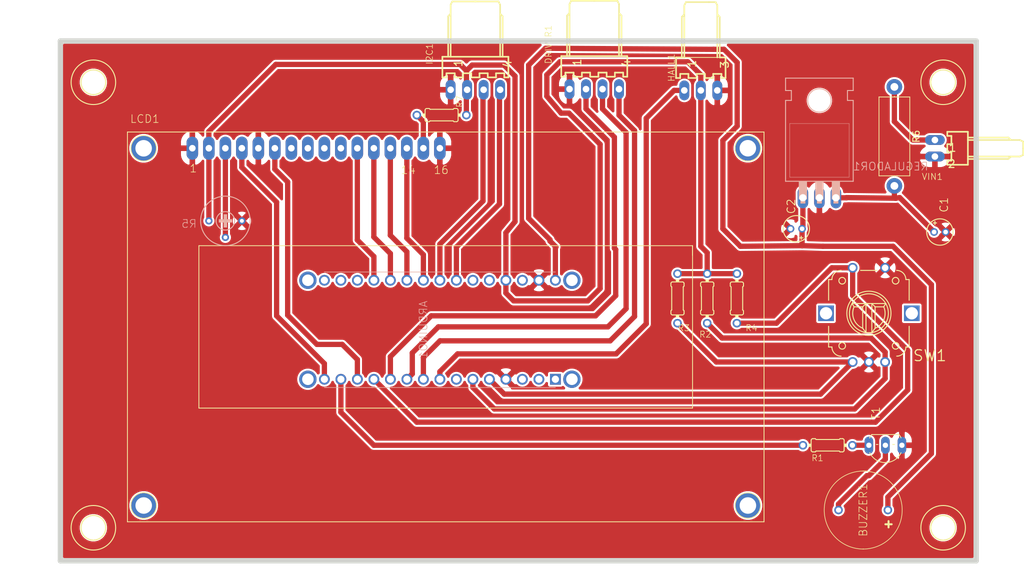
<source format=kicad_pcb>
(kicad_pcb (version 20171130) (host pcbnew 5.1.5-52549c5~84~ubuntu18.04.1)

  (general
    (thickness 1.6)
    (drawings 5)
    (tracks 167)
    (zones 0)
    (modules 23)
    (nets 44)
  )

  (page A4)
  (layers
    (0 Top signal)
    (31 Bottom signal)
    (32 B.Adhes user)
    (33 F.Adhes user)
    (34 B.Paste user)
    (35 F.Paste user)
    (36 B.SilkS user)
    (37 F.SilkS user)
    (38 B.Mask user)
    (39 F.Mask user)
    (40 Dwgs.User user)
    (41 Cmts.User user)
    (42 Eco1.User user)
    (43 Eco2.User user)
    (44 Edge.Cuts user)
    (45 Margin user)
    (46 B.CrtYd user)
    (47 F.CrtYd user)
    (48 B.Fab user)
    (49 F.Fab user hide)
  )

  (setup
    (last_trace_width 0.8128)
    (user_trace_width 0.8128)
    (trace_clearance 0.3048)
    (zone_clearance 0.000001)
    (zone_45_only no)
    (trace_min 0.3048)
    (via_size 0.8)
    (via_drill 0.4)
    (via_min_size 0.4)
    (via_min_drill 0.3)
    (uvia_size 0.3)
    (uvia_drill 0.1)
    (uvias_allowed no)
    (uvia_min_size 0.2)
    (uvia_min_drill 0.1)
    (edge_width 0.05)
    (segment_width 0.2)
    (pcb_text_width 0.3)
    (pcb_text_size 1.5 1.5)
    (mod_edge_width 0.12)
    (mod_text_size 1 1)
    (mod_text_width 0.15)
    (pad_size 1.524 1.524)
    (pad_drill 0.762)
    (pad_to_mask_clearance 0.051)
    (solder_mask_min_width 0.25)
    (aux_axis_origin 0 0)
    (visible_elements FFFFFF7F)
    (pcbplotparams
      (layerselection 0x010fc_ffffffff)
      (usegerberextensions false)
      (usegerberattributes false)
      (usegerberadvancedattributes false)
      (creategerberjobfile false)
      (excludeedgelayer true)
      (linewidth 0.100000)
      (plotframeref false)
      (viasonmask false)
      (mode 1)
      (useauxorigin false)
      (hpglpennumber 1)
      (hpglpenspeed 20)
      (hpglpendiameter 15.000000)
      (psnegative false)
      (psa4output false)
      (plotreference true)
      (plotvalue true)
      (plotinvisibletext false)
      (padsonsilk false)
      (subtractmaskfromsilk false)
      (outputformat 1)
      (mirror false)
      (drillshape 1)
      (scaleselection 1)
      (outputdirectory ""))
  )

  (net 0 "")
  (net 1 GND)
  (net 2 +5V)
  (net 3 +24V)
  (net 4 /E)
  (net 5 /D4)
  (net 6 /D5)
  (net 7 /D6)
  (net 8 /D7)
  (net 9 /BUZZ)
  (net 10 /RS)
  (net 11 /SW)
  (net 12 /ENA)
  (net 13 /DIR)
  (net 14 /PUL)
  (net 15 /HALL)
  (net 16 /DT)
  (net 17 /CLK)
  (net 18 "Net-(R1-Pad2)")
  (net 19 "Net-(BUZZER1-Pad2)")
  (net 20 "Net-(ARDUINO1-PadMH4)")
  (net 21 "Net-(ARDUINO1-PadMH3)")
  (net 22 "Net-(ARDUINO1-PadMH2)")
  (net 23 "Net-(ARDUINO1-PadMH1)")
  (net 24 "Net-(ARDUINO1-Pad30)")
  (net 25 "Net-(ARDUINO1-Pad29)")
  (net 26 "Net-(ARDUINO1-Pad28)")
  (net 27 "Net-(ARDUINO1-Pad21)")
  (net 28 "Net-(ARDUINO1-Pad20)")
  (net 29 "Net-(ARDUINO1-Pad18)")
  (net 30 "Net-(ARDUINO1-Pad7)")
  (net 31 "Net-(ARDUINO1-Pad3)")
  (net 32 "Net-(ARDUINO1-Pad2)")
  (net 33 "Net-(ARDUINO1-Pad1)")
  (net 34 "Net-(LCD1-Pad10)")
  (net 35 "Net-(LCD1-Pad9)")
  (net 36 "Net-(LCD1-Pad8)")
  (net 37 "Net-(LCD1-Pad7)")
  (net 38 "Net-(LCD1-Pad3)")
  (net 39 /SDA)
  (net 40 /SCL)
  (net 41 "Net-(LCD1-Pad15)")
  (net 42 +12V)
  (net 43 "Net-(R6-Pad1)")

  (net_class Default "This is the default net class."
    (clearance 0.3048)
    (trace_width 0.6096)
    (via_dia 0.8)
    (via_drill 0.4)
    (uvia_dia 0.3)
    (uvia_drill 0.1)
    (add_net +12V)
    (add_net +24V)
    (add_net +5V)
    (add_net /BUZZ)
    (add_net /CLK)
    (add_net /D4)
    (add_net /D5)
    (add_net /D6)
    (add_net /D7)
    (add_net /DIR)
    (add_net /DT)
    (add_net /E)
    (add_net /ENA)
    (add_net /HALL)
    (add_net /PUL)
    (add_net /RS)
    (add_net /SCL)
    (add_net /SDA)
    (add_net /SW)
    (add_net GND)
    (add_net "Net-(ARDUINO1-Pad1)")
    (add_net "Net-(ARDUINO1-Pad18)")
    (add_net "Net-(ARDUINO1-Pad2)")
    (add_net "Net-(ARDUINO1-Pad20)")
    (add_net "Net-(ARDUINO1-Pad21)")
    (add_net "Net-(ARDUINO1-Pad28)")
    (add_net "Net-(ARDUINO1-Pad29)")
    (add_net "Net-(ARDUINO1-Pad3)")
    (add_net "Net-(ARDUINO1-Pad30)")
    (add_net "Net-(ARDUINO1-Pad7)")
    (add_net "Net-(ARDUINO1-PadMH1)")
    (add_net "Net-(ARDUINO1-PadMH2)")
    (add_net "Net-(ARDUINO1-PadMH3)")
    (add_net "Net-(ARDUINO1-PadMH4)")
    (add_net "Net-(BUZZER1-Pad2)")
    (add_net "Net-(LCD1-Pad10)")
    (add_net "Net-(LCD1-Pad15)")
    (add_net "Net-(LCD1-Pad3)")
    (add_net "Net-(LCD1-Pad7)")
    (add_net "Net-(LCD1-Pad8)")
    (add_net "Net-(LCD1-Pad9)")
    (add_net "Net-(R1-Pad2)")
    (add_net "Net-(R6-Pad1)")
  )

  (module REES:0204_7 (layer Top) (tedit 0) (tstamp 5E71731D)
    (at 136.7 76.4 180)
    (descr "<b>RESISTOR</b><p>\ntype 0204, grid 7.5 mm")
    (path /5E7ABE94)
    (fp_text reference R7 (at -3.3274 3.048 270) (layer F.SilkS)
      (effects (font (size 0.94107 0.94107) (thickness 0.094107)) (justify right bottom))
    )
    (fp_text value 10R (at -1.6256 0.4826) (layer F.Fab)
      (effects (font (size 0.94107 0.94107) (thickness 0.094107)) (justify right bottom))
    )
    (fp_line (start 3.81 0) (end 2.921 0) (layer F.Fab) (width 0.508))
    (fp_line (start -3.81 0) (end -2.921 0) (layer F.Fab) (width 0.508))
    (fp_arc (start -2.286 -0.762) (end -2.54 -0.762) (angle 90) (layer F.SilkS) (width 0.1524))
    (fp_arc (start -2.286 0.762) (end -2.54 0.762) (angle -90) (layer F.SilkS) (width 0.1524))
    (fp_arc (start 2.286 0.762) (end 2.286 1.016) (angle -90) (layer F.SilkS) (width 0.1524))
    (fp_arc (start 2.286 -0.762) (end 2.286 -1.016) (angle 90) (layer F.SilkS) (width 0.1524))
    (fp_line (start -2.54 0.762) (end -2.54 -0.762) (layer F.SilkS) (width 0.1524))
    (fp_line (start -2.286 -1.016) (end -1.905 -1.016) (layer F.SilkS) (width 0.1524))
    (fp_line (start -1.778 -0.889) (end -1.905 -1.016) (layer F.SilkS) (width 0.1524))
    (fp_line (start -2.286 1.016) (end -1.905 1.016) (layer F.SilkS) (width 0.1524))
    (fp_line (start -1.778 0.889) (end -1.905 1.016) (layer F.SilkS) (width 0.1524))
    (fp_line (start 1.778 -0.889) (end 1.905 -1.016) (layer F.SilkS) (width 0.1524))
    (fp_line (start 1.778 -0.889) (end -1.778 -0.889) (layer F.SilkS) (width 0.1524))
    (fp_line (start 1.778 0.889) (end 1.905 1.016) (layer F.SilkS) (width 0.1524))
    (fp_line (start 1.778 0.889) (end -1.778 0.889) (layer F.SilkS) (width 0.1524))
    (fp_line (start 2.286 -1.016) (end 1.905 -1.016) (layer F.SilkS) (width 0.1524))
    (fp_line (start 2.286 1.016) (end 1.905 1.016) (layer F.SilkS) (width 0.1524))
    (fp_line (start 2.54 0.762) (end 2.54 -0.762) (layer F.SilkS) (width 0.1524))
    (fp_poly (pts (xy 2.54 0.254) (xy 2.921 0.254) (xy 2.921 -0.254) (xy 2.54 -0.254)) (layer F.SilkS) (width 0))
    (fp_poly (pts (xy -2.921 0.254) (xy -2.54 0.254) (xy -2.54 -0.254) (xy -2.921 -0.254)) (layer F.SilkS) (width 0))
    (pad 1 thru_hole circle (at -3.81 0 180) (size 1.3128 1.3128) (drill 0.8128) (layers *.Cu *.Mask)
      (net 2 +5V))
    (pad 2 thru_hole circle (at 3.81 0 180) (size 1.3128 1.3128) (drill 0.8128) (layers *.Cu *.Mask)
      (net 41 "Net-(LCD1-Pad15)"))
  )

  (module REES:L2034-T (layer Top) (tedit 0) (tstamp 5E716648)
    (at 136.4361 109.4486)
    (path /3FC06789)
    (fp_text reference LCD1 (at -47.7469 -31.7571) (layer F.SilkS)
      (effects (font (size 1.2065 1.2065) (thickness 0.09652)) (justify left bottom))
    )
    (fp_text value L2034-T (at -47.7469 -34.8051) (layer F.Fab) hide
      (effects (font (size 1.2065 1.2065) (thickness 0.1016)) (justify left bottom))
    )
    (fp_text user 16 (at -1.0109 -23.8831) (layer F.SilkS)
      (effects (font (size 1.2065 1.2065) (thickness 0.1016)) (justify left bottom))
    )
    (fp_text user 14 (at -6.0909 -23.8831) (layer F.SilkS)
      (effects (font (size 1.2065 1.2065) (thickness 0.1016)) (justify left bottom))
    )
    (fp_text user 1 (at -38.6029 -24.1371) (layer F.SilkS)
      (effects (font (size 1.2065 1.2065) (thickness 0.1016)) (justify left bottom))
    )
    (fp_circle (center 47.4015 -27.9344) (end 49.3954 -27.9344) (layer F.SilkS) (width 0.127))
    (fp_circle (center 47.4015 27.0566) (end 49.37 27.0566) (layer F.SilkS) (width 0.127))
    (fp_circle (center -45.6006 27.0566) (end -43.6067 27.0566) (layer F.SilkS) (width 0.127))
    (fp_circle (center -45.6006 -27.9344) (end -43.6194 -27.9344) (layer F.SilkS) (width 0.127))
    (fp_line (start -0.889 -26.924) (end -0.889 -30.353) (layer F.Fab) (width 0.127))
    (fp_line (start 0.889 -26.797) (end 0.889 -30.353) (layer F.Fab) (width 0.127))
    (fp_arc (start 0 -26.8605) (end 0.889 -26.797) (angle 180) (layer F.Fab) (width 0.127))
    (fp_line (start -3.429 -26.924) (end -3.429 -30.353) (layer F.Fab) (width 0.127))
    (fp_line (start -1.651 -26.797) (end -1.651 -30.353) (layer F.Fab) (width 0.127))
    (fp_arc (start -2.54 -26.8605) (end -1.651 -26.797) (angle 180) (layer F.Fab) (width 0.127))
    (fp_line (start -5.969 -26.924) (end -5.969 -30.353) (layer F.Fab) (width 0.127))
    (fp_line (start -4.191 -26.797) (end -4.191 -30.353) (layer F.Fab) (width 0.127))
    (fp_arc (start -5.08 -26.8605) (end -4.191 -26.797) (angle 180) (layer F.Fab) (width 0.127))
    (fp_line (start -8.509 -26.924) (end -8.509 -30.353) (layer F.Fab) (width 0.127))
    (fp_line (start -6.731 -26.797) (end -6.731 -30.353) (layer F.Fab) (width 0.127))
    (fp_arc (start -7.62 -26.8605) (end -6.731 -26.797) (angle 180) (layer F.Fab) (width 0.127))
    (fp_line (start -11.049 -26.924) (end -11.049 -30.353) (layer F.Fab) (width 0.127))
    (fp_line (start -9.271 -26.797) (end -9.271 -30.353) (layer F.Fab) (width 0.127))
    (fp_arc (start -10.16 -26.8605) (end -9.271 -26.797) (angle 180) (layer F.Fab) (width 0.127))
    (fp_line (start -13.589 -26.924) (end -13.589 -30.353) (layer F.Fab) (width 0.127))
    (fp_line (start -11.811 -26.797) (end -11.811 -30.353) (layer F.Fab) (width 0.127))
    (fp_arc (start -12.7 -26.8605) (end -11.811 -26.797) (angle 180) (layer F.Fab) (width 0.127))
    (fp_line (start -16.129 -26.924) (end -16.129 -30.353) (layer F.Fab) (width 0.127))
    (fp_line (start -14.351 -26.797) (end -14.351 -30.353) (layer F.Fab) (width 0.127))
    (fp_arc (start -15.24 -26.8605) (end -14.351 -26.797) (angle 180) (layer F.Fab) (width 0.127))
    (fp_line (start -18.669 -26.924) (end -18.669 -30.353) (layer F.Fab) (width 0.127))
    (fp_line (start -16.891 -26.797) (end -16.891 -30.353) (layer F.Fab) (width 0.127))
    (fp_arc (start -17.78 -26.8605) (end -16.891 -26.797) (angle 180) (layer F.Fab) (width 0.127))
    (fp_line (start -21.209 -26.924) (end -21.209 -30.353) (layer F.Fab) (width 0.127))
    (fp_line (start -19.431 -26.797) (end -19.431 -30.353) (layer F.Fab) (width 0.127))
    (fp_arc (start -20.32 -26.8605) (end -19.431 -26.797) (angle 180) (layer F.Fab) (width 0.127))
    (fp_line (start -23.749 -26.924) (end -23.749 -30.353) (layer F.Fab) (width 0.127))
    (fp_line (start -21.971 -26.797) (end -21.971 -30.353) (layer F.Fab) (width 0.127))
    (fp_arc (start -22.86 -26.8605) (end -21.971 -26.797) (angle 180) (layer F.Fab) (width 0.127))
    (fp_line (start -26.289 -26.924) (end -26.289 -30.353) (layer F.Fab) (width 0.127))
    (fp_line (start -24.511 -26.797) (end -24.511 -30.353) (layer F.Fab) (width 0.127))
    (fp_arc (start -25.4 -26.8605) (end -24.511 -26.797) (angle 180) (layer F.Fab) (width 0.127))
    (fp_line (start -28.829 -26.924) (end -28.829 -30.353) (layer F.Fab) (width 0.127))
    (fp_line (start -27.051 -26.797) (end -27.051 -30.353) (layer F.Fab) (width 0.127))
    (fp_arc (start -27.94 -26.8605) (end -27.051 -26.797) (angle 180) (layer F.Fab) (width 0.127))
    (fp_line (start -31.369 -26.924) (end -31.369 -30.353) (layer F.Fab) (width 0.127))
    (fp_line (start -29.591 -26.797) (end -29.591 -30.353) (layer F.Fab) (width 0.127))
    (fp_arc (start -30.48 -26.8605) (end -29.591 -26.797) (angle 180) (layer F.Fab) (width 0.127))
    (fp_line (start -33.909 -26.924) (end -33.909 -30.353) (layer F.Fab) (width 0.127))
    (fp_line (start -32.131 -26.797) (end -32.131 -30.353) (layer F.Fab) (width 0.127))
    (fp_arc (start -33.02 -26.8605) (end -32.131 -26.797) (angle 180) (layer F.Fab) (width 0.127))
    (fp_line (start -36.449 -26.924) (end -36.449 -30.353) (layer F.Fab) (width 0.127))
    (fp_line (start -34.671 -26.797) (end -34.671 -30.353) (layer F.Fab) (width 0.127))
    (fp_arc (start -35.56 -26.8605) (end -34.671 -26.797) (angle 180) (layer F.Fab) (width 0.127))
    (fp_line (start -38.989 -26.924) (end -38.989 -30.353) (layer F.Fab) (width 0.127))
    (fp_line (start -37.211 -26.797) (end -37.211 -30.353) (layer F.Fab) (width 0.127))
    (fp_arc (start -38.1 -26.8605) (end -37.211 -26.797) (angle 180) (layer F.Fab) (width 0.127))
    (fp_line (start -22.0949 -20.9471) (end -22.0949 -21.4471) (layer F.Fab) (width 0.127))
    (fp_line (start -27.0949 -20.9471) (end -22.0949 -20.9471) (layer F.Fab) (width 0.127))
    (fp_line (start -27.0949 -21.4471) (end -27.0949 -20.9471) (layer F.Fab) (width 0.127))
    (fp_line (start 28.9051 -20.9471) (end 28.9051 -21.4471) (layer F.Fab) (width 0.127))
    (fp_line (start 23.9051 -20.9471) (end 23.9051 -21.4471) (layer F.Fab) (width 0.127))
    (fp_line (start 28.9051 -20.9471) (end 23.9051 -20.9471) (layer F.Fab) (width 0.127))
    (fp_line (start 28.9051 20.0529) (end 28.9051 20.5529) (layer F.Fab) (width 0.127))
    (fp_line (start 23.9051 20.0529) (end 23.9051 20.5529) (layer F.Fab) (width 0.127))
    (fp_line (start 23.9051 20.0529) (end 28.9051 20.0529) (layer F.Fab) (width 0.127))
    (fp_line (start -22.0949 20.0529) (end -22.0949 20.5529) (layer F.Fab) (width 0.127))
    (fp_line (start -27.0949 20.0529) (end -22.0949 20.0529) (layer F.Fab) (width 0.127))
    (fp_line (start -27.0949 20.5529) (end -27.0949 20.0529) (layer F.Fab) (width 0.127))
    (fp_line (start 3.9051 -22.4471) (end 4.9051 -21.4471) (layer F.Fab) (width 0.127))
    (fp_line (start -1.0949 -22.4471) (end 3.9051 -22.4471) (layer F.Fab) (width 0.127))
    (fp_line (start -2.0949 -21.4471) (end -1.0949 -22.4471) (layer F.Fab) (width 0.127))
    (fp_line (start 3.9051 21.5529) (end 4.9051 20.5529) (layer F.Fab) (width 0.127))
    (fp_line (start -1.0949 21.5529) (end -2.0949 20.5529) (layer F.Fab) (width 0.127))
    (fp_line (start -1.0949 21.5529) (end 3.9051 21.5529) (layer F.Fab) (width 0.127))
    (fp_line (start 27.9051 -22.4471) (end 26.9051 -21.4471) (layer F.Fab) (width 0.127))
    (fp_line (start 32.9051 -22.4471) (end 27.9051 -22.4471) (layer F.Fab) (width 0.127))
    (fp_line (start 33.9051 -21.4471) (end 32.9051 -22.4471) (layer F.Fab) (width 0.127))
    (fp_line (start 27.9051 21.5529) (end 26.9051 20.5529) (layer F.Fab) (width 0.127))
    (fp_line (start 32.9051 21.5529) (end 27.9051 21.5529) (layer F.Fab) (width 0.127))
    (fp_line (start 33.9051 20.5529) (end 32.9051 21.5529) (layer F.Fab) (width 0.127))
    (fp_line (start -26.0949 -22.4471) (end -25.0949 -21.4471) (layer F.Fab) (width 0.127))
    (fp_line (start -31.0949 -22.4471) (end -26.0949 -22.4471) (layer F.Fab) (width 0.127))
    (fp_line (start -32.0949 -21.4471) (end -31.0949 -22.4471) (layer F.Fab) (width 0.127))
    (fp_line (start -26.0949 21.5529) (end -25.0949 20.5529) (layer F.Fab) (width 0.127))
    (fp_line (start -31.0949 21.5529) (end -26.0949 21.5529) (layer F.Fab) (width 0.127))
    (fp_line (start -32.0949 20.5529) (end -31.0949 21.5529) (layer F.Fab) (width 0.127))
    (fp_arc (start 47.405 20.4695) (end 45.9051 20.5529) (angle 73.745296) (layer F.Fab) (width 0.127))
    (fp_arc (start 47.405 -21.3637) (end 46.9051 -19.9471) (angle 73.745296) (layer F.Fab) (width 0.127))
    (fp_arc (start -45.5948 20.4695) (end -45.0949 19.0529) (angle 73.745296) (layer F.Fab) (width 0.127))
    (fp_arc (start -45.5948 -21.3637) (end -44.0949 -21.4471) (angle 73.745296) (layer F.Fab) (width 0.127))
    (fp_line (start -45.0949 -19.9471) (end -45.0949 19.0529) (layer F.Fab) (width 0.127))
    (fp_line (start -32.0949 -21.4471) (end -44.0949 -21.4471) (layer F.Fab) (width 0.127))
    (fp_line (start -27.0949 -21.4471) (end -32.0949 -21.4471) (layer F.Fab) (width 0.127))
    (fp_line (start -25.0949 -21.4471) (end -27.0949 -21.4471) (layer F.Fab) (width 0.127))
    (fp_line (start -22.0949 -21.4471) (end -25.0949 -21.4471) (layer F.Fab) (width 0.127))
    (fp_line (start -2.0949 -21.4471) (end -22.0949 -21.4471) (layer F.Fab) (width 0.127))
    (fp_line (start 4.9051 -21.4471) (end -2.0949 -21.4471) (layer F.Fab) (width 0.127))
    (fp_line (start 23.9051 -21.4471) (end 4.9051 -21.4471) (layer F.Fab) (width 0.127))
    (fp_line (start 26.9051 -21.4471) (end 23.9051 -21.4471) (layer F.Fab) (width 0.127))
    (fp_line (start 28.9051 -21.4471) (end 26.9051 -21.4471) (layer F.Fab) (width 0.127))
    (fp_line (start 33.9051 -21.4471) (end 28.9051 -21.4471) (layer F.Fab) (width 0.127))
    (fp_line (start 45.9051 -21.4471) (end 33.9051 -21.4471) (layer F.Fab) (width 0.127))
    (fp_line (start 46.9051 19.0529) (end 46.9051 -19.9471) (layer F.Fab) (width 0.127))
    (fp_line (start 33.9051 20.5529) (end 45.9051 20.5529) (layer F.Fab) (width 0.127))
    (fp_line (start 28.9051 20.5529) (end 33.9051 20.5529) (layer F.Fab) (width 0.127))
    (fp_line (start 26.9051 20.5529) (end 28.9051 20.5529) (layer F.Fab) (width 0.127))
    (fp_line (start 23.9051 20.5529) (end 26.9051 20.5529) (layer F.Fab) (width 0.127))
    (fp_line (start 4.9051 20.5529) (end 23.9051 20.5529) (layer F.Fab) (width 0.127))
    (fp_line (start -2.0949 20.5529) (end 4.9051 20.5529) (layer F.Fab) (width 0.127))
    (fp_line (start -22.0949 20.5529) (end -2.0949 20.5529) (layer F.Fab) (width 0.127))
    (fp_line (start -25.0949 20.5529) (end -22.0949 20.5529) (layer F.Fab) (width 0.127))
    (fp_line (start -27.0949 20.5529) (end -25.0949 20.5529) (layer F.Fab) (width 0.127))
    (fp_line (start -32.0949 20.5529) (end -27.0949 20.5529) (layer F.Fab) (width 0.127))
    (fp_line (start -44.0949 20.5529) (end -32.0949 20.5529) (layer F.Fab) (width 0.127))
    (fp_line (start -38.1025 -28.4415) (end -38.1025 -27.4415) (layer F.Fab) (width 0.127))
    (fp_line (start -38.6025 -27.9415) (end -37.6025 -27.9415) (layer F.Fab) (width 0.127))
    (fp_line (start -45.6025 -28.9415) (end -45.6025 -26.9415) (layer F.Fab) (width 0.127))
    (fp_line (start -46.6025 -27.9415) (end -44.6025 -27.9415) (layer F.Fab) (width 0.127))
    (fp_line (start 46.3975 -27.9415) (end 48.3975 -27.9415) (layer F.Fab) (width 0.127))
    (fp_line (start 47.3975 -28.9415) (end 47.3975 -26.9415) (layer F.Fab) (width 0.127))
    (fp_line (start 47.3975 26.0585) (end 47.3975 28.0585) (layer F.Fab) (width 0.127))
    (fp_line (start 46.3975 27.0585) (end 48.3975 27.0585) (layer F.Fab) (width 0.127))
    (fp_line (start -45.6025 26.0585) (end -45.6025 28.0585) (layer F.Fab) (width 0.127))
    (fp_line (start -46.6025 27.0585) (end -44.6025 27.0585) (layer F.Fab) (width 0.127))
    (fp_line (start 38.8975 12.0585) (end 38.8975 -12.9415) (layer F.SilkS) (width 0.127))
    (fp_line (start -37.1025 12.0585) (end 38.8975 12.0585) (layer F.SilkS) (width 0.127))
    (fp_line (start -37.1025 -12.9415) (end -37.1025 12.0585) (layer F.SilkS) (width 0.127))
    (fp_line (start 38.8975 -12.9415) (end 38.8975 -11.4415) (layer F.SilkS) (width 0.127))
    (fp_line (start -37.1025 -12.9415) (end 38.8975 -12.9415) (layer F.SilkS) (width 0.127))
    (fp_line (start -48.1025 -30.4415) (end -48.1025 29.5585) (layer F.SilkS) (width 0.127))
    (fp_line (start 49.8975 -30.4415) (end -48.1025 -30.4415) (layer F.SilkS) (width 0.127))
    (fp_line (start 49.8975 29.5585) (end 49.8975 -30.4415) (layer F.SilkS) (width 0.127))
    (fp_line (start -48.1025 29.5585) (end 49.8975 29.5585) (layer F.SilkS) (width 0.127))
    (pad P$4 thru_hole circle (at 47.4051 -27.9471) (size 3.81 3.81) (drill 2.54) (layers *.Cu *.Mask))
    (pad P$3 thru_hole circle (at 47.4151 27.0529) (size 3.81 3.81) (drill 2.54) (layers *.Cu *.Mask))
    (pad P$2 thru_hole circle (at -45.5949 27.0529) (size 3.81 3.81) (drill 2.54) (layers *.Cu *.Mask))
    (pad P$1 thru_hole circle (at -45.6049 -27.9371) (size 3.81 3.81) (drill 2.54) (layers *.Cu *.Mask))
    (pad 16 thru_hole oval (at -0.0076 -27.9471 270) (size 3.556 1.778) (drill 1.016) (layers *.Cu *.Mask)
      (net 1 GND))
    (pad 15 thru_hole oval (at -2.5476 -27.9471 270) (size 3.556 1.778) (drill 1.016) (layers *.Cu *.Mask)
      (net 41 "Net-(LCD1-Pad15)"))
    (pad 14 thru_hole oval (at -5.0876 -27.9471 270) (size 3.556 1.778) (drill 1.016) (layers *.Cu *.Mask)
      (net 8 /D7))
    (pad 13 thru_hole oval (at -7.6276 -27.9471 270) (size 3.556 1.778) (drill 1.016) (layers *.Cu *.Mask)
      (net 7 /D6))
    (pad 12 thru_hole oval (at -10.1676 -27.9471 270) (size 3.556 1.778) (drill 1.016) (layers *.Cu *.Mask)
      (net 6 /D5))
    (pad 11 thru_hole oval (at -12.7076 -27.9471 270) (size 3.556 1.778) (drill 1.016) (layers *.Cu *.Mask)
      (net 5 /D4))
    (pad 10 thru_hole oval (at -15.2476 -27.9471 270) (size 3.556 1.778) (drill 1.016) (layers *.Cu *.Mask)
      (net 34 "Net-(LCD1-Pad10)"))
    (pad 9 thru_hole oval (at -17.7876 -27.9471 270) (size 3.556 1.778) (drill 1.016) (layers *.Cu *.Mask)
      (net 35 "Net-(LCD1-Pad9)"))
    (pad 8 thru_hole oval (at -20.3276 -27.9471 270) (size 3.556 1.778) (drill 1.016) (layers *.Cu *.Mask)
      (net 36 "Net-(LCD1-Pad8)"))
    (pad 7 thru_hole oval (at -22.8676 -27.9471 270) (size 3.556 1.778) (drill 1.016) (layers *.Cu *.Mask)
      (net 37 "Net-(LCD1-Pad7)"))
    (pad 6 thru_hole oval (at -25.4076 -27.9471 270) (size 3.556 1.778) (drill 1.016) (layers *.Cu *.Mask)
      (net 4 /E))
    (pad 5 thru_hole oval (at -27.9476 -27.9471 270) (size 3.556 1.778) (drill 1.016) (layers *.Cu *.Mask)
      (net 1 GND))
    (pad 4 thru_hole oval (at -30.4876 -27.9471 270) (size 3.556 1.778) (drill 1.016) (layers *.Cu *.Mask)
      (net 10 /RS))
    (pad 3 thru_hole oval (at -33.0276 -27.9471 270) (size 3.556 1.778) (drill 1.016) (layers *.Cu *.Mask)
      (net 38 "Net-(LCD1-Pad3)"))
    (pad 2 thru_hole oval (at -35.5676 -27.9471 270) (size 3.556 1.778) (drill 1.016) (layers *.Cu *.Mask)
      (net 2 +5V))
    (pad 1 thru_hole oval (at -38.1076 -27.9471 270) (size 3.556 1.778) (drill 1.016) (layers *.Cu *.Mask)
      (net 1 GND))
  )

  (module REES:ARDNANO30NP (layer Bottom) (tedit 0) (tstamp 5E716608)
    (at 154.2161 117.0686 90)
    (descr "<b>ARD-NANO30NP-4_1</b><br>\n")
    (path /D15A4614)
    (fp_text reference ARDUINO1 (at 7.62 -20.32 90) (layer B.SilkS)
      (effects (font (size 1.2065 1.2065) (thickness 0.09652)) (justify mirror))
    )
    (fp_text value ARD-NANO30NP (at 7.62 -17.78 90) (layer B.Fab) hide
      (effects (font (size 1.2065 1.2065) (thickness 0.1016)) (justify mirror))
    )
    (fp_line (start 16.51 -35.56) (end 16.51 0) (layer B.SilkS) (width 0.1))
    (fp_line (start -1.27 0) (end -1.27 -35.56) (layer B.SilkS) (width 0.1))
    (fp_line (start -2.334 -40.434) (end -2.334 4.873) (layer B.Fab) (width 0.1))
    (fp_line (start 17.573 -40.434) (end -2.334 -40.434) (layer B.Fab) (width 0.1))
    (fp_line (start 17.573 4.873) (end 17.573 -40.434) (layer B.Fab) (width 0.1))
    (fp_line (start -2.334 4.873) (end 17.573 4.873) (layer B.Fab) (width 0.1))
    (fp_line (start -1.27 -39.37) (end -1.27 3.81) (layer B.Fab) (width 0.2))
    (fp_line (start 16.51 -39.37) (end -1.27 -39.37) (layer B.Fab) (width 0.2))
    (fp_line (start 16.51 3.81) (end 16.51 -39.37) (layer B.Fab) (width 0.2))
    (fp_line (start -1.27 3.81) (end 16.51 3.81) (layer B.Fab) (width 0.2))
    (pad MH4 thru_hole circle (at 15.24 2.54 90) (size 2.667 2.667) (drill 1.778) (layers *.Cu *.Mask)
      (net 20 "Net-(ARDUINO1-PadMH4)"))
    (pad MH3 thru_hole circle (at 15.24 -38.1 90) (size 2.667 2.667) (drill 1.778) (layers *.Cu *.Mask)
      (net 21 "Net-(ARDUINO1-PadMH3)"))
    (pad MH2 thru_hole circle (at 0 -38.1 90) (size 2.667 2.667) (drill 1.778) (layers *.Cu *.Mask)
      (net 22 "Net-(ARDUINO1-PadMH2)"))
    (pad MH1 thru_hole circle (at 0 2.54 90) (size 2.667 2.667) (drill 1.778) (layers *.Cu *.Mask)
      (net 23 "Net-(ARDUINO1-PadMH1)"))
    (pad 30 thru_hole circle (at 15.24 -35.56 90) (size 1.665 1.665) (drill 1.11) (layers *.Cu *.Mask)
      (net 24 "Net-(ARDUINO1-Pad30)"))
    (pad 29 thru_hole circle (at 15.24 -33.02 90) (size 1.665 1.665) (drill 1.11) (layers *.Cu *.Mask)
      (net 25 "Net-(ARDUINO1-Pad29)"))
    (pad 28 thru_hole circle (at 15.24 -30.48 90) (size 1.665 1.665) (drill 1.11) (layers *.Cu *.Mask)
      (net 26 "Net-(ARDUINO1-Pad28)"))
    (pad 27 thru_hole circle (at 15.24 -27.94 90) (size 1.665 1.665) (drill 1.11) (layers *.Cu *.Mask)
      (net 5 /D4))
    (pad 26 thru_hole circle (at 15.24 -25.4 90) (size 1.665 1.665) (drill 1.11) (layers *.Cu *.Mask)
      (net 6 /D5))
    (pad 25 thru_hole circle (at 15.24 -22.86 90) (size 1.665 1.665) (drill 1.11) (layers *.Cu *.Mask)
      (net 7 /D6))
    (pad 24 thru_hole circle (at 15.24 -20.32 90) (size 1.665 1.665) (drill 1.11) (layers *.Cu *.Mask)
      (net 8 /D7))
    (pad 23 thru_hole circle (at 15.24 -17.78 90) (size 1.665 1.665) (drill 1.11) (layers *.Cu *.Mask)
      (net 39 /SDA))
    (pad 22 thru_hole circle (at 15.24 -15.24 90) (size 1.665 1.665) (drill 1.11) (layers *.Cu *.Mask)
      (net 40 /SCL))
    (pad 21 thru_hole circle (at 15.24 -12.7 90) (size 1.665 1.665) (drill 1.11) (layers *.Cu *.Mask)
      (net 27 "Net-(ARDUINO1-Pad21)"))
    (pad 20 thru_hole circle (at 15.24 -10.16 90) (size 1.665 1.665) (drill 1.11) (layers *.Cu *.Mask)
      (net 28 "Net-(ARDUINO1-Pad20)"))
    (pad 19 thru_hole circle (at 15.24 -7.62 90) (size 1.665 1.665) (drill 1.11) (layers *.Cu *.Mask)
      (net 2 +5V))
    (pad 18 thru_hole circle (at 15.24 -5.08 90) (size 1.665 1.665) (drill 1.11) (layers *.Cu *.Mask)
      (net 29 "Net-(ARDUINO1-Pad18)"))
    (pad 17 thru_hole circle (at 15.24 -2.54 90) (size 1.665 1.665) (drill 1.11) (layers *.Cu *.Mask)
      (net 1 GND))
    (pad 16 thru_hole circle (at 15.24 0 90) (size 1.665 1.665) (drill 1.11) (layers *.Cu *.Mask)
      (net 42 +12V))
    (pad 15 thru_hole circle (at 0 -35.56 90) (size 1.665 1.665) (drill 1.11) (layers *.Cu *.Mask)
      (net 10 /RS))
    (pad 14 thru_hole circle (at 0 -33.02 90) (size 1.665 1.665) (drill 1.11) (layers *.Cu *.Mask)
      (net 9 /BUZZ))
    (pad 13 thru_hole circle (at 0 -30.48 90) (size 1.665 1.665) (drill 1.11) (layers *.Cu *.Mask)
      (net 4 /E))
    (pad 12 thru_hole circle (at 0 -27.94 90) (size 1.665 1.665) (drill 1.11) (layers *.Cu *.Mask)
      (net 11 /SW))
    (pad 11 thru_hole circle (at 0 -25.4 90) (size 1.665 1.665) (drill 1.11) (layers *.Cu *.Mask)
      (net 12 /ENA))
    (pad 10 thru_hole circle (at 0 -22.86 90) (size 1.665 1.665) (drill 1.11) (layers *.Cu *.Mask)
      (net 13 /DIR))
    (pad 9 thru_hole circle (at 0 -20.32 90) (size 1.665 1.665) (drill 1.11) (layers *.Cu *.Mask)
      (net 14 /PUL))
    (pad 8 thru_hole circle (at 0 -17.78 90) (size 1.665 1.665) (drill 1.11) (layers *.Cu *.Mask)
      (net 15 /HALL))
    (pad 7 thru_hole circle (at 0 -15.24 90) (size 1.665 1.665) (drill 1.11) (layers *.Cu *.Mask)
      (net 30 "Net-(ARDUINO1-Pad7)"))
    (pad 6 thru_hole circle (at 0 -12.7 90) (size 1.665 1.665) (drill 1.11) (layers *.Cu *.Mask)
      (net 16 /DT))
    (pad 5 thru_hole circle (at 0 -10.16 90) (size 1.665 1.665) (drill 1.11) (layers *.Cu *.Mask)
      (net 17 /CLK))
    (pad 4 thru_hole circle (at 0 -7.62 90) (size 1.665 1.665) (drill 1.11) (layers *.Cu *.Mask)
      (net 1 GND))
    (pad 3 thru_hole circle (at 0 -5.08 90) (size 1.665 1.665) (drill 1.11) (layers *.Cu *.Mask)
      (net 31 "Net-(ARDUINO1-Pad3)"))
    (pad 2 thru_hole circle (at 0 -2.54 90) (size 1.665 1.665) (drill 1.11) (layers *.Cu *.Mask)
      (net 32 "Net-(ARDUINO1-Pad2)"))
    (pad 1 thru_hole rect (at 0 0 90) (size 1.665 1.665) (drill 1.11) (layers *.Cu *.Mask)
      (net 33 "Net-(ARDUINO1-Pad1)"))
  )

  (module REES:TMB12A05 (layer Top) (tedit 0) (tstamp 5E716637)
    (at 205.4 137.2 90)
    (descr "<b>TMB12A05-2</b><br>\n")
    (path /205844AF)
    (fp_text reference BUZZER1 (at 0 -3.8 90) (layer F.SilkS)
      (effects (font (size 1.2065 1.2065) (thickness 0.09652)))
    )
    (fp_text value TMB12A05 (at 0 -3.8 270) (layer F.Fab) hide
      (effects (font (size 1.2065 1.2065) (thickness 0.1016)) (justify left top))
    )
    (fp_arc (start 0 -3.799999) (end 6 -3.8) (angle -180) (layer F.SilkS) (width 0.1))
    (fp_line (start 6 -3.8) (end 6 -3.8) (layer F.SilkS) (width 0.1))
    (fp_arc (start 0 -3.8) (end -6 -3.8) (angle -180) (layer F.SilkS) (width 0.1))
    (fp_line (start -6 -3.8) (end -6 -3.8) (layer F.SilkS) (width 0.1))
    (fp_arc (start 0 -3.799999) (end 6 -3.8) (angle -180) (layer F.Fab) (width 0.2))
    (fp_line (start 6 -3.8) (end 6 -3.8) (layer F.Fab) (width 0.2))
    (fp_arc (start 0 -3.8) (end -6 -3.8) (angle -180) (layer F.Fab) (width 0.2))
    (fp_line (start -6 -3.8) (end -6 -3.8) (layer F.Fab) (width 0.2))
    (fp_line (start -7 3.2) (end -7 -10.8) (layer F.Fab) (width 0.1))
    (fp_line (start 7 3.2) (end -7 3.2) (layer F.Fab) (width 0.1))
    (fp_line (start 7 -10.8) (end 7 3.2) (layer F.Fab) (width 0.1))
    (fp_line (start -7 -10.8) (end 7 -10.8) (layer F.Fab) (width 0.1))
    (pad 2 thru_hole circle (at 0 -7.6 90) (size 1.3 1.3) (drill 0.8) (layers *.Cu *.Mask)
      (net 19 "Net-(BUZZER1-Pad2)"))
    (pad 1 thru_hole circle (at 0 0 90) (size 1.3 1.3) (drill 0.8) (layers *.Cu *.Mask)
      (net 42 +12V))
  )

  (module REES:PEC12_INCREMENTAL_ENCODER (layer Top) (tedit 0) (tstamp 5E7166E3)
    (at 202.4761 106.9086)
    (descr "Incremental Encoder with switch")
    (path /E9E31E47)
    (fp_text reference SW1 (at 6.7 7.51) (layer F.SilkS)
      (effects (font (size 1.6891 1.6891) (thickness 0.16891)) (justify left bottom))
    )
    (fp_text value ENCODER_SW1-PEC12 (at -6 11) (layer F.Fab) hide
      (effects (font (size 1.6891 1.6891) (thickness 0.1778)) (justify left bottom))
    )
    (fp_circle (center 0 0) (end 12.5 0) (layer Cmts.User) (width 0.1524))
    (fp_circle (center 0 0) (end 3 0) (layer F.SilkS) (width 0.1524))
    (fp_circle (center 0 0) (end 3.4 0) (layer F.SilkS) (width 0.1524))
    (fp_circle (center 4.11 5.01) (end 4.62 5.01) (layer F.SilkS) (width 0.1524))
    (fp_circle (center 4.11 -5.01) (end 4.62 -5.01) (layer F.SilkS) (width 0.1524))
    (fp_circle (center -4.11 -5.01) (end -3.6 -5.01) (layer F.SilkS) (width 0.1524))
    (fp_circle (center -4.11 5.01) (end -3.6 5.01) (layer F.SilkS) (width 0.1524))
    (fp_arc (start -0.007099 0.002884) (end -0.96 2.2975) (angle 91.002079) (layer F.SilkS) (width 0.1524))
    (fp_line (start -0.96 2.2975) (end -0.45 2.9661) (layer F.SilkS) (width 0.1524))
    (fp_line (start -0.96 -0.99) (end -0.96 2.2975) (layer F.SilkS) (width 0.1524))
    (fp_line (start -2.2847 -0.99) (end -2.5981 -1.5) (layer F.SilkS) (width 0.1524))
    (fp_line (start -0.96 -0.99) (end -2.2847 -0.99) (layer F.SilkS) (width 0.1524))
    (fp_line (start -0.45 -1.5) (end -0.96 -0.99) (layer F.SilkS) (width 0.1524))
    (fp_arc (start 0.007 0.002843) (end 0.96 2.2975) (angle -90.998533) (layer F.SilkS) (width 0.1524))
    (fp_line (start 0.96 2.2975) (end 0.45 2.9661) (layer F.SilkS) (width 0.1524))
    (fp_line (start 0.96 -0.99) (end 0.96 2.2975) (layer F.SilkS) (width 0.1524))
    (fp_line (start 2.2847 -0.99) (end 2.5981 -1.5) (layer F.SilkS) (width 0.1524))
    (fp_line (start 0.96 -0.99) (end 2.2847 -0.99) (layer F.SilkS) (width 0.1524))
    (fp_line (start 0.45 -1.5) (end 0.96 -0.99) (layer F.SilkS) (width 0.1524))
    (fp_line (start 0.45 -1.5) (end 0.45 2.9661) (layer F.SilkS) (width 0.1524))
    (fp_line (start -0.45 -1.5) (end -0.445 2.9668) (layer F.SilkS) (width 0.1524))
    (fp_line (start 0.45 -1.5) (end 2.5981 -1.5) (layer F.SilkS) (width 0.1524))
    (fp_line (start -0.45 -1.5) (end 0.45 -1.5) (layer F.SilkS) (width 0.1524))
    (fp_line (start -2.5981 -1.5) (end -0.45 -1.5) (layer F.SilkS) (width 0.1524))
    (fp_line (start -0.77 7.68) (end -0.385 7.68) (layer Cmts.User) (width 0.1524))
    (fp_line (start -0.77 6.6) (end -0.77 7.68) (layer Cmts.User) (width 0.1524))
    (fp_line (start 0.77 7.68) (end 0.385 7.68) (layer Cmts.User) (width 0.1524))
    (fp_line (start 0.77 6.6) (end 0.77 7.68) (layer Cmts.User) (width 0.1524))
    (fp_line (start 0.385 7.68) (end 0.385 6.6) (layer Cmts.User) (width 0.1524))
    (fp_line (start 0.385 7.87) (end 0.385 7.68) (layer Cmts.User) (width 0.1524))
    (fp_line (start -0.385 7.87) (end 0.385 7.87) (layer Cmts.User) (width 0.1524))
    (fp_line (start -0.385 7.68) (end -0.385 7.87) (layer Cmts.User) (width 0.1524))
    (fp_line (start -0.385 6.6) (end -0.385 7.68) (layer Cmts.User) (width 0.1524))
    (fp_line (start -1.73 7.68) (end -1.73 6.6) (layer Cmts.User) (width 0.1524))
    (fp_line (start -2.115 7.68) (end -1.73 7.68) (layer Cmts.User) (width 0.1524))
    (fp_line (start -3.27 7.68) (end -2.885 7.68) (layer Cmts.User) (width 0.1524))
    (fp_line (start -3.27 6.6) (end -3.27 7.68) (layer Cmts.User) (width 0.1524))
    (fp_line (start -2.115 7.68) (end -2.115 6.6) (layer Cmts.User) (width 0.1524))
    (fp_line (start -2.115 7.87) (end -2.115 7.68) (layer Cmts.User) (width 0.1524))
    (fp_line (start -2.885 7.87) (end -2.115 7.87) (layer Cmts.User) (width 0.1524))
    (fp_line (start -2.885 7.68) (end -2.885 7.87) (layer Cmts.User) (width 0.1524))
    (fp_line (start -2.885 6.6) (end -2.885 7.68) (layer Cmts.User) (width 0.1524))
    (fp_line (start 1.73 7.68) (end 1.73 6.6) (layer Cmts.User) (width 0.1524))
    (fp_line (start 2.115 7.68) (end 1.73 7.68) (layer Cmts.User) (width 0.1524))
    (fp_line (start 3.27 7.68) (end 2.885 7.68) (layer Cmts.User) (width 0.1524))
    (fp_line (start 3.27 6.6) (end 3.27 7.68) (layer Cmts.User) (width 0.1524))
    (fp_line (start 2.115 7.68) (end 2.115 6.6) (layer Cmts.User) (width 0.1524))
    (fp_line (start 2.115 7.87) (end 2.115 7.68) (layer Cmts.User) (width 0.1524))
    (fp_line (start 2.885 7.87) (end 2.115 7.87) (layer Cmts.User) (width 0.1524))
    (fp_line (start 2.885 7.68) (end 2.885 7.87) (layer Cmts.User) (width 0.1524))
    (fp_line (start 2.885 6.6) (end 2.885 7.68) (layer Cmts.User) (width 0.1524))
    (fp_line (start -1.73 -7.68) (end -1.73 -6.6) (layer Cmts.User) (width 0.1524))
    (fp_line (start -2.115 -7.68) (end -1.73 -7.68) (layer Cmts.User) (width 0.1524))
    (fp_line (start -3.27 -7.68) (end -2.885 -7.68) (layer Cmts.User) (width 0.1524))
    (fp_line (start -3.27 -6.6) (end -3.27 -7.68) (layer Cmts.User) (width 0.1524))
    (fp_line (start -2.115 -7.68) (end -2.115 -6.6) (layer Cmts.User) (width 0.1524))
    (fp_line (start -2.115 -7.87) (end -2.115 -7.68) (layer Cmts.User) (width 0.1524))
    (fp_line (start -2.885 -7.87) (end -2.115 -7.87) (layer Cmts.User) (width 0.1524))
    (fp_line (start -2.885 -7.68) (end -2.885 -7.87) (layer Cmts.User) (width 0.1524))
    (fp_line (start -2.885 -6.6) (end -2.885 -7.68) (layer Cmts.User) (width 0.1524))
    (fp_line (start 1.73 -7.68) (end 1.73 -6.6) (layer Cmts.User) (width 0.1524))
    (fp_line (start 2.115 -7.68) (end 1.73 -7.68) (layer Cmts.User) (width 0.1524))
    (fp_line (start 3.27 -7.68) (end 2.885 -7.68) (layer Cmts.User) (width 0.1524))
    (fp_line (start 3.27 -6.6) (end 3.27 -7.68) (layer Cmts.User) (width 0.1524))
    (fp_line (start 2.115 -7.68) (end 2.115 -6.6) (layer Cmts.User) (width 0.1524))
    (fp_line (start 2.115 -7.87) (end 2.115 -7.68) (layer Cmts.User) (width 0.1524))
    (fp_line (start 2.885 -7.87) (end 2.115 -7.87) (layer Cmts.User) (width 0.1524))
    (fp_line (start 2.885 -7.68) (end 2.885 -7.87) (layer Cmts.User) (width 0.1524))
    (fp_line (start 2.885 -6.6) (end 2.885 -7.68) (layer Cmts.User) (width 0.1524))
    (fp_line (start 0.77 6.6) (end 4.28 6.6) (layer Cmts.User) (width 0.1524))
    (fp_line (start 0.385 6.6) (end 0.77 6.6) (layer Cmts.User) (width 0.1524))
    (fp_line (start -0.385 6.6) (end 0.385 6.6) (layer Cmts.User) (width 0.1524))
    (fp_line (start -0.77 6.6) (end -0.385 6.6) (layer Cmts.User) (width 0.1524))
    (fp_line (start -4.28 6.6) (end -0.77 6.6) (layer Cmts.User) (width 0.1524))
    (fp_line (start 3.27 -6.6) (end 4.28 -6.6) (layer Cmts.User) (width 0.1524))
    (fp_line (start 2.115 -6.6) (end 1.73 -6.6) (layer Cmts.User) (width 0.1524))
    (fp_line (start 2.885 -6.6) (end 2.115 -6.6) (layer Cmts.User) (width 0.1524))
    (fp_line (start 3.27 -6.6) (end 2.885 -6.6) (layer Cmts.User) (width 0.1524))
    (fp_line (start -4.28 -6.6) (end 1.73 -6.6) (layer Cmts.User) (width 0.1524))
    (fp_line (start -1.28 -6.6) (end 1.28 -6.6) (layer F.SilkS) (width 0.1524))
    (fp_line (start 6.2 -2) (end 6.2 2) (layer Cmts.User) (width 0.1524))
    (fp_line (start 6.2 2) (end 6.2 5.19) (layer F.SilkS) (width 0.1524))
    (fp_line (start 6.2 -5.19) (end 6.2 -2) (layer F.SilkS) (width 0.1524))
    (fp_line (start 6.2 5.19) (end 5.69 5.19) (layer F.SilkS) (width 0.1524))
    (fp_line (start 5.69 -5.19) (end 6.2 -5.19) (layer F.SilkS) (width 0.1524))
    (fp_line (start -6.2 -2) (end -6.2 2) (layer Cmts.User) (width 0.1524))
    (fp_line (start -6.2 2) (end -6.2 5.19) (layer F.SilkS) (width 0.1524))
    (fp_line (start -6.2 -5.19) (end -6.2 -2) (layer F.SilkS) (width 0.1524))
    (fp_arc (start 4.28 5.19) (end 5.69 5.19) (angle 90) (layer F.SilkS) (width 0.1524))
    (fp_arc (start 4.28 -5.19) (end 4.28 -6.6) (angle 90) (layer F.SilkS) (width 0.1524))
    (fp_arc (start -4.28 5.19) (end -5.69 5.19) (angle -90) (layer F.SilkS) (width 0.1524))
    (fp_line (start -6.2 5.19) (end -5.69 5.19) (layer F.SilkS) (width 0.1524))
    (fp_line (start -5.69 -5.19) (end -6.2 -5.19) (layer F.SilkS) (width 0.1524))
    (fp_arc (start -4.28 -5.19) (end -4.28 -6.6) (angle -90) (layer F.SilkS) (width 0.1524))
    (pad GND@2 thru_hole rect (at 6.6 0) (size 2.4 2.4) (drill 1.9) (layers *.Cu *.Mask))
    (pad GND@1 thru_hole rect (at -6.6 0) (size 2.4 2.4) (drill 1.9) (layers *.Cu *.Mask))
    (pad B thru_hole circle (at 2.5 7.5) (size 1.5 1.5) (drill 1) (layers *.Cu *.Mask)
      (net 16 /DT))
    (pad C thru_hole circle (at 0 7.5) (size 1.5 1.5) (drill 1) (layers *.Cu *.Mask)
      (net 1 GND))
    (pad A thru_hole circle (at -2.5 7.5) (size 1.5 1.5) (drill 1) (layers *.Cu *.Mask)
      (net 17 /CLK))
    (pad P2 thru_hole circle (at 2.5 -7) (size 1.5 1.5) (drill 1) (layers *.Cu *.Mask)
      (net 1 GND))
    (pad P1 thru_hole circle (at -2.5 -7) (size 1.5 1.5) (drill 1) (layers *.Cu *.Mask)
      (net 11 /SW))
  )

  (module REES:7395-03 (layer Top) (tedit 0) (tstamp 5E717D94)
    (at 176.6 72.6 180)
    (descr "<b>KK® 254 Wire-to-Board Header, Right Angle, with Friction Lock, 3 Circuits</b><p><a href =http://www.molex.com/pdm_docs/sd/022057038_sd.pdf>Datasheet </a>")
    (path /03C06E90)
    (fp_text reference HALL1 (at 5.08 1.27 90) (layer F.SilkS)
      (effects (font (size 0.9652 0.9652) (thickness 0.09652)) (justify left top))
    )
    (fp_text value 22-?-0305-7038 (at 4.6721 2.4399 90) (layer F.Fab) hide
      (effects (font (size 0.77216 0.77216) (thickness 0.08128)) (justify left top))
    )
    (fp_poly (pts (xy -2.794 2.5146) (xy -2.286 2.5146) (xy -2.286 0.2794) (xy -2.794 0.2794)) (layer F.Fab) (width 0))
    (fp_poly (pts (xy -0.254 2.5146) (xy 0.254 2.5146) (xy 0.254 0.2794) (xy -0.254 0.2794)) (layer F.Fab) (width 0))
    (fp_poly (pts (xy 2.286 2.5146) (xy 2.794 2.5146) (xy 2.794 0.2794) (xy 2.286 0.2794)) (layer F.Fab) (width 0))
    (fp_poly (pts (xy -2.794 0.254) (xy -2.286 0.254) (xy -2.286 -0.254) (xy -2.794 -0.254)) (layer F.Fab) (width 0))
    (fp_poly (pts (xy -0.254 0.254) (xy 0.254 0.254) (xy 0.254 -0.254) (xy -0.254 -0.254)) (layer F.Fab) (width 0))
    (fp_poly (pts (xy 2.286 0.254) (xy 2.794 0.254) (xy 2.794 -0.254) (xy 2.286 -0.254)) (layer F.Fab) (width 0))
    (fp_text user 3 (at -2.9733 3.2751 90) (layer F.SilkS)
      (effects (font (size 1.2065 1.2065) (thickness 0.1778)) (justify left top))
    )
    (fp_text user 1 (at 2.0559 3.4021 90) (layer F.SilkS)
      (effects (font (size 1.2065 1.2065) (thickness 0.1778)) (justify left top))
    )
    (fp_line (start 2.921 11.303) (end 2.5908 11.6586) (layer F.SilkS) (width 0.254))
    (fp_line (start 2.921 5.08) (end 2.921 11.303) (layer F.SilkS) (width 0.254))
    (fp_line (start -2.921 11.303) (end -2.5908 11.6586) (layer F.SilkS) (width 0.254))
    (fp_line (start -2.921 5.08) (end -2.921 11.303) (layer F.SilkS) (width 0.254))
    (fp_line (start 0 5.08) (end -0.381 5.08) (layer F.Fab) (width 0.254))
    (fp_line (start -2.286 13.589) (end -1.2192 13.589) (layer F.SilkS) (width 0.254))
    (fp_line (start -2.54 13.081) (end -2.286 13.589) (layer F.SilkS) (width 0.254))
    (fp_line (start -2.54 5.08) (end -2.54 13.081) (layer F.SilkS) (width 0.254))
    (fp_line (start 2.286 13.589) (end -1.3208 13.589) (layer F.SilkS) (width 0.254))
    (fp_line (start 2.54 13.081) (end 2.286 13.589) (layer F.SilkS) (width 0.254))
    (fp_line (start 2.54 5.08) (end 2.54 13.081) (layer F.SilkS) (width 0.254))
    (fp_line (start 2.54 5.08) (end 3.81 5.08) (layer F.SilkS) (width 0.254))
    (fp_line (start -2.921 5.08) (end 2.54 5.08) (layer F.SilkS) (width 0.127))
    (fp_line (start -3.81 5.08) (end -2.921 5.08) (layer F.SilkS) (width 0.254))
    (fp_line (start -3.81 1.905) (end -3.81 5.08) (layer F.SilkS) (width 0.254))
    (fp_line (start -3.175 1.905) (end -3.81 1.905) (layer F.SilkS) (width 0.254))
    (fp_line (start -3.175 2.54) (end -3.175 1.905) (layer F.SilkS) (width 0.254))
    (fp_line (start -1.905 2.54) (end -3.175 2.54) (layer F.SilkS) (width 0.254))
    (fp_line (start -1.905 1.905) (end -1.905 2.54) (layer F.SilkS) (width 0.254))
    (fp_line (start -0.635 1.905) (end -1.905 1.905) (layer F.SilkS) (width 0.254))
    (fp_line (start -0.635 2.54) (end -0.635 1.905) (layer F.SilkS) (width 0.254))
    (fp_line (start 0.635 2.54) (end -0.635 2.54) (layer F.SilkS) (width 0.254))
    (fp_line (start 0.635 1.905) (end 0.635 2.54) (layer F.SilkS) (width 0.254))
    (fp_line (start 1.905 1.905) (end 0.635 1.905) (layer F.SilkS) (width 0.254))
    (fp_line (start 1.905 2.54) (end 1.905 1.905) (layer F.SilkS) (width 0.254))
    (fp_line (start 3.175 2.54) (end 1.905 2.54) (layer F.SilkS) (width 0.254))
    (fp_line (start 3.175 1.905) (end 3.175 2.54) (layer F.SilkS) (width 0.254))
    (fp_line (start 3.81 1.905) (end 3.175 1.905) (layer F.SilkS) (width 0.254))
    (fp_line (start 3.81 5.08) (end 3.81 1.905) (layer F.SilkS) (width 0.254))
    (pad 3 thru_hole oval (at -2.54 0 270) (size 3.032 1.516) (drill 1.016) (layers *.Cu *.Mask)
      (net 1 GND))
    (pad 2 thru_hole oval (at 0 0 270) (size 3.032 1.516) (drill 1.016) (layers *.Cu *.Mask)
      (net 2 +5V))
    (pad 1 thru_hole oval (at 2.54 0 270) (size 3.032 1.516) (drill 1.016) (layers *.Cu *.Mask)
      (net 15 /HALL))
  )

  (module REES:7395-04 (layer Top) (tedit 0) (tstamp 5E716776)
    (at 160.2 72.4 180)
    (descr "<b>KK® 254 Wire-to-Board Header, Right Angle, with Friction Lock, 4 Circuits</b><p><a href =http://www.molex.com/pdm_docs/sd/022057048_sd.pdf>Datasheet </a>")
    (path /C3DB364A)
    (fp_text reference DRIVER1 (at 7.62 3.81 90) (layer F.SilkS)
      (effects (font (size 0.9652 0.9652) (thickness 0.09652)) (justify left top))
    )
    (fp_text value 22-?-0405-7048 (at 5.9421 2.4399 90) (layer F.Fab) hide
      (effects (font (size 0.77216 0.77216) (thickness 0.08128)) (justify left top))
    )
    (fp_poly (pts (xy -4.064 2.5146) (xy -3.556 2.5146) (xy -3.556 0.2794) (xy -4.064 0.2794)) (layer F.Fab) (width 0))
    (fp_poly (pts (xy -1.524 2.5146) (xy -1.016 2.5146) (xy -1.016 0.2794) (xy -1.524 0.2794)) (layer F.Fab) (width 0))
    (fp_poly (pts (xy 1.016 2.5146) (xy 1.524 2.5146) (xy 1.524 0.2794) (xy 1.016 0.2794)) (layer F.Fab) (width 0))
    (fp_poly (pts (xy 3.556 2.5146) (xy 4.064 2.5146) (xy 4.064 0.2794) (xy 3.556 0.2794)) (layer F.Fab) (width 0))
    (fp_poly (pts (xy -4.064 0.254) (xy -3.556 0.254) (xy -3.556 -0.254) (xy -4.064 -0.254)) (layer F.Fab) (width 0))
    (fp_poly (pts (xy -1.524 0.254) (xy -1.016 0.254) (xy -1.016 -0.254) (xy -1.524 -0.254)) (layer F.Fab) (width 0))
    (fp_poly (pts (xy 1.016 0.254) (xy 1.524 0.254) (xy 1.524 -0.254) (xy 1.016 -0.254)) (layer F.Fab) (width 0))
    (fp_poly (pts (xy 3.556 0.254) (xy 4.064 0.254) (xy 4.064 -0.254) (xy 3.556 -0.254)) (layer F.Fab) (width 0))
    (fp_text user 4 (at -4.2433 3.2751 90) (layer F.SilkS)
      (effects (font (size 1.2065 1.2065) (thickness 0.1778)) (justify left top))
    )
    (fp_text user 1 (at 3.3259 3.4021 90) (layer F.SilkS)
      (effects (font (size 1.2065 1.2065) (thickness 0.1778)) (justify left top))
    )
    (fp_line (start 4.191 11.303) (end 3.8608 11.6586) (layer F.SilkS) (width 0.254))
    (fp_line (start 4.191 5.08) (end 4.191 11.303) (layer F.SilkS) (width 0.254))
    (fp_line (start -4.191 11.303) (end -3.8608 11.6586) (layer F.SilkS) (width 0.254))
    (fp_line (start -4.191 5.08) (end -4.191 11.303) (layer F.SilkS) (width 0.254))
    (fp_line (start 1.27 5.08) (end 0.889 5.08) (layer F.Fab) (width 0.254))
    (fp_line (start -3.556 13.589) (end 0.0508 13.589) (layer F.SilkS) (width 0.254))
    (fp_line (start -3.81 13.081) (end -3.556 13.589) (layer F.SilkS) (width 0.254))
    (fp_line (start -3.81 5.08) (end -3.81 13.081) (layer F.SilkS) (width 0.254))
    (fp_line (start 3.556 13.589) (end -0.0508 13.589) (layer F.SilkS) (width 0.254))
    (fp_line (start 3.81 13.081) (end 3.556 13.589) (layer F.SilkS) (width 0.254))
    (fp_line (start 3.81 5.08) (end 3.81 13.081) (layer F.SilkS) (width 0.254))
    (fp_line (start 3.81 5.08) (end 5.08 5.08) (layer F.SilkS) (width 0.254))
    (fp_line (start -4.191 5.08) (end 3.81 5.08) (layer F.SilkS) (width 0.254))
    (fp_line (start -5.08 5.08) (end -4.191 5.08) (layer F.SilkS) (width 0.254))
    (fp_line (start -5.08 1.905) (end -5.08 5.08) (layer F.SilkS) (width 0.254))
    (fp_line (start -4.445 1.905) (end -5.08 1.905) (layer F.SilkS) (width 0.254))
    (fp_line (start -4.445 2.54) (end -4.445 1.905) (layer F.SilkS) (width 0.254))
    (fp_line (start -3.175 2.54) (end -4.445 2.54) (layer F.SilkS) (width 0.254))
    (fp_line (start -3.175 1.905) (end -3.175 2.54) (layer F.SilkS) (width 0.254))
    (fp_line (start -1.905 1.905) (end -3.175 1.905) (layer F.SilkS) (width 0.254))
    (fp_line (start -1.905 2.54) (end -1.905 1.905) (layer F.SilkS) (width 0.254))
    (fp_line (start -0.635 2.54) (end -1.905 2.54) (layer F.SilkS) (width 0.254))
    (fp_line (start -0.635 1.905) (end -0.635 2.54) (layer F.SilkS) (width 0.254))
    (fp_line (start 0.635 1.905) (end -0.635 1.905) (layer F.SilkS) (width 0.254))
    (fp_line (start 0.635 2.54) (end 0.635 1.905) (layer F.SilkS) (width 0.254))
    (fp_line (start 1.905 2.54) (end 0.635 2.54) (layer F.SilkS) (width 0.254))
    (fp_line (start 1.905 1.905) (end 1.905 2.54) (layer F.SilkS) (width 0.254))
    (fp_line (start 3.175 1.905) (end 1.905 1.905) (layer F.SilkS) (width 0.254))
    (fp_line (start 3.175 2.54) (end 3.175 1.905) (layer F.SilkS) (width 0.254))
    (fp_line (start 4.445 2.54) (end 3.175 2.54) (layer F.SilkS) (width 0.254))
    (fp_line (start 4.445 1.905) (end 4.445 2.54) (layer F.SilkS) (width 0.254))
    (fp_line (start 5.08 1.905) (end 4.445 1.905) (layer F.SilkS) (width 0.254))
    (fp_line (start 5.08 5.08) (end 5.08 1.905) (layer F.SilkS) (width 0.254))
    (pad 4 thru_hole oval (at -3.81 0 270) (size 3.032 1.516) (drill 1.016) (layers *.Cu *.Mask)
      (net 14 /PUL))
    (pad 3 thru_hole oval (at -1.27 0 270) (size 3.032 1.516) (drill 1.016) (layers *.Cu *.Mask)
      (net 13 /DIR))
    (pad 2 thru_hole oval (at 1.27 0 270) (size 3.032 1.516) (drill 1.016) (layers *.Cu *.Mask)
      (net 12 /ENA))
    (pad 1 thru_hole oval (at 3.81 0 270) (size 3.032 1.516) (drill 1.016) (layers *.Cu *.Mask)
      (net 1 GND))
  )

  (module REES:LINEAR_TO220H (layer Bottom) (tedit 0) (tstamp 5E7243D6)
    (at 194.8561 78.9686 180)
    (descr <b>TO-220</b>)
    (path /04A86F8B)
    (fp_text reference REGULADOR1 (at -5.08 -6.0452) (layer B.SilkS)
      (effects (font (size 1.2065 1.2065) (thickness 0.12065)) (justify right bottom mirror))
    )
    (fp_text value LINEAR_7812T (at 7.366 -11.049 90) (layer B.Fab) hide
      (effects (font (size 1.6891 1.6891) (thickness 0.1778)) (justify left top mirror))
    )
    (fp_poly (pts (xy 1.905 -10.414) (xy 3.175 -10.414) (xy 3.175 -7.62) (xy 1.905 -7.62)) (layer B.SilkS) (width 0))
    (fp_poly (pts (xy -0.635 -10.414) (xy 0.635 -10.414) (xy 0.635 -7.62) (xy -0.635 -7.62)) (layer B.SilkS) (width 0))
    (fp_poly (pts (xy -3.175 -10.414) (xy -1.905 -10.414) (xy -1.905 -7.62) (xy -3.175 -7.62)) (layer B.SilkS) (width 0))
    (fp_poly (pts (xy -2.921 -11.049) (xy -2.159 -11.049) (xy -2.159 -10.414) (xy -2.921 -10.414)) (layer B.SilkS) (width 0))
    (fp_poly (pts (xy -0.381 -11.049) (xy 0.381 -11.049) (xy 0.381 -10.414) (xy -0.381 -10.414)) (layer B.SilkS) (width 0))
    (fp_poly (pts (xy 2.159 -11.049) (xy 2.921 -11.049) (xy 2.921 -10.414) (xy 2.159 -10.414)) (layer B.SilkS) (width 0))
    (fp_line (start -4.572 -6.985) (end -4.572 1.27) (layer B.SilkS) (width 0.0508))
    (fp_line (start 4.572 1.27) (end -4.572 1.27) (layer B.SilkS) (width 0.0508))
    (fp_line (start 4.572 1.27) (end 4.572 -6.985) (layer B.SilkS) (width 0.0508))
    (fp_line (start -4.572 -6.985) (end 4.572 -6.985) (layer B.SilkS) (width 0.0508))
    (fp_line (start -5.207 6.35) (end -5.207 8.255) (layer B.SilkS) (width 0.1524))
    (fp_line (start -4.318 6.35) (end -5.207 6.35) (layer B.SilkS) (width 0.1524))
    (fp_line (start -4.318 4.826) (end -4.318 6.35) (layer B.SilkS) (width 0.1524))
    (fp_line (start -5.207 4.826) (end -4.318 4.826) (layer B.SilkS) (width 0.1524))
    (fp_line (start -5.207 -7.62) (end -5.207 4.826) (layer B.SilkS) (width 0.1524))
    (fp_line (start 5.207 6.35) (end 5.207 8.255) (layer B.SilkS) (width 0.1524))
    (fp_line (start 4.318 6.35) (end 5.207 6.35) (layer B.SilkS) (width 0.1524))
    (fp_line (start 4.318 4.826) (end 4.318 6.35) (layer B.SilkS) (width 0.1524))
    (fp_line (start 5.207 4.826) (end 4.318 4.826) (layer B.SilkS) (width 0.1524))
    (fp_line (start 5.207 -7.62) (end 5.207 4.826) (layer B.SilkS) (width 0.1524))
    (fp_line (start 5.207 8.255) (end -5.207 8.255) (layer B.SilkS) (width 0.1524))
    (fp_line (start -5.207 -7.62) (end 5.207 -7.62) (layer B.SilkS) (width 0.1524))
    (fp_circle (center 0 4.826) (end 1.27 4.826) (layer Dwgs.User) (width 2.54))
    (fp_circle (center 0 4.826) (end 1.27 4.826) (layer Dwgs.User) (width 2.54))
    (fp_circle (center 0 4.826) (end 1.8034 4.826) (layer B.SilkS) (width 0.1524))
    (pad "" np_thru_hole circle (at 0 4.826 180) (size 3.302 3.302) (drill 3.302) (layers *.Cu *.Mask))
    (pad 3 thru_hole oval (at 2.54 -10.16 90) (size 3.2352 1.6176) (drill 1.1176) (layers *.Cu *.Mask)
      (net 42 +12V))
    (pad 2 thru_hole oval (at 0 -10.16 90) (size 3.2352 1.6176) (drill 1.1176) (layers *.Cu *.Mask)
      (net 1 GND))
    (pad 1 thru_hole oval (at -2.54 -10.16 90) (size 3.2352 1.6176) (drill 1.1176) (layers *.Cu *.Mask)
      (net 3 +24V))
  )

  (module REES:HOLES_3,6 (layer Top) (tedit 0) (tstamp 5E7167C8)
    (at 83.0961 71.3486)
    (descr "<b>MOUNTING HOLE</b> 3.6 mm with drill center")
    (path /54E7B095)
    (fp_text reference H1 (at 0 0) (layer F.SilkS) hide
      (effects (font (size 1.27 1.27) (thickness 0.15)))
    )
    (fp_text value HOLES_MOUNT-HOLE3.6 (at 0 0) (layer F.SilkS) hide
      (effects (font (size 1.27 1.27) (thickness 0.15)))
    )
    (fp_arc (start 0 0) (end 0 -2.159) (angle 90) (layer F.Fab) (width 2.4892))
    (fp_arc (start 0 0) (end -2.159 0) (angle -90) (layer F.Fab) (width 2.4892))
    (fp_circle (center 0 0) (end 1.9 0) (layer F.SilkS) (width 0.2032))
    (fp_circle (center 0 0) (end 3.048 0) (layer Dwgs.User) (width 2.032))
    (fp_circle (center 0 0) (end 3.048 0) (layer Dwgs.User) (width 2.032))
    (fp_circle (center 0 0) (end 3.048 0) (layer Dwgs.User) (width 2.032))
    (fp_circle (center 0 0) (end 3.048 0) (layer Dwgs.User) (width 2.7686))
    (fp_circle (center 0 0) (end 3.048 0) (layer Dwgs.User) (width 2.7686))
    (fp_circle (center 0 0) (end 0.762 0) (layer F.Fab) (width 0.4572))
    (fp_circle (center 0 0) (end 3.429 0) (layer F.SilkS) (width 0.1524))
    (pad "" np_thru_hole circle (at 0 0) (size 3.6 3.6) (drill 3.6) (layers *.Cu *.Mask))
  )

  (module REES:HOLES_3,6 (layer Top) (tedit 0) (tstamp 5E7167D6)
    (at 83.0961 139.9286)
    (descr "<b>MOUNTING HOLE</b> 3.6 mm with drill center")
    (path /FFEB2954)
    (fp_text reference H2 (at 0 0) (layer F.SilkS) hide
      (effects (font (size 1.27 1.27) (thickness 0.15)))
    )
    (fp_text value HOLES_MOUNT-HOLE3.6 (at 0 0) (layer F.SilkS) hide
      (effects (font (size 1.27 1.27) (thickness 0.15)))
    )
    (fp_arc (start 0 0) (end 0 -2.159) (angle 90) (layer F.Fab) (width 2.4892))
    (fp_arc (start 0 0) (end -2.159 0) (angle -90) (layer F.Fab) (width 2.4892))
    (fp_circle (center 0 0) (end 1.9 0) (layer F.SilkS) (width 0.2032))
    (fp_circle (center 0 0) (end 3.048 0) (layer Dwgs.User) (width 2.032))
    (fp_circle (center 0 0) (end 3.048 0) (layer Dwgs.User) (width 2.032))
    (fp_circle (center 0 0) (end 3.048 0) (layer Dwgs.User) (width 2.032))
    (fp_circle (center 0 0) (end 3.048 0) (layer Dwgs.User) (width 2.7686))
    (fp_circle (center 0 0) (end 3.048 0) (layer Dwgs.User) (width 2.7686))
    (fp_circle (center 0 0) (end 0.762 0) (layer F.Fab) (width 0.4572))
    (fp_circle (center 0 0) (end 3.429 0) (layer F.SilkS) (width 0.1524))
    (pad "" np_thru_hole circle (at 0 0) (size 3.6 3.6) (drill 3.6) (layers *.Cu *.Mask))
  )

  (module REES:HOLES_3,6 (layer Top) (tedit 0) (tstamp 5E7167E4)
    (at 213.9061 139.9286)
    (descr "<b>MOUNTING HOLE</b> 3.6 mm with drill center")
    (path /CAE5E1D2)
    (fp_text reference H3 (at 0 0) (layer F.SilkS) hide
      (effects (font (size 1.27 1.27) (thickness 0.15)))
    )
    (fp_text value HOLES_MOUNT-HOLE3.6 (at 0 0) (layer F.SilkS) hide
      (effects (font (size 1.27 1.27) (thickness 0.15)))
    )
    (fp_arc (start 0 0) (end 0 -2.159) (angle 90) (layer F.Fab) (width 2.4892))
    (fp_arc (start 0 0) (end -2.159 0) (angle -90) (layer F.Fab) (width 2.4892))
    (fp_circle (center 0 0) (end 1.9 0) (layer F.SilkS) (width 0.2032))
    (fp_circle (center 0 0) (end 3.048 0) (layer Dwgs.User) (width 2.032))
    (fp_circle (center 0 0) (end 3.048 0) (layer Dwgs.User) (width 2.032))
    (fp_circle (center 0 0) (end 3.048 0) (layer Dwgs.User) (width 2.032))
    (fp_circle (center 0 0) (end 3.048 0) (layer Dwgs.User) (width 2.7686))
    (fp_circle (center 0 0) (end 3.048 0) (layer Dwgs.User) (width 2.7686))
    (fp_circle (center 0 0) (end 0.762 0) (layer F.Fab) (width 0.4572))
    (fp_circle (center 0 0) (end 3.429 0) (layer F.SilkS) (width 0.1524))
    (pad "" np_thru_hole circle (at 0 0) (size 3.6 3.6) (drill 3.6) (layers *.Cu *.Mask))
  )

  (module REES:HOLES_3,6 (layer Top) (tedit 0) (tstamp 5E7167F2)
    (at 213.9061 71.3486)
    (descr "<b>MOUNTING HOLE</b> 3.6 mm with drill center")
    (path /8E35FD77)
    (fp_text reference H4 (at 0 0) (layer F.SilkS) hide
      (effects (font (size 1.27 1.27) (thickness 0.15)))
    )
    (fp_text value HOLES_MOUNT-HOLE3.6 (at 0 0) (layer F.SilkS) hide
      (effects (font (size 1.27 1.27) (thickness 0.15)))
    )
    (fp_arc (start 0 0) (end 0 -2.159) (angle 90) (layer F.Fab) (width 2.4892))
    (fp_arc (start 0 0) (end -2.159 0) (angle -90) (layer F.Fab) (width 2.4892))
    (fp_circle (center 0 0) (end 1.9 0) (layer F.SilkS) (width 0.2032))
    (fp_circle (center 0 0) (end 3.048 0) (layer Dwgs.User) (width 2.032))
    (fp_circle (center 0 0) (end 3.048 0) (layer Dwgs.User) (width 2.032))
    (fp_circle (center 0 0) (end 3.048 0) (layer Dwgs.User) (width 2.032))
    (fp_circle (center 0 0) (end 3.048 0) (layer Dwgs.User) (width 2.7686))
    (fp_circle (center 0 0) (end 3.048 0) (layer Dwgs.User) (width 2.7686))
    (fp_circle (center 0 0) (end 0.762 0) (layer F.Fab) (width 0.4572))
    (fp_circle (center 0 0) (end 3.429 0) (layer F.SilkS) (width 0.1524))
    (pad "" np_thru_hole circle (at 0 0) (size 3.6 3.6) (drill 3.6) (layers *.Cu *.Mask))
  )

  (module REES:7395-02 (layer Top) (tedit 0) (tstamp 5E716800)
    (at 212.6361 81.5086 90)
    (descr "<b>KK® 254 Wire-to-Board Header, Right Angle, with Friction Lock, 2 Circuits</b><p><a href =http://www.molex.com/pdm_docs/sd/022057028_sd.pdf>Datasheet </a>")
    (path /62947D23)
    (fp_text reference VIN1 (at -3.81 1.27) (layer F.SilkS)
      (effects (font (size 0.9652 0.9652) (thickness 0.09652)) (justify right top))
    )
    (fp_text value 22-?-0205-7028 (at 3.4021 2.4399 180) (layer F.Fab) hide
      (effects (font (size 0.77216 0.77216) (thickness 0.08128)) (justify right top))
    )
    (fp_poly (pts (xy -1.524 2.5146) (xy -1.016 2.5146) (xy -1.016 0.2794) (xy -1.524 0.2794)) (layer F.Fab) (width 0))
    (fp_poly (pts (xy 1.016 2.5146) (xy 1.524 2.5146) (xy 1.524 0.2794) (xy 1.016 0.2794)) (layer F.Fab) (width 0))
    (fp_poly (pts (xy -1.524 0.254) (xy -1.016 0.254) (xy -1.016 -0.254) (xy -1.524 -0.254)) (layer F.Fab) (width 0))
    (fp_poly (pts (xy 1.016 0.254) (xy 1.524 0.254) (xy 1.524 -0.254) (xy 1.016 -0.254)) (layer F.Fab) (width 0))
    (fp_text user 2 (at -1.7033 3.2751 180) (layer F.SilkS)
      (effects (font (size 1.2065 1.2065) (thickness 0.1778)) (justify right top))
    )
    (fp_text user 1 (at 0.7859 3.4021 180) (layer F.SilkS)
      (effects (font (size 1.2065 1.2065) (thickness 0.1778)) (justify right top))
    )
    (fp_line (start 1.651 11.303) (end 1.3208 11.6586) (layer F.SilkS) (width 0.254))
    (fp_line (start 1.651 5.08) (end 1.651 11.303) (layer F.SilkS) (width 0.254))
    (fp_line (start -1.651 11.303) (end -1.3208 11.6586) (layer F.SilkS) (width 0.254))
    (fp_line (start -1.651 5.08) (end -1.651 11.303) (layer F.SilkS) (width 0.254))
    (fp_line (start 1.27 5.08) (end 0.889 5.08) (layer F.Fab) (width 0.254))
    (fp_line (start -0.0508 13.589) (end 0.0508 13.589) (layer F.SilkS) (width 0.254))
    (fp_line (start -1.016 13.589) (end -0.0508 13.589) (layer F.SilkS) (width 0.254))
    (fp_line (start -1.27 13.081) (end -1.016 13.589) (layer F.SilkS) (width 0.254))
    (fp_line (start -1.27 5.08) (end -1.27 13.081) (layer F.SilkS) (width 0.254))
    (fp_line (start 1.016 13.589) (end -0.0508 13.589) (layer F.SilkS) (width 0.254))
    (fp_line (start 1.27 13.081) (end 1.016 13.589) (layer F.SilkS) (width 0.254))
    (fp_line (start 1.27 5.08) (end 1.27 13.081) (layer F.SilkS) (width 0.254))
    (fp_line (start 1.27 5.08) (end 2.54 5.08) (layer F.SilkS) (width 0.254))
    (fp_line (start -1.651 5.08) (end 1.27 5.08) (layer F.SilkS) (width 0.254))
    (fp_line (start -2.54 5.08) (end -1.651 5.08) (layer F.SilkS) (width 0.254))
    (fp_line (start -2.54 1.905) (end -2.54 5.08) (layer F.SilkS) (width 0.254))
    (fp_line (start -1.905 1.905) (end -2.54 1.905) (layer F.SilkS) (width 0.254))
    (fp_line (start -1.905 2.54) (end -1.905 1.905) (layer F.SilkS) (width 0.254))
    (fp_line (start -0.635 2.54) (end -1.905 2.54) (layer F.SilkS) (width 0.254))
    (fp_line (start -0.635 1.905) (end -0.635 2.54) (layer F.SilkS) (width 0.254))
    (fp_line (start 0.635 1.905) (end -0.635 1.905) (layer F.SilkS) (width 0.254))
    (fp_line (start 0.635 2.54) (end 0.635 1.905) (layer F.SilkS) (width 0.254))
    (fp_line (start 1.905 2.54) (end 0.635 2.54) (layer F.SilkS) (width 0.254))
    (fp_line (start 1.905 1.905) (end 1.905 2.54) (layer F.SilkS) (width 0.254))
    (fp_line (start 2.54 1.905) (end 1.905 1.905) (layer F.SilkS) (width 0.254))
    (fp_line (start 2.54 5.08) (end 2.54 1.905) (layer F.SilkS) (width 0.254))
    (pad 2 thru_hole oval (at -1.27 0 180) (size 3.032 1.516) (drill 1.016) (layers *.Cu *.Mask)
      (net 1 GND))
    (pad 1 thru_hole oval (at 1.27 0 180) (size 3.032 1.516) (drill 1.016) (layers *.Cu *.Mask)
      (net 43 "Net-(R6-Pad1)"))
  )

  (module REES:E1,8-4 (layer Top) (tedit 0) (tstamp 5E716825)
    (at 213.4 94.4)
    (descr "<b>ELECTROLYTIC CAPACITOR</b><p>\ngrid 1.8 mm, diameter 4 mm")
    (path /C7158C70)
    (fp_text reference C1 (at 1.3462 -2.921 -270) (layer F.SilkS)
      (effects (font (size 1.2065 1.2065) (thickness 0.12065)) (justify left bottom))
    )
    (fp_text value 330n (at -0.762 -2.54 -270) (layer F.Fab)
      (effects (font (size 1.2065 1.2065) (thickness 0.12065)) (justify left bottom))
    )
    (fp_poly (pts (xy 0.254 1.016) (xy 0.762 1.016) (xy 0.762 -1.016) (xy 0.254 -1.016)) (layer F.Fab) (width 0))
    (fp_circle (center 0 0) (end 2.032 0) (layer F.SilkS) (width 0.1524))
    (fp_line (start -0.762 -1.143) (end -0.762 -1.651) (layer F.SilkS) (width 0.1524))
    (fp_line (start -1.016 -1.397) (end -0.508 -1.397) (layer F.SilkS) (width 0.1524))
    (fp_line (start 0.635 0) (end 1.524 0) (layer F.Fab) (width 0.1524))
    (fp_line (start -0.762 -1.016) (end -0.762 0) (layer F.Fab) (width 0.1524))
    (fp_line (start -0.254 -1.016) (end -0.762 -1.016) (layer F.Fab) (width 0.1524))
    (fp_line (start -0.254 1.016) (end -0.254 -1.016) (layer F.Fab) (width 0.1524))
    (fp_line (start -0.762 1.016) (end -0.254 1.016) (layer F.Fab) (width 0.1524))
    (fp_line (start -0.762 0) (end -0.762 1.016) (layer F.Fab) (width 0.1524))
    (fp_line (start -1.524 0) (end -0.762 0) (layer F.Fab) (width 0.1524))
    (pad + thru_hole circle (at -0.889 0) (size 1.1684 1.1684) (drill 0.7112) (layers *.Cu *.Mask)
      (net 3 +24V))
    (pad - thru_hole circle (at 0.889 0) (size 1.1684 1.1684) (drill 0.7112) (layers *.Cu *.Mask)
      (net 1 GND))
  )

  (module REES:E1,8-4 (layer Top) (tedit 0) (tstamp 5E716835)
    (at 191.3 93.9 180)
    (descr "<b>ELECTROLYTIC CAPACITOR</b><p>\ngrid 1.8 mm, diameter 4 mm")
    (path /69098DAB)
    (fp_text reference C2 (at 0.0762 4.699 90) (layer F.SilkS)
      (effects (font (size 1.2065 1.2065) (thickness 0.12065)) (justify right bottom))
    )
    (fp_text value 100n (at -2.032 5.08 90) (layer F.Fab)
      (effects (font (size 1.2065 1.2065) (thickness 0.12065)) (justify right bottom))
    )
    (fp_poly (pts (xy 0.254 1.016) (xy 0.762 1.016) (xy 0.762 -1.016) (xy 0.254 -1.016)) (layer F.Fab) (width 0))
    (fp_circle (center 0 0) (end 2.032 0) (layer F.SilkS) (width 0.1524))
    (fp_line (start -0.762 -1.143) (end -0.762 -1.651) (layer F.SilkS) (width 0.1524))
    (fp_line (start -1.016 -1.397) (end -0.508 -1.397) (layer F.SilkS) (width 0.1524))
    (fp_line (start 0.635 0) (end 1.524 0) (layer F.Fab) (width 0.1524))
    (fp_line (start -0.762 -1.016) (end -0.762 0) (layer F.Fab) (width 0.1524))
    (fp_line (start -0.254 -1.016) (end -0.762 -1.016) (layer F.Fab) (width 0.1524))
    (fp_line (start -0.254 1.016) (end -0.254 -1.016) (layer F.Fab) (width 0.1524))
    (fp_line (start -0.762 1.016) (end -0.254 1.016) (layer F.Fab) (width 0.1524))
    (fp_line (start -0.762 0) (end -0.762 1.016) (layer F.Fab) (width 0.1524))
    (fp_line (start -1.524 0) (end -0.762 0) (layer F.Fab) (width 0.1524))
    (pad + thru_hole circle (at -0.889 0 180) (size 1.1684 1.1684) (drill 0.7112) (layers *.Cu *.Mask)
      (net 42 +12V))
    (pad - thru_hole circle (at 0.889 0 180) (size 1.1684 1.1684) (drill 0.7112) (layers *.Cu *.Mask)
      (net 1 GND))
  )

  (module REES:0204_7 (layer Top) (tedit 0) (tstamp 5E716845)
    (at 196.1261 127.2286)
    (descr "<b>RESISTOR</b><p>\ntype 0204, grid 7.5 mm")
    (path /4B3B8125)
    (fp_text reference R1 (at -2.54 2.5146) (layer F.SilkS)
      (effects (font (size 0.94107 0.94107) (thickness 0.094107)) (justify left bottom))
    )
    (fp_text value 1k (at -1.6256 0.4826) (layer F.Fab)
      (effects (font (size 0.94107 0.94107) (thickness 0.094107)) (justify left bottom))
    )
    (fp_poly (pts (xy -2.921 0.254) (xy -2.54 0.254) (xy -2.54 -0.254) (xy -2.921 -0.254)) (layer F.SilkS) (width 0))
    (fp_poly (pts (xy 2.54 0.254) (xy 2.921 0.254) (xy 2.921 -0.254) (xy 2.54 -0.254)) (layer F.SilkS) (width 0))
    (fp_line (start 2.54 0.762) (end 2.54 -0.762) (layer F.SilkS) (width 0.1524))
    (fp_line (start 2.286 1.016) (end 1.905 1.016) (layer F.SilkS) (width 0.1524))
    (fp_line (start 2.286 -1.016) (end 1.905 -1.016) (layer F.SilkS) (width 0.1524))
    (fp_line (start 1.778 0.889) (end -1.778 0.889) (layer F.SilkS) (width 0.1524))
    (fp_line (start 1.778 0.889) (end 1.905 1.016) (layer F.SilkS) (width 0.1524))
    (fp_line (start 1.778 -0.889) (end -1.778 -0.889) (layer F.SilkS) (width 0.1524))
    (fp_line (start 1.778 -0.889) (end 1.905 -1.016) (layer F.SilkS) (width 0.1524))
    (fp_line (start -1.778 0.889) (end -1.905 1.016) (layer F.SilkS) (width 0.1524))
    (fp_line (start -2.286 1.016) (end -1.905 1.016) (layer F.SilkS) (width 0.1524))
    (fp_line (start -1.778 -0.889) (end -1.905 -1.016) (layer F.SilkS) (width 0.1524))
    (fp_line (start -2.286 -1.016) (end -1.905 -1.016) (layer F.SilkS) (width 0.1524))
    (fp_line (start -2.54 0.762) (end -2.54 -0.762) (layer F.SilkS) (width 0.1524))
    (fp_arc (start 2.286 -0.762) (end 2.286 -1.016) (angle 90) (layer F.SilkS) (width 0.1524))
    (fp_arc (start 2.286 0.762) (end 2.286 1.016) (angle -90) (layer F.SilkS) (width 0.1524))
    (fp_arc (start -2.286 0.762) (end -2.54 0.762) (angle -90) (layer F.SilkS) (width 0.1524))
    (fp_arc (start -2.286 -0.762) (end -2.54 -0.762) (angle 90) (layer F.SilkS) (width 0.1524))
    (fp_line (start -3.81 0) (end -2.921 0) (layer F.Fab) (width 0.508))
    (fp_line (start 3.81 0) (end 2.921 0) (layer F.Fab) (width 0.508))
    (pad 2 thru_hole circle (at 3.81 0) (size 1.3128 1.3128) (drill 0.8128) (layers *.Cu *.Mask)
      (net 18 "Net-(R1-Pad2)"))
    (pad 1 thru_hole circle (at -3.81 0) (size 1.3128 1.3128) (drill 0.8128) (layers *.Cu *.Mask)
      (net 9 /BUZZ))
  )

  (module REES:TO92-ECB (layer Top) (tedit 0) (tstamp 5E71685E)
    (at 205.0161 127.2286 180)
    (descr "<b>TO-92</b> Pads In Line E C B from top<p>")
    (path /011D2A96)
    (fp_text reference T1 (at 0.762 3.81 90) (layer F.SilkS)
      (effects (font (size 1.2065 1.2065) (thickness 0.12065)) (justify left bottom))
    )
    (fp_text value 2SC945 (at -2.54 3.302 180) (layer F.Fab) hide
      (effects (font (size 1.2065 1.2065) (thickness 0.127)) (justify right top))
    )
    (fp_arc (start 0.000492 -0.000109) (end 2.095 1.651) (angle -13.6094) (layer F.SilkS) (width 0.127))
    (fp_line (start 1.404 0.127) (end 1.136 0.127) (layer F.SilkS) (width 0.127))
    (fp_line (start 2.664 0.127) (end 1.404 0.127) (layer F.Fab) (width 0.127))
    (fp_arc (start -0.000402 0.000154) (end 2.664 0.127) (angle -27.9333) (layer F.Fab) (width 0.127))
    (fp_arc (start 0.000004 -0.000091) (end 2.413 1.1359) (angle -22.4788) (layer F.Fab) (width 0.127))
    (fp_line (start -1.136 0.127) (end -1.404 0.127) (layer F.SilkS) (width 0.127))
    (fp_arc (start -0.000495 -0.000106) (end -2.4135 1.1359) (angle -13.0385) (layer F.SilkS) (width 0.127))
    (fp_line (start -1.404 0.127) (end -2.664 0.127) (layer F.Fab) (width 0.127))
    (fp_arc (start -0.000004 -0.000091) (end -2.664 0.127) (angle -22.4788) (layer F.Fab) (width 0.127))
    (fp_arc (start -0.000297 0.000014) (end -2.413 -1.1359) (angle -27.9407) (layer F.Fab) (width 0.127))
    (fp_line (start 1.136 0.127) (end -1.136 0.127) (layer F.Fab) (width 0.127))
    (fp_arc (start 0 0.000008) (end -2.413 -1.1359) (angle 129.583) (layer F.SilkS) (width 0.127))
    (fp_line (start -2.095 1.651) (end 2.095 1.651) (layer F.SilkS) (width 0.127))
    (pad B thru_hole oval (at 2.54 0 270) (size 2.6256 1.3128) (drill 0.8128) (layers *.Cu *.Mask)
      (net 18 "Net-(R1-Pad2)"))
    (pad E thru_hole oval (at -2.54 0 270) (size 2.6256 1.3128) (drill 0.8128) (layers *.Cu *.Mask)
      (net 1 GND))
    (pad C thru_hole oval (at 0 0 270) (size 2.6256 1.3128) (drill 0.8128) (layers *.Cu *.Mask)
      (net 19 "Net-(BUZZER1-Pad2)"))
  )

  (module REES:0204_7 (layer Top) (tedit 0) (tstamp 5E716871)
    (at 177.5841 104.6226 90)
    (descr "<b>RESISTOR</b><p>\ntype 0204, grid 7.5 mm")
    (path /81BCC900)
    (fp_text reference R2 (at -6.096 -1.27) (layer F.SilkS)
      (effects (font (size 0.94107 0.94107) (thickness 0.094107)) (justify left bottom))
    )
    (fp_text value 10k (at -1.6256 0.4826 90) (layer F.Fab)
      (effects (font (size 0.94107 0.94107) (thickness 0.094107)) (justify left bottom))
    )
    (fp_poly (pts (xy -2.921 0.254) (xy -2.54 0.254) (xy -2.54 -0.254) (xy -2.921 -0.254)) (layer F.SilkS) (width 0))
    (fp_poly (pts (xy 2.54 0.254) (xy 2.921 0.254) (xy 2.921 -0.254) (xy 2.54 -0.254)) (layer F.SilkS) (width 0))
    (fp_line (start 2.54 0.762) (end 2.54 -0.762) (layer F.SilkS) (width 0.1524))
    (fp_line (start 2.286 1.016) (end 1.905 1.016) (layer F.SilkS) (width 0.1524))
    (fp_line (start 2.286 -1.016) (end 1.905 -1.016) (layer F.SilkS) (width 0.1524))
    (fp_line (start 1.778 0.889) (end -1.778 0.889) (layer F.SilkS) (width 0.1524))
    (fp_line (start 1.778 0.889) (end 1.905 1.016) (layer F.SilkS) (width 0.1524))
    (fp_line (start 1.778 -0.889) (end -1.778 -0.889) (layer F.SilkS) (width 0.1524))
    (fp_line (start 1.778 -0.889) (end 1.905 -1.016) (layer F.SilkS) (width 0.1524))
    (fp_line (start -1.778 0.889) (end -1.905 1.016) (layer F.SilkS) (width 0.1524))
    (fp_line (start -2.286 1.016) (end -1.905 1.016) (layer F.SilkS) (width 0.1524))
    (fp_line (start -1.778 -0.889) (end -1.905 -1.016) (layer F.SilkS) (width 0.1524))
    (fp_line (start -2.286 -1.016) (end -1.905 -1.016) (layer F.SilkS) (width 0.1524))
    (fp_line (start -2.54 0.762) (end -2.54 -0.762) (layer F.SilkS) (width 0.1524))
    (fp_arc (start 2.286 -0.762) (end 2.286 -1.016) (angle 90) (layer F.SilkS) (width 0.1524))
    (fp_arc (start 2.286 0.762) (end 2.286 1.016) (angle -90) (layer F.SilkS) (width 0.1524))
    (fp_arc (start -2.286 0.762) (end -2.54 0.762) (angle -90) (layer F.SilkS) (width 0.1524))
    (fp_arc (start -2.286 -0.762) (end -2.54 -0.762) (angle 90) (layer F.SilkS) (width 0.1524))
    (fp_line (start -3.81 0) (end -2.921 0) (layer F.Fab) (width 0.508))
    (fp_line (start 3.81 0) (end 2.921 0) (layer F.Fab) (width 0.508))
    (pad 2 thru_hole circle (at 3.81 0 90) (size 1.3128 1.3128) (drill 0.8128) (layers *.Cu *.Mask)
      (net 2 +5V))
    (pad 1 thru_hole circle (at -3.81 0 90) (size 1.3128 1.3128) (drill 0.8128) (layers *.Cu *.Mask)
      (net 16 /DT))
  )

  (module REES:0204_7 (layer Top) (tedit 0) (tstamp 5E71688A)
    (at 173.0121 104.6226 90)
    (descr "<b>RESISTOR</b><p>\ntype 0204, grid 7.5 mm")
    (path /26020ECB)
    (fp_text reference R3 (at -5.1054 0) (layer F.SilkS)
      (effects (font (size 0.94107 0.94107) (thickness 0.094107)) (justify left bottom))
    )
    (fp_text value 10k (at -1.6256 0.4826 90) (layer F.Fab)
      (effects (font (size 0.94107 0.94107) (thickness 0.094107)) (justify left bottom))
    )
    (fp_poly (pts (xy -2.921 0.254) (xy -2.54 0.254) (xy -2.54 -0.254) (xy -2.921 -0.254)) (layer F.SilkS) (width 0))
    (fp_poly (pts (xy 2.54 0.254) (xy 2.921 0.254) (xy 2.921 -0.254) (xy 2.54 -0.254)) (layer F.SilkS) (width 0))
    (fp_line (start 2.54 0.762) (end 2.54 -0.762) (layer F.SilkS) (width 0.1524))
    (fp_line (start 2.286 1.016) (end 1.905 1.016) (layer F.SilkS) (width 0.1524))
    (fp_line (start 2.286 -1.016) (end 1.905 -1.016) (layer F.SilkS) (width 0.1524))
    (fp_line (start 1.778 0.889) (end -1.778 0.889) (layer F.SilkS) (width 0.1524))
    (fp_line (start 1.778 0.889) (end 1.905 1.016) (layer F.SilkS) (width 0.1524))
    (fp_line (start 1.778 -0.889) (end -1.778 -0.889) (layer F.SilkS) (width 0.1524))
    (fp_line (start 1.778 -0.889) (end 1.905 -1.016) (layer F.SilkS) (width 0.1524))
    (fp_line (start -1.778 0.889) (end -1.905 1.016) (layer F.SilkS) (width 0.1524))
    (fp_line (start -2.286 1.016) (end -1.905 1.016) (layer F.SilkS) (width 0.1524))
    (fp_line (start -1.778 -0.889) (end -1.905 -1.016) (layer F.SilkS) (width 0.1524))
    (fp_line (start -2.286 -1.016) (end -1.905 -1.016) (layer F.SilkS) (width 0.1524))
    (fp_line (start -2.54 0.762) (end -2.54 -0.762) (layer F.SilkS) (width 0.1524))
    (fp_arc (start 2.286 -0.762) (end 2.286 -1.016) (angle 90) (layer F.SilkS) (width 0.1524))
    (fp_arc (start 2.286 0.762) (end 2.286 1.016) (angle -90) (layer F.SilkS) (width 0.1524))
    (fp_arc (start -2.286 0.762) (end -2.54 0.762) (angle -90) (layer F.SilkS) (width 0.1524))
    (fp_arc (start -2.286 -0.762) (end -2.54 -0.762) (angle 90) (layer F.SilkS) (width 0.1524))
    (fp_line (start -3.81 0) (end -2.921 0) (layer F.Fab) (width 0.508))
    (fp_line (start 3.81 0) (end 2.921 0) (layer F.Fab) (width 0.508))
    (pad 2 thru_hole circle (at 3.81 0 90) (size 1.3128 1.3128) (drill 0.8128) (layers *.Cu *.Mask)
      (net 2 +5V))
    (pad 1 thru_hole circle (at -3.81 0 90) (size 1.3128 1.3128) (drill 0.8128) (layers *.Cu *.Mask)
      (net 17 /CLK))
  )

  (module REES:0204_7 (layer Top) (tedit 0) (tstamp 5E7168A3)
    (at 182.1561 104.6226 90)
    (descr "<b>RESISTOR</b><p>\ntype 0204, grid 7.5 mm")
    (path /98DC0D12)
    (fp_text reference R4 (at -5.1054 1.27) (layer F.SilkS)
      (effects (font (size 0.94107 0.94107) (thickness 0.094107)) (justify left bottom))
    )
    (fp_text value 10k (at -1.6256 0.4826 90) (layer F.Fab)
      (effects (font (size 0.94107 0.94107) (thickness 0.094107)) (justify left bottom))
    )
    (fp_poly (pts (xy -2.921 0.254) (xy -2.54 0.254) (xy -2.54 -0.254) (xy -2.921 -0.254)) (layer F.SilkS) (width 0))
    (fp_poly (pts (xy 2.54 0.254) (xy 2.921 0.254) (xy 2.921 -0.254) (xy 2.54 -0.254)) (layer F.SilkS) (width 0))
    (fp_line (start 2.54 0.762) (end 2.54 -0.762) (layer F.SilkS) (width 0.1524))
    (fp_line (start 2.286 1.016) (end 1.905 1.016) (layer F.SilkS) (width 0.1524))
    (fp_line (start 2.286 -1.016) (end 1.905 -1.016) (layer F.SilkS) (width 0.1524))
    (fp_line (start 1.778 0.889) (end -1.778 0.889) (layer F.SilkS) (width 0.1524))
    (fp_line (start 1.778 0.889) (end 1.905 1.016) (layer F.SilkS) (width 0.1524))
    (fp_line (start 1.778 -0.889) (end -1.778 -0.889) (layer F.SilkS) (width 0.1524))
    (fp_line (start 1.778 -0.889) (end 1.905 -1.016) (layer F.SilkS) (width 0.1524))
    (fp_line (start -1.778 0.889) (end -1.905 1.016) (layer F.SilkS) (width 0.1524))
    (fp_line (start -2.286 1.016) (end -1.905 1.016) (layer F.SilkS) (width 0.1524))
    (fp_line (start -1.778 -0.889) (end -1.905 -1.016) (layer F.SilkS) (width 0.1524))
    (fp_line (start -2.286 -1.016) (end -1.905 -1.016) (layer F.SilkS) (width 0.1524))
    (fp_line (start -2.54 0.762) (end -2.54 -0.762) (layer F.SilkS) (width 0.1524))
    (fp_arc (start 2.286 -0.762) (end 2.286 -1.016) (angle 90) (layer F.SilkS) (width 0.1524))
    (fp_arc (start 2.286 0.762) (end 2.286 1.016) (angle -90) (layer F.SilkS) (width 0.1524))
    (fp_arc (start -2.286 0.762) (end -2.54 0.762) (angle -90) (layer F.SilkS) (width 0.1524))
    (fp_arc (start -2.286 -0.762) (end -2.54 -0.762) (angle 90) (layer F.SilkS) (width 0.1524))
    (fp_line (start -3.81 0) (end -2.921 0) (layer F.Fab) (width 0.508))
    (fp_line (start 3.81 0) (end 2.921 0) (layer F.Fab) (width 0.508))
    (pad 2 thru_hole circle (at 3.81 0 90) (size 1.3128 1.3128) (drill 0.8128) (layers *.Cu *.Mask)
      (net 2 +5V))
    (pad 1 thru_hole circle (at -3.81 0 90) (size 1.3128 1.3128) (drill 0.8128) (layers *.Cu *.Mask)
      (net 11 /SW))
  )

  (module REES:RTRIM3339P (layer Bottom) (tedit 0) (tstamp 5E7168BC)
    (at 103.4161 92.6846 180)
    (descr "<b>Trimm resistor</b> BOURNS<p>\nCermet MIL-R-22097")
    (path /A7431C14)
    (fp_text reference R5 (at 6.833 -1.157) (layer B.SilkS)
      (effects (font (size 1.2065 1.2065) (thickness 0.09652)) (justify right bottom mirror))
    )
    (fp_text value 15k (at 7.595 1.033) (layer B.Fab)
      (effects (font (size 1.2065 1.2065) (thickness 0.09652)) (justify right bottom mirror))
    )
    (fp_poly (pts (xy -0.254 -1.016) (xy 0.254 -1.016) (xy 0.254 1.016) (xy -0.254 1.016)) (layer B.SilkS) (width 0))
    (fp_poly (pts (xy -1.016 -0.254) (xy 1.016 -0.254) (xy 1.016 0.254) (xy -1.016 0.254)) (layer B.SilkS) (width 0))
    (fp_circle (center 0 0) (end 1.4199 0) (layer B.SilkS) (width 0.1524))
    (fp_circle (center 0 0) (end 3.81 0) (layer B.SilkS) (width 0.1524))
    (pad 3 thru_hole circle (at 2.54 0 180) (size 1.1096 1.1096) (drill 0.6096) (layers *.Cu *.Mask)
      (net 2 +5V))
    (pad 2 thru_hole circle (at 0 -2.54 180) (size 1.1096 1.1096) (drill 0.6096) (layers *.Cu *.Mask)
      (net 38 "Net-(LCD1-Pad3)"))
    (pad 1 thru_hole circle (at -2.54 0 180) (size 1.1096 1.1096) (drill 0.6096) (layers *.Cu *.Mask)
      (net 1 GND))
  )

  (module REES:7395-04 (layer Top) (tedit 0) (tstamp 5E71710C)
    (at 141.9 72.5 180)
    (descr "<b>KK® 254 Wire-to-Board Header, Right Angle, with Friction Lock, 4 Circuits</b><p><a href =http://www.molex.com/pdm_docs/sd/022057048_sd.pdf>Datasheet </a>")
    (path /5E7593A5)
    (fp_text reference I2C1 (at 7.62 3.81 90) (layer F.SilkS)
      (effects (font (size 0.9652 0.9652) (thickness 0.09652)) (justify left top))
    )
    (fp_text value 22-?-0405-7048 (at 5.9421 2.4399 90) (layer F.Fab) hide
      (effects (font (size 0.77216 0.77216) (thickness 0.08128)) (justify left top))
    )
    (fp_line (start 5.08 5.08) (end 5.08 1.905) (layer F.SilkS) (width 0.254))
    (fp_line (start 5.08 1.905) (end 4.445 1.905) (layer F.SilkS) (width 0.254))
    (fp_line (start 4.445 1.905) (end 4.445 2.54) (layer F.SilkS) (width 0.254))
    (fp_line (start 4.445 2.54) (end 3.175 2.54) (layer F.SilkS) (width 0.254))
    (fp_line (start 3.175 2.54) (end 3.175 1.905) (layer F.SilkS) (width 0.254))
    (fp_line (start 3.175 1.905) (end 1.905 1.905) (layer F.SilkS) (width 0.254))
    (fp_line (start 1.905 1.905) (end 1.905 2.54) (layer F.SilkS) (width 0.254))
    (fp_line (start 1.905 2.54) (end 0.635 2.54) (layer F.SilkS) (width 0.254))
    (fp_line (start 0.635 2.54) (end 0.635 1.905) (layer F.SilkS) (width 0.254))
    (fp_line (start 0.635 1.905) (end -0.635 1.905) (layer F.SilkS) (width 0.254))
    (fp_line (start -0.635 1.905) (end -0.635 2.54) (layer F.SilkS) (width 0.254))
    (fp_line (start -0.635 2.54) (end -1.905 2.54) (layer F.SilkS) (width 0.254))
    (fp_line (start -1.905 2.54) (end -1.905 1.905) (layer F.SilkS) (width 0.254))
    (fp_line (start -1.905 1.905) (end -3.175 1.905) (layer F.SilkS) (width 0.254))
    (fp_line (start -3.175 1.905) (end -3.175 2.54) (layer F.SilkS) (width 0.254))
    (fp_line (start -3.175 2.54) (end -4.445 2.54) (layer F.SilkS) (width 0.254))
    (fp_line (start -4.445 2.54) (end -4.445 1.905) (layer F.SilkS) (width 0.254))
    (fp_line (start -4.445 1.905) (end -5.08 1.905) (layer F.SilkS) (width 0.254))
    (fp_line (start -5.08 1.905) (end -5.08 5.08) (layer F.SilkS) (width 0.254))
    (fp_line (start -5.08 5.08) (end -4.191 5.08) (layer F.SilkS) (width 0.254))
    (fp_line (start -4.191 5.08) (end 3.81 5.08) (layer F.SilkS) (width 0.254))
    (fp_line (start 3.81 5.08) (end 5.08 5.08) (layer F.SilkS) (width 0.254))
    (fp_line (start 3.81 5.08) (end 3.81 13.081) (layer F.SilkS) (width 0.254))
    (fp_line (start 3.81 13.081) (end 3.556 13.589) (layer F.SilkS) (width 0.254))
    (fp_line (start 3.556 13.589) (end -0.0508 13.589) (layer F.SilkS) (width 0.254))
    (fp_line (start -3.81 5.08) (end -3.81 13.081) (layer F.SilkS) (width 0.254))
    (fp_line (start -3.81 13.081) (end -3.556 13.589) (layer F.SilkS) (width 0.254))
    (fp_line (start -3.556 13.589) (end 0.0508 13.589) (layer F.SilkS) (width 0.254))
    (fp_line (start 1.27 5.08) (end 0.889 5.08) (layer F.Fab) (width 0.254))
    (fp_line (start -4.191 5.08) (end -4.191 11.303) (layer F.SilkS) (width 0.254))
    (fp_line (start -4.191 11.303) (end -3.8608 11.6586) (layer F.SilkS) (width 0.254))
    (fp_line (start 4.191 5.08) (end 4.191 11.303) (layer F.SilkS) (width 0.254))
    (fp_line (start 4.191 11.303) (end 3.8608 11.6586) (layer F.SilkS) (width 0.254))
    (fp_text user 1 (at 3.3259 3.4021 90) (layer F.SilkS)
      (effects (font (size 1.2065 1.2065) (thickness 0.1778)) (justify left top))
    )
    (fp_text user 4 (at -4.2433 3.2751 90) (layer F.SilkS)
      (effects (font (size 1.2065 1.2065) (thickness 0.1778)) (justify left top))
    )
    (fp_poly (pts (xy 3.556 0.254) (xy 4.064 0.254) (xy 4.064 -0.254) (xy 3.556 -0.254)) (layer F.Fab) (width 0))
    (fp_poly (pts (xy 1.016 0.254) (xy 1.524 0.254) (xy 1.524 -0.254) (xy 1.016 -0.254)) (layer F.Fab) (width 0))
    (fp_poly (pts (xy -1.524 0.254) (xy -1.016 0.254) (xy -1.016 -0.254) (xy -1.524 -0.254)) (layer F.Fab) (width 0))
    (fp_poly (pts (xy -4.064 0.254) (xy -3.556 0.254) (xy -3.556 -0.254) (xy -4.064 -0.254)) (layer F.Fab) (width 0))
    (fp_poly (pts (xy 3.556 2.5146) (xy 4.064 2.5146) (xy 4.064 0.2794) (xy 3.556 0.2794)) (layer F.Fab) (width 0))
    (fp_poly (pts (xy 1.016 2.5146) (xy 1.524 2.5146) (xy 1.524 0.2794) (xy 1.016 0.2794)) (layer F.Fab) (width 0))
    (fp_poly (pts (xy -1.524 2.5146) (xy -1.016 2.5146) (xy -1.016 0.2794) (xy -1.524 0.2794)) (layer F.Fab) (width 0))
    (fp_poly (pts (xy -4.064 2.5146) (xy -3.556 2.5146) (xy -3.556 0.2794) (xy -4.064 0.2794)) (layer F.Fab) (width 0))
    (pad 1 thru_hole oval (at 3.81 0 270) (size 3.032 1.516) (drill 1.016) (layers *.Cu *.Mask)
      (net 1 GND))
    (pad 2 thru_hole oval (at 1.27 0 270) (size 3.032 1.516) (drill 1.016) (layers *.Cu *.Mask)
      (net 2 +5V))
    (pad 3 thru_hole oval (at -1.27 0 270) (size 3.032 1.516) (drill 1.016) (layers *.Cu *.Mask)
      (net 39 /SDA))
    (pad 4 thru_hole oval (at -3.81 0 270) (size 3.032 1.516) (drill 1.016) (layers *.Cu *.Mask)
      (net 40 /SCL))
  )

  (module Resistor_THT:R_Axial_DIN0414_L11.9mm_D4.5mm_P15.24mm_Horizontal (layer Top) (tedit 5AE5139B) (tstamp 5E723F85)
    (at 206.4 72.06 270)
    (descr "Resistor, Axial_DIN0414 series, Axial, Horizontal, pin pitch=15.24mm, 2W, length*diameter=11.9*4.5mm^2, http://www.vishay.com/docs/20128/wkxwrx.pdf")
    (tags "Resistor Axial_DIN0414 series Axial Horizontal pin pitch 15.24mm 2W length 11.9mm diameter 4.5mm")
    (path /5E859A5C)
    (fp_text reference R6 (at 7.62 -3.37 90) (layer F.SilkS)
      (effects (font (size 1 1) (thickness 0.15)))
    )
    (fp_text value 10R (at 7.62 3.37 90) (layer F.Fab)
      (effects (font (size 1 1) (thickness 0.15)))
    )
    (fp_line (start 1.67 -2.25) (end 1.67 2.25) (layer F.Fab) (width 0.1))
    (fp_line (start 1.67 2.25) (end 13.57 2.25) (layer F.Fab) (width 0.1))
    (fp_line (start 13.57 2.25) (end 13.57 -2.25) (layer F.Fab) (width 0.1))
    (fp_line (start 13.57 -2.25) (end 1.67 -2.25) (layer F.Fab) (width 0.1))
    (fp_line (start 0 0) (end 1.67 0) (layer F.Fab) (width 0.1))
    (fp_line (start 15.24 0) (end 13.57 0) (layer F.Fab) (width 0.1))
    (fp_line (start 1.55 -2.37) (end 1.55 2.37) (layer F.SilkS) (width 0.12))
    (fp_line (start 1.55 2.37) (end 13.69 2.37) (layer F.SilkS) (width 0.12))
    (fp_line (start 13.69 2.37) (end 13.69 -2.37) (layer F.SilkS) (width 0.12))
    (fp_line (start 13.69 -2.37) (end 1.55 -2.37) (layer F.SilkS) (width 0.12))
    (fp_line (start 1.44 0) (end 1.55 0) (layer F.SilkS) (width 0.12))
    (fp_line (start 13.8 0) (end 13.69 0) (layer F.SilkS) (width 0.12))
    (fp_line (start -1.45 -2.5) (end -1.45 2.5) (layer F.CrtYd) (width 0.05))
    (fp_line (start -1.45 2.5) (end 16.69 2.5) (layer F.CrtYd) (width 0.05))
    (fp_line (start 16.69 2.5) (end 16.69 -2.5) (layer F.CrtYd) (width 0.05))
    (fp_line (start 16.69 -2.5) (end -1.45 -2.5) (layer F.CrtYd) (width 0.05))
    (fp_text user %R (at 7.62 0 90) (layer F.Fab)
      (effects (font (size 1 1) (thickness 0.15)))
    )
    (pad 1 thru_hole circle (at 0 0 270) (size 2.4 2.4) (drill 1.2) (layers *.Cu *.Mask)
      (net 43 "Net-(R6-Pad1)"))
    (pad 2 thru_hole oval (at 15.24 0 270) (size 2.4 2.4) (drill 1.2) (layers *.Cu *.Mask)
      (net 3 +24V))
    (model ${KISYS3DMOD}/Resistor_THT.3dshapes/R_Axial_DIN0414_L11.9mm_D4.5mm_P15.24mm_Horizontal.wrl
      (at (xyz 0 0 0))
      (scale (xyz 1 1 1))
      (rotate (xyz 0 0 0))
    )
  )

  (gr_text + (at 205.5 139.3) (layer F.SilkS)
    (effects (font (size 1.27 1.27) (thickness 0.3048)))
  )
  (gr_line (start 218.9861 64.9986) (end 78.0161 64.9986) (layer Edge.Cuts) (width 0.8128) (tstamp F96EFEB0))
  (gr_line (start 78.0161 64.9986) (end 78.0161 145.0086) (layer Edge.Cuts) (width 0.8128) (tstamp F7932260))
  (gr_line (start 78.0161 145.0086) (end 218.9861 145.0086) (layer Edge.Cuts) (width 0.8128) (tstamp F62DB560))
  (gr_line (start 218.9861 145.0086) (end 218.9861 64.9986) (layer Edge.Cuts) (width 0.8128) (tstamp F704CFE0))

  (segment (start 100.8761 92.6846) (end 100.8761 81.5091) (width 0.8128) (layer Top) (net 2) (tstamp F7522B40) (status 30))
  (segment (start 100.8761 81.5091) (end 100.8685 81.5015) (width 0.8128) (layer Top) (net 2) (tstamp FA013750) (status 30))
  (segment (start 140.53 71.9) (end 140.53 69.5712) (width 0.8128) (layer Top) (net 2) (status 10))
  (segment (start 140.51 71.92) (end 140.53 71.9) (width 0.8128) (layer Top) (net 2) (status 30))
  (segment (start 140.51 76.4) (end 140.51 71.92) (width 0.8128) (layer Top) (net 2) (status 30))
  (segment (start 140.53 69.5712) (end 139.5588 68.6) (width 0.8128) (layer Top) (net 2))
  (segment (start 139.5588 68.6) (end 111.1792 68.6) (width 0.8128) (layer Top) (net 2))
  (segment (start 111.0285 84.7285) (end 113 86.7) (width 0.8128) (layer Top) (net 4))
  (segment (start 113 86.7) (end 113 107.2) (width 0.8128) (layer Top) (net 4))
  (segment (start 113 107.2) (end 117.5 111.7) (width 0.8128) (layer Top) (net 4))
  (segment (start 123.7361 114.0361) (end 123.7361 117.0686) (width 0.8128) (layer Top) (net 4) (status 20))
  (segment (start 111.0285 81.5015) (end 111.0285 84.7285) (width 0.8128) (layer Top) (net 4) (status 10))
  (segment (start 117.5 111.7) (end 121.4 111.7) (width 0.8128) (layer Top) (net 4))
  (segment (start 121.4 111.7) (end 123.7361 114.0361) (width 0.8128) (layer Top) (net 4))
  (segment (start 126.2761 98.1761) (end 126.2761 101.8286) (width 0.8128) (layer Top) (net 5) (status 20))
  (segment (start 123.7285 81.5015) (end 123.7285 95.6285) (width 0.8128) (layer Top) (net 5) (status 10))
  (segment (start 123.7285 95.6285) (end 126.2761 98.1761) (width 0.8128) (layer Top) (net 5))
  (segment (start 126.2685 81.5015) (end 126.2685 95.1685) (width 0.8128) (layer Top) (net 6) (status 10))
  (segment (start 128.8161 97.7161) (end 128.8161 101.8286) (width 0.8128) (layer Top) (net 6) (status 20))
  (segment (start 126.2685 95.1685) (end 128.8161 97.7161) (width 0.8128) (layer Top) (net 6))
  (segment (start 131.3561 97.4561) (end 131.3561 101.8286) (width 0.8128) (layer Top) (net 7) (status 20))
  (segment (start 128.8085 81.5015) (end 128.8085 94.9085) (width 0.8128) (layer Top) (net 7) (status 10))
  (segment (start 128.8085 94.9085) (end 131.3561 97.4561) (width 0.8128) (layer Top) (net 7))
  (segment (start 133.8961 100.651268) (end 133.8961 101.8286) (width 0.8128) (layer Top) (net 8) (status 20))
  (segment (start 133.8961 97.8961) (end 133.8961 100.651268) (width 0.8128) (layer Top) (net 8))
  (segment (start 131.3485 95.3485) (end 133.8961 97.8961) (width 0.8128) (layer Top) (net 8))
  (segment (start 131.3485 81.5015) (end 131.3485 95.3485) (width 0.8128) (layer Top) (net 8) (status 10))
  (segment (start 121.1961 117.0686) (end 121.1961 122.1486) (width 0.8128) (layer Top) (net 9) (tstamp F7C15E40) (status 10))
  (segment (start 121.1961 122.1486) (end 126.2761 127.2286) (width 0.8128) (layer Top) (net 9) (tstamp F9F7BA00))
  (segment (start 126.2761 127.2286) (end 192.3161 127.2286) (width 0.8128) (layer Top) (net 9) (tstamp F9F6FD10) (status 20))
  (segment (start 118.6561 117.0686) (end 118.6561 114.6561) (width 0.8128) (layer Top) (net 10) (status 10))
  (segment (start 118.6561 114.6561) (end 111.3 107.3) (width 0.8128) (layer Top) (net 10))
  (segment (start 111.3 107.3) (end 111.3 89.8) (width 0.8128) (layer Top) (net 10))
  (segment (start 105.9485 84.4485) (end 105.9485 81.5015) (width 0.8128) (layer Top) (net 10) (status 20))
  (segment (start 111.3 89.8) (end 105.9485 84.4485) (width 0.8128) (layer Top) (net 10))
  (segment (start 126.2761 117.0686) (end 132.8801 123.6726) (width 0.8128) (layer Top) (net 11) (tstamp FA243000) (status 10))
  (segment (start 132.8801 123.6726) (end 203.4921 123.6726) (width 0.8128) (layer Top) (net 11) (tstamp F9F1AF40))
  (segment (start 203.4921 123.6726) (end 208.4451 118.7196) (width 0.8128) (layer Top) (net 11) (tstamp F7004F30))
  (segment (start 199.9761 99.9086) (end 199.9761 104.1546) (width 0.8128) (layer Top) (net 11) (tstamp F7C3C890) (status 10))
  (segment (start 208.4451 112.6236) (end 208.4451 118.7196) (width 0.8128) (layer Top) (net 11) (tstamp FA241950))
  (segment (start 199.9761 104.1546) (end 208.4451 112.6236) (width 0.8128) (layer Top) (net 11) (tstamp F994E450))
  (segment (start 196.7761 99.9086) (end 188.2521 108.4326) (width 0.8128) (layer Top) (net 11) (tstamp F78F37D0))
  (segment (start 182.1561 108.4326) (end 188.2521 108.4326) (width 0.8128) (layer Top) (net 11) (tstamp FA107CE0) (status 10))
  (segment (start 196.7761 99.9086) (end 199.9761 99.9086) (width 0.8128) (layer Top) (net 11) (tstamp F620C730) (status 20))
  (segment (start 128.8161 117.0686) (end 128.8161 113.5839) (width 0.8128) (layer Top) (net 12) (status 10))
  (segment (start 132.188599 116.236101) (end 132.188599 113.011401) (width 0.8128) (layer Top) (net 13))
  (segment (start 131.3561 117.0686) (end 132.188599 116.236101) (width 0.8128) (layer Top) (net 13) (status 10))
  (segment (start 133.8961 113.7039) (end 133.8961 117.0686) (width 0.8128) (layer Top) (net 14) (status 20))
  (segment (start 136.4361 117.0686) (end 136.4361 115.891268) (width 0.8128) (layer Top) (net 15) (status 10))
  (segment (start 204.9761 114.4086) (end 204.9761 116.9486) (width 0.8128) (layer Top) (net 16) (tstamp F790DAC0) (status 10))
  (segment (start 204.9761 116.9486) (end 200.2841 121.6406) (width 0.8128) (layer Top) (net 16) (tstamp F7C1C7E0))
  (segment (start 200.2841 121.6406) (end 144.8181 121.6406) (width 0.8128) (layer Top) (net 16) (tstamp FBDE2A10))
  (segment (start 144.8181 121.6406) (end 141.5161 118.3386) (width 0.8128) (layer Top) (net 16) (tstamp F9AEBD20))
  (segment (start 141.5161 118.3386) (end 141.5161 117.0686) (width 0.8128) (layer Top) (net 16) (tstamp FA005710) (status 20))
  (segment (start 204.9761 114.4086) (end 204.9761 112.8846) (width 0.8128) (layer Top) (net 16) (tstamp F9F8D300) (status 10))
  (segment (start 204.9761 112.8846) (end 202.8101 110.7186) (width 0.8128) (layer Top) (net 16) (tstamp F620F100))
  (segment (start 179.8701 110.7186) (end 177.5841 108.4326) (width 0.8128) (layer Top) (net 16) (tstamp F9ECD680) (status 20))
  (segment (start 202.8101 110.7186) (end 179.8701 110.7186) (width 0.8128) (layer Top) (net 16) (tstamp F627A940))
  (segment (start 144.0561 117.0686) (end 146.3421 119.3546) (width 0.8128) (layer Top) (net 17) (tstamp F9FB2220) (status 10))
  (segment (start 195.0301 119.3546) (end 199.9761 114.4086) (width 0.8128) (layer Top) (net 17) (tstamp FA1460F0) (status 20))
  (segment (start 146.3421 119.3546) (end 195.0301 119.3546) (width 0.8128) (layer Top) (net 17) (tstamp FA146660))
  (segment (start 199.9761 114.4086) (end 178.9881 114.4086) (width 0.8128) (layer Top) (net 17) (tstamp F791F3C0) (status 10))
  (segment (start 178.9881 114.4086) (end 173.0121 108.4326) (width 0.8128) (layer Top) (net 17) (tstamp FA0A4650) (status 20))
  (segment (start 199.9361 127.2286) (end 202.4761 127.2286) (width 0.8128) (layer Top) (net 18) (tstamp F622A220) (status 30))
  (segment (start 103.4161 95.2246) (end 103.4161 81.5091) (width 0.8128) (layer Top) (net 38) (tstamp E8013D00) (status 30))
  (segment (start 103.4161 81.5091) (end 103.4085 81.5015) (width 0.8128) (layer Top) (net 38) (tstamp F97BE9C0) (status 30))
  (segment (start 136.4361 101.8286) (end 136.4361 96.2639) (width 0.8128) (layer Top) (net 39) (status 10))
  (segment (start 143.07 89.63) (end 143.07 71.9) (width 0.8128) (layer Top) (net 39) (status 20))
  (segment (start 136.4361 96.2639) (end 143.07 89.63) (width 0.8128) (layer Top) (net 39))
  (segment (start 138.9761 101.8286) (end 138.9761 96.7239) (width 0.8128) (layer Top) (net 40) (status 10))
  (segment (start 145.61 90.09) (end 145.61 71.9) (width 0.8128) (layer Top) (net 40) (status 20))
  (segment (start 138.9761 96.7239) (end 145.61 90.09) (width 0.8128) (layer Top) (net 40))
  (segment (start 133.8885 77.3985) (end 132.89 76.4) (width 0.8128) (layer Top) (net 41) (status 20))
  (segment (start 133.8885 81.5015) (end 133.8885 77.3985) (width 0.8128) (layer Top) (net 41) (status 10))
  (segment (start 173.0121 100.8126) (end 177.5841 100.8126) (width 0.8128) (layer Top) (net 2) (status 30))
  (segment (start 177.5841 100.8126) (end 182.1561 100.8126) (width 0.8128) (layer Top) (net 2) (status 30))
  (segment (start 146.5961 101.8286) (end 146.5961 103.7961) (width 0.8128) (layer Top) (net 2) (status 10))
  (segment (start 146.5961 103.7961) (end 147.8 105) (width 0.8128) (layer Top) (net 2))
  (segment (start 147.8 105) (end 159.2 105) (width 0.8128) (layer Top) (net 2))
  (segment (start 159.2 105) (end 161.1 103.1) (width 0.8128) (layer Top) (net 2))
  (segment (start 161.1 103.1) (end 161.1 80.9) (width 0.8128) (layer Top) (net 2))
  (segment (start 161.1 80.9) (end 156.3 76.1) (width 0.8128) (layer Top) (net 2))
  (segment (start 156.3 76.1) (end 155.1 76.1) (width 0.8128) (layer Top) (net 2))
  (segment (start 176.6 70.2) (end 176.6 72.6) (width 0.8128) (layer Top) (net 2) (status 20))
  (segment (start 176.6 72.6) (end 176.6 96.6) (width 0.8128) (layer Top) (net 2) (status 10))
  (segment (start 177.5841 97.5841) (end 177.5841 100.8126) (width 0.8128) (layer Top) (net 2) (status 20))
  (segment (start 176.6 96.6) (end 177.5841 97.5841) (width 0.8128) (layer Top) (net 2))
  (segment (start 174.6 68.2) (end 154.9 68.2) (width 0.8128) (layer Top) (net 2))
  (segment (start 174.6 68.2) (end 176.6 70.2) (width 0.8128) (layer Top) (net 2))
  (segment (start 152.9 70.2) (end 152.9 73.5) (width 0.8128) (layer Top) (net 2))
  (segment (start 154.9 68.2) (end 152.9 70.2) (width 0.8128) (layer Top) (net 2))
  (segment (start 155.1 76.1) (end 152.9 73.5) (width 0.8128) (layer Top) (net 2))
  (segment (start 146.5961 94.5039) (end 146.5961 101.8286) (width 0.8128) (layer Top) (net 2) (status 20))
  (segment (start 148 92.8) (end 146.5961 94.5039) (width 0.8128) (layer Top) (net 2))
  (segment (start 146.3 68.7) (end 148 70.4) (width 0.8128) (layer Top) (net 2))
  (segment (start 141.4012 68.7) (end 146.3 68.7) (width 0.8128) (layer Top) (net 2))
  (segment (start 148 70.4) (end 148 92.8) (width 0.8128) (layer Top) (net 2))
  (segment (start 140.53 69.5712) (end 141.4012 68.7) (width 0.8128) (layer Top) (net 2))
  (segment (start 100.8685 78.9107) (end 100.8685 81.5015) (width 0.8128) (layer Top) (net 2) (status 20))
  (segment (start 111.1792 68.6) (end 100.8685 78.9107) (width 0.8128) (layer Top) (net 2))
  (segment (start 199.0177 89.1286) (end 199.0463 89.1) (width 0.8128) (layer Top) (net 3))
  (segment (start 197.3961 89.1286) (end 199.0177 89.1286) (width 0.8128) (layer Top) (net 3))
  (segment (start 207.211 89.1) (end 212.511 94.4) (width 0.8128) (layer Top) (net 3))
  (segment (start 206.6 89.197056) (end 206.6 89.2) (width 0.8128) (layer Top) (net 3))
  (segment (start 206.4 88.997056) (end 206.6 89.197056) (width 0.8128) (layer Top) (net 3))
  (segment (start 206.4 87.3) (end 206.4 88.997056) (width 0.8128) (layer Top) (net 3))
  (segment (start 199.0463 89.1) (end 206.6 89.2) (width 0.8128) (layer Top) (net 3))
  (segment (start 206.6 89.2) (end 207.211 89.1) (width 0.8128) (layer Top) (net 3))
  (segment (start 135.1 107.3) (end 160.4 107.3) (width 0.8128) (layer Top) (net 12))
  (segment (start 128.8161 113.5839) (end 135.1 107.3) (width 0.8128) (layer Top) (net 12))
  (segment (start 160.4 107.3) (end 163.5 104.2) (width 0.8128) (layer Top) (net 12))
  (segment (start 163.5 97.1) (end 163.3 96.9) (width 0.8128) (layer Top) (net 12))
  (segment (start 163.5 104.2) (end 163.5 97.1) (width 0.8128) (layer Top) (net 12))
  (segment (start 163.3 96.9) (end 163.3 79.8) (width 0.8128) (layer Top) (net 12))
  (segment (start 158.93 75.43) (end 158.93 72.4) (width 0.8128) (layer Top) (net 12) (status 20))
  (segment (start 163.3 79.8) (end 158.93 75.43) (width 0.8128) (layer Top) (net 12))
  (segment (start 161.47 72.4) (end 161.47 75.450538) (width 0.8128) (layer Top) (net 13) (status 10))
  (segment (start 161.47 75.450538) (end 165.1 79.080538) (width 0.8128) (layer Top) (net 13))
  (segment (start 165.1 79.080538) (end 165.1 106.2) (width 0.8128) (layer Top) (net 13))
  (segment (start 162.3 109) (end 136.2 109) (width 0.8128) (layer Top) (net 13))
  (segment (start 165.1 106.2) (end 162.3 109) (width 0.8128) (layer Top) (net 13))
  (segment (start 132.188599 113.011401) (end 136.2 109) (width 0.8128) (layer Top) (net 13))
  (segment (start 136.45 111.15) (end 133.8961 113.7039) (width 0.8128) (layer Top) (net 14))
  (segment (start 166.4 78.8) (end 164.01 76.41) (width 0.8128) (layer Top) (net 14))
  (segment (start 164.01 76.41) (end 164.01 72.4) (width 0.8128) (layer Top) (net 14) (status 20))
  (segment (start 166.4 107.4) (end 166.4 78.8) (width 0.8128) (layer Top) (net 14))
  (segment (start 136.45 111.15) (end 162.65 111.15) (width 0.8128) (layer Top) (net 14))
  (segment (start 162.65 111.15) (end 166.4 107.4) (width 0.8128) (layer Top) (net 14))
  (segment (start 136.4361 115.891268) (end 139.163684 113.163684) (width 0.8128) (layer Top) (net 15))
  (segment (start 172.4892 72.6) (end 174.06 72.6) (width 0.8128) (layer Top) (net 15) (status 20))
  (segment (start 168.2 108.527368) (end 168.2 76.8892) (width 0.8128) (layer Top) (net 15))
  (segment (start 163.563684 113.163684) (end 168.2 108.527368) (width 0.8128) (layer Top) (net 15))
  (segment (start 168.2 76.8892) (end 172.4892 72.6) (width 0.8128) (layer Top) (net 15))
  (segment (start 139.163684 113.163684) (end 163.563684 113.163684) (width 0.8128) (layer Top) (net 15))
  (segment (start 197.8 136.280762) (end 202.180762 131.9) (width 0.8128) (layer Top) (net 19))
  (segment (start 197.8 137.2) (end 197.8 136.280762) (width 0.8128) (layer Top) (net 19))
  (segment (start 205.0161 129.3542) (end 205.0161 127.2286) (width 0.8128) (layer Top) (net 19))
  (segment (start 202.4703 131.9) (end 205.0161 129.3542) (width 0.8128) (layer Top) (net 19))
  (segment (start 202.180762 131.9) (end 202.4703 131.9) (width 0.8128) (layer Top) (net 19))
  (segment (start 153.383601 95.583601) (end 150.1 92.3) (width 0.8128) (layer Top) (net 42))
  (segment (start 150.1 92.3) (end 150.1 68.7) (width 0.8128) (layer Top) (net 42))
  (segment (start 150.1 68.7) (end 152.68379 66.11621) (width 0.8128) (layer Top) (net 42))
  (segment (start 153.383601 95.583601) (end 153.383601 95.783601) (width 0.8128) (layer Top) (net 42))
  (segment (start 153.383601 95.783601) (end 154.3 96.7) (width 0.8128) (layer Top) (net 42))
  (segment (start 154.2161 96.7839) (end 154.2161 101.8286) (width 0.8128) (layer Top) (net 42) (status 20))
  (segment (start 154.3 96.7) (end 154.2161 96.7839) (width 0.8128) (layer Top) (net 42))
  (segment (start 212.1 102.5) (end 206.2 96.6) (width 0.8128) (layer Top) (net 42))
  (segment (start 205.4 137.2) (end 205.4 135.2) (width 0.8128) (layer Top) (net 42))
  (segment (start 180 93.9) (end 182.7 96.6) (width 0.8128) (layer Top) (net 42))
  (segment (start 180 80.3) (end 180 93.9) (width 0.8128) (layer Top) (net 42))
  (segment (start 182.2 78.1) (end 180 80.3) (width 0.8128) (layer Top) (net 42))
  (segment (start 195.4 96.6) (end 206.2 96.6) (width 0.8128) (layer Top) (net 42))
  (segment (start 205.4 135.2) (end 212.1 128.5) (width 0.8128) (layer Top) (net 42))
  (segment (start 212.1 128.5) (end 212.1 102.5) (width 0.8128) (layer Top) (net 42))
  (segment (start 192.3161 93.7729) (end 192.189 93.9) (width 0.8128) (layer Top) (net 42))
  (segment (start 192.3161 89.1286) (end 192.3161 93.7729) (width 0.8128) (layer Top) (net 42))
  (segment (start 182.7 96.6) (end 192.2 96.5) (width 0.8128) (layer Top) (net 42))
  (segment (start 192.2 96.5) (end 195.4 96.6) (width 0.8128) (layer Top) (net 42))
  (segment (start 180.177444 66.277444) (end 182.2 68.3) (width 0.8128) (layer Top) (net 42))
  (segment (start 178.577444 66.277444) (end 180.177444 66.277444) (width 0.8128) (layer Top) (net 42))
  (segment (start 182.2 78.1) (end 182.2 68.3) (width 0.8128) (layer Top) (net 42))
  (segment (start 152.68379 66.11621) (end 178.577444 66.277444) (width 0.8128) (layer Top) (net 42))
  (segment (start 192.189 96.489) (end 192.189 93.9) (width 0.8128) (layer Top) (net 42))
  (segment (start 192.2 96.5) (end 192.189 96.489) (width 0.8128) (layer Top) (net 42))
  (segment (start 206.4 72.06) (end 206.4 77.4) (width 0.8128) (layer Top) (net 43))
  (segment (start 209.2386 80.2386) (end 212.6361 80.2386) (width 0.8128) (layer Top) (net 43))
  (segment (start 206.4 77.4) (end 209.2386 80.2386) (width 0.8128) (layer Top) (net 43))

  (zone (net 1) (net_name GND) (layer Top) (tstamp 5E717472) (hatch edge 0.508)
    (priority 6)
    (connect_pads (clearance 0.000001))
    (min_thickness 0.4064)
    (fill yes (arc_segments 32) (thermal_gap 0.8628) (thermal_bridge_width 0.8628))
    (polygon
      (pts
        (xy 220.6625 149.225) (xy 68.7197 149.225) (xy 68.7197 62.0522) (xy 220.6625 62.0522)
      )
    )
    (filled_polygon
      (pts
        (xy 149.485185 68.021659) (xy 149.450294 68.050293) (xy 149.42166 68.085184) (xy 149.336026 68.18953) (xy 149.251117 68.348382)
        (xy 149.198832 68.520747) (xy 149.181176 68.7) (xy 149.185601 68.744925) (xy 149.1856 92.255085) (xy 149.181176 92.3)
        (xy 149.1856 92.344915) (xy 149.1856 92.344917) (xy 149.198831 92.479253) (xy 149.251117 92.651618) (xy 149.336026 92.81047)
        (xy 149.450293 92.949707) (xy 149.48519 92.978346) (xy 152.487977 95.981134) (xy 152.534718 96.13522) (xy 152.619627 96.294072)
        (xy 152.733894 96.433308) (xy 152.768789 96.461945) (xy 153.3017 96.994857) (xy 153.301701 100.847246) (xy 153.262331 100.886616)
        (xy 152.986682 100.840741) (xy 151.998824 101.8286) (xy 152.986682 102.816459) (xy 153.262331 102.770584) (xy 153.361581 102.869834)
        (xy 153.581135 103.016536) (xy 153.825091 103.117585) (xy 154.084072 103.1691) (xy 154.348128 103.1691) (xy 154.607109 103.117585)
        (xy 154.851065 103.016536) (xy 155.070619 102.869834) (xy 155.170404 102.770049) (xy 155.325714 103.002488) (xy 155.582212 103.258986)
        (xy 155.883823 103.460516) (xy 156.218954 103.599332) (xy 156.574728 103.6701) (xy 156.937472 103.6701) (xy 157.293246 103.599332)
        (xy 157.628377 103.460516) (xy 157.929988 103.258986) (xy 158.186486 103.002488) (xy 158.388016 102.700877) (xy 158.526832 102.365746)
        (xy 158.5976 102.009972) (xy 158.5976 101.647228) (xy 158.526832 101.291454) (xy 158.388016 100.956323) (xy 158.186486 100.654712)
        (xy 157.929988 100.398214) (xy 157.628377 100.196684) (xy 157.293246 100.057868) (xy 156.937472 99.9871) (xy 156.574728 99.9871)
        (xy 156.218954 100.057868) (xy 155.883823 100.196684) (xy 155.582212 100.398214) (xy 155.325714 100.654712) (xy 155.170404 100.887151)
        (xy 155.1305 100.847247) (xy 155.1305 97.08601) (xy 155.148883 97.051618) (xy 155.150218 97.047217) (xy 155.201169 96.879253)
        (xy 155.218824 96.7) (xy 155.201169 96.520746) (xy 155.148883 96.348381) (xy 155.063974 96.189529) (xy 154.949707 96.050293)
        (xy 154.914815 96.021658) (xy 154.279226 95.386069) (xy 154.232484 95.231982) (xy 154.180055 95.133895) (xy 154.147575 95.073129)
        (xy 154.061941 94.968784) (xy 154.033308 94.933894) (xy 153.998418 94.905261) (xy 151.0144 91.921244) (xy 151.0144 69.078756)
        (xy 153.060186 67.032971) (xy 178.529676 67.191563) (xy 178.532526 67.191844) (xy 178.574751 67.191844) (xy 178.616667 67.192105)
        (xy 178.619498 67.191844) (xy 179.798688 67.191844) (xy 181.285601 68.678758) (xy 181.2856 77.721243) (xy 179.38519 79.621654)
        (xy 179.350293 79.650293) (xy 179.236026 79.78953) (xy 179.151117 79.948382) (xy 179.098831 80.120747) (xy 179.086072 80.250293)
        (xy 179.081176 80.3) (xy 179.0856 80.344915) (xy 179.085601 93.855075) (xy 179.081176 93.9) (xy 179.098832 94.079253)
        (xy 179.151117 94.251618) (xy 179.223864 94.387716) (xy 179.236027 94.410471) (xy 179.350294 94.549707) (xy 179.385184 94.57834)
        (xy 182.025075 97.218232) (xy 182.057168 97.256509) (xy 182.123586 97.309856) (xy 182.189529 97.363974) (xy 182.193816 97.366265)
        (xy 182.197599 97.369304) (xy 182.273151 97.408671) (xy 182.348381 97.448883) (xy 182.35303 97.450293) (xy 182.357336 97.452537)
        (xy 182.439167 97.476422) (xy 182.520746 97.501168) (xy 182.525579 97.501644) (xy 182.530242 97.503005) (xy 182.615165 97.510468)
        (xy 182.7 97.518824) (xy 182.749715 97.513927) (xy 192.159881 97.414872) (xy 192.199999 97.418824) (xy 192.230662 97.415804)
        (xy 195.340833 97.512997) (xy 195.355082 97.5144) (xy 195.385742 97.5144) (xy 195.416334 97.515356) (xy 195.430596 97.5144)
        (xy 205.821244 97.5144) (xy 211.185601 102.878758) (xy 211.1856 128.121243) (xy 204.785185 134.521659) (xy 204.750294 134.550293)
        (xy 204.72166 134.585184) (xy 204.636026 134.68953) (xy 204.551117 134.848382) (xy 204.498832 135.020747) (xy 204.481176 135.2)
        (xy 204.485601 135.244924) (xy 204.4856 136.484151) (xy 204.373794 136.651481) (xy 204.286501 136.862224) (xy 204.242 137.085947)
        (xy 204.242 137.314053) (xy 204.286501 137.537776) (xy 204.373794 137.748519) (xy 204.500523 137.938182) (xy 204.661818 138.099477)
        (xy 204.851481 138.226206) (xy 205.062224 138.313499) (xy 205.285947 138.358) (xy 205.514053 138.358) (xy 205.737776 138.313499)
        (xy 205.948519 138.226206) (xy 206.138182 138.099477) (xy 206.299477 137.938182) (xy 206.426206 137.748519) (xy 206.513499 137.537776)
        (xy 206.558 137.314053) (xy 206.558 137.085947) (xy 206.513499 136.862224) (xy 206.426206 136.651481) (xy 206.3144 136.484152)
        (xy 206.3144 135.578756) (xy 212.714817 129.17834) (xy 212.749707 129.149707) (xy 212.863974 129.010471) (xy 212.948883 128.851619)
        (xy 213.001169 128.679254) (xy 213.0144 128.544918) (xy 213.0144 128.544915) (xy 213.018824 128.5) (xy 213.0144 128.455085)
        (xy 213.0144 102.544914) (xy 213.018824 102.499999) (xy 213.010383 102.414299) (xy 213.001169 102.320746) (xy 212.948883 102.148381)
        (xy 212.895682 102.048849) (xy 212.863974 101.989528) (xy 212.77834 101.885183) (xy 212.749707 101.850293) (xy 212.714816 101.821659)
        (xy 206.878346 95.98519) (xy 206.849707 95.950293) (xy 206.710471 95.836026) (xy 206.551619 95.751117) (xy 206.379254 95.698831)
        (xy 206.244918 95.6856) (xy 206.244915 95.6856) (xy 206.2 95.681176) (xy 206.155085 95.6856) (xy 195.414257 95.6856)
        (xy 193.1034 95.613386) (xy 193.1034 95.532112) (xy 213.479612 95.532112) (xy 213.508235 95.862868) (xy 213.808629 95.987079)
        (xy 214.127483 96.0503) (xy 214.452544 96.0501) (xy 214.77132 95.986488) (xy 215.069765 95.862868) (xy 215.098388 95.532112)
        (xy 214.289 94.722724) (xy 213.479612 95.532112) (xy 193.1034 95.532112) (xy 193.1034 94.497412) (xy 193.156895 94.417351)
        (xy 193.239228 94.218583) (xy 193.2812 94.007572) (xy 193.2812 93.792428) (xy 193.239228 93.581417) (xy 193.2305 93.560346)
        (xy 193.2305 90.892984) (xy 193.424042 91.168725) (xy 193.691778 91.424446) (xy 194.004258 91.623021) (xy 194.339607 91.739651)
        (xy 194.6279 91.529428) (xy 194.6279 89.3568) (xy 194.6079 89.3568) (xy 194.6079 88.9004) (xy 194.6279 88.9004)
        (xy 194.6279 86.727772) (xy 195.0843 86.727772) (xy 195.0843 88.9004) (xy 195.1043 88.9004) (xy 195.1043 89.3568)
        (xy 195.0843 89.3568) (xy 195.0843 91.529428) (xy 195.372593 91.739651) (xy 195.707942 91.623021) (xy 196.020422 91.424446)
        (xy 196.288158 91.168725) (xy 196.482833 90.891369) (xy 196.660987 91.037576) (xy 196.889745 91.159851) (xy 197.137963 91.235147)
        (xy 197.3961 91.260571) (xy 197.654238 91.235147) (xy 197.902456 91.159851) (xy 198.131214 91.037576) (xy 198.331723 90.873023)
        (xy 198.496276 90.672514) (xy 198.618551 90.443756) (xy 198.693847 90.195538) (xy 198.70887 90.043) (xy 198.972785 90.043)
        (xy 199.0177 90.047424) (xy 199.062615 90.043) (xy 199.062618 90.043) (xy 199.196954 90.029769) (xy 199.238948 90.01703)
        (xy 206.533403 90.113598) (xy 206.568654 90.118289) (xy 206.584347 90.117282) (xy 206.6 90.118824) (xy 206.67412 90.111524)
        (xy 206.703363 90.109648) (xy 206.712804 90.108103) (xy 206.767309 90.103462) (xy 206.773172 90.101768) (xy 206.779254 90.101169)
        (xy 206.807474 90.092608) (xy 206.895969 90.078125) (xy 211.441987 94.624144) (xy 211.460772 94.718583) (xy 211.543105 94.917351)
        (xy 211.662633 95.096237) (xy 211.814763 95.248367) (xy 211.993649 95.367895) (xy 212.192417 95.450228) (xy 212.403428 95.4922)
        (xy 212.618572 95.4922) (xy 212.829583 95.450228) (xy 213.028351 95.367895) (xy 213.207237 95.248367) (xy 213.359367 95.096237)
        (xy 213.478895 94.917351) (xy 213.500087 94.866189) (xy 213.966276 94.4) (xy 214.611724 94.4) (xy 215.421112 95.209388)
        (xy 215.751868 95.180765) (xy 215.876079 94.880371) (xy 215.9393 94.561517) (xy 215.9391 94.236456) (xy 215.875488 93.91768)
        (xy 215.751868 93.619235) (xy 215.421112 93.590612) (xy 214.611724 94.4) (xy 213.966276 94.4) (xy 213.500087 93.933811)
        (xy 213.478895 93.882649) (xy 213.359367 93.703763) (xy 213.207237 93.551633) (xy 213.028351 93.432105) (xy 212.829583 93.349772)
        (xy 212.735144 93.330987) (xy 212.672045 93.267888) (xy 213.479612 93.267888) (xy 214.289 94.077276) (xy 215.098388 93.267888)
        (xy 215.069765 92.937132) (xy 214.769371 92.812921) (xy 214.450517 92.7497) (xy 214.125456 92.7499) (xy 213.80668 92.813512)
        (xy 213.508235 92.937132) (xy 213.479612 93.267888) (xy 212.672045 93.267888) (xy 207.900405 88.496249) (xy 207.882492 88.472837)
        (xy 207.836871 88.432715) (xy 207.825816 88.42166) (xy 207.803152 88.40306) (xy 207.748984 88.355421) (xy 207.91361 88.109041)
        (xy 208.042362 87.798205) (xy 208.108 87.468223) (xy 208.108 87.131777) (xy 208.042362 86.801795) (xy 207.91361 86.490959)
        (xy 207.72669 86.211214) (xy 207.488786 85.97331) (xy 207.209041 85.78639) (xy 206.898205 85.657638) (xy 206.568223 85.592)
        (xy 206.231777 85.592) (xy 205.901795 85.657638) (xy 205.590959 85.78639) (xy 205.311214 85.97331) (xy 205.07331 86.211214)
        (xy 204.88639 86.490959) (xy 204.757638 86.801795) (xy 204.692 87.131777) (xy 204.692 87.468223) (xy 204.757638 87.798205)
        (xy 204.88639 88.109041) (xy 204.990069 88.264207) (xy 199.097258 88.186195) (xy 199.0463 88.181176) (xy 198.96265 88.189415)
        (xy 198.878991 88.196538) (xy 198.873128 88.198232) (xy 198.867047 88.198831) (xy 198.816382 88.2142) (xy 198.70887 88.2142)
        (xy 198.693847 88.061662) (xy 198.618551 87.813444) (xy 198.496276 87.584686) (xy 198.331723 87.384177) (xy 198.131213 87.219624)
        (xy 197.902455 87.097349) (xy 197.654237 87.022053) (xy 197.3961 86.996629) (xy 197.137962 87.022053) (xy 196.889744 87.097349)
        (xy 196.660986 87.219624) (xy 196.482833 87.36583) (xy 196.288158 87.088475) (xy 196.020422 86.832754) (xy 195.707942 86.634179)
        (xy 195.372593 86.517549) (xy 195.0843 86.727772) (xy 194.6279 86.727772) (xy 194.339607 86.517549) (xy 194.004258 86.634179)
        (xy 193.691778 86.832754) (xy 193.424042 87.088475) (xy 193.229367 87.36583) (xy 193.051213 87.219624) (xy 192.822455 87.097349)
        (xy 192.574237 87.022053) (xy 192.3161 86.996629) (xy 192.057962 87.022053) (xy 191.809744 87.097349) (xy 191.580986 87.219624)
        (xy 191.380477 87.384177) (xy 191.215924 87.584687) (xy 191.093649 87.813445) (xy 191.018353 88.061663) (xy 190.9993 88.255114)
        (xy 190.9993 90.002087) (xy 191.018353 90.195538) (xy 191.09365 90.443756) (xy 191.215925 90.672514) (xy 191.380478 90.873023)
        (xy 191.4017 90.89044) (xy 191.401701 92.586573) (xy 191.220388 92.767886) (xy 191.191765 92.437132) (xy 190.891371 92.312921)
        (xy 190.572517 92.2497) (xy 190.247456 92.2499) (xy 189.92868 92.313512) (xy 189.630235 92.437132) (xy 189.601612 92.767888)
        (xy 190.411 93.577276) (xy 190.425142 93.563134) (xy 190.747866 93.885858) (xy 190.733724 93.9) (xy 190.747866 93.914142)
        (xy 190.425142 94.236866) (xy 190.411 94.222724) (xy 189.601612 95.032112) (xy 189.630235 95.362868) (xy 189.930629 95.487079)
        (xy 190.249483 95.5503) (xy 190.574544 95.5501) (xy 190.89332 95.486488) (xy 191.191765 95.362868) (xy 191.220388 95.032114)
        (xy 191.2746 95.086326) (xy 191.2746 95.595291) (xy 183.074762 95.681605) (xy 181.13164 93.738483) (xy 188.7607 93.738483)
        (xy 188.7609 94.063544) (xy 188.824512 94.38232) (xy 188.948132 94.680765) (xy 189.278888 94.709388) (xy 190.088276 93.9)
        (xy 189.278888 93.090612) (xy 188.948132 93.119235) (xy 188.823921 93.419629) (xy 188.7607 93.738483) (xy 181.13164 93.738483)
        (xy 180.9144 93.521244) (xy 180.9144 81.26384) (xy 181.4282 81.26384) (xy 181.4282 81.73916) (xy 181.520931 82.205346)
        (xy 181.702828 82.644484) (xy 181.966901 83.039698) (xy 182.303002 83.375799) (xy 182.698216 83.639872) (xy 183.137354 83.821769)
        (xy 183.60354 83.9145) (xy 184.07886 83.9145) (xy 184.545046 83.821769) (xy 184.984184 83.639872) (xy 185.379398 83.375799)
        (xy 185.468112 83.287085) (xy 210.126409 83.287085) (xy 210.234718 83.602219) (xy 210.426975 83.907001) (xy 210.674998 84.16842)
        (xy 210.969256 84.376428) (xy 211.29844 84.523033) (xy 211.6499 84.6026) (xy 212.4079 84.6026) (xy 212.4079 83.0068)
        (xy 212.8643 83.0068) (xy 212.8643 84.6026) (xy 213.6223 84.6026) (xy 213.97376 84.523033) (xy 214.302944 84.376428)
        (xy 214.597202 84.16842) (xy 214.845225 83.907001) (xy 215.037482 83.602219) (xy 215.145791 83.287085) (xy 214.934792 83.0068)
        (xy 212.8643 83.0068) (xy 212.4079 83.0068) (xy 210.337408 83.0068) (xy 210.126409 83.287085) (xy 185.468112 83.287085)
        (xy 185.715499 83.039698) (xy 185.979572 82.644484) (xy 186.161469 82.205346) (xy 186.2542 81.73916) (xy 186.2542 81.26384)
        (xy 186.161469 80.797654) (xy 185.979572 80.358516) (xy 185.715499 79.963302) (xy 185.379398 79.627201) (xy 184.984184 79.363128)
        (xy 184.545046 79.181231) (xy 184.07886 79.0885) (xy 183.60354 79.0885) (xy 183.137354 79.181231) (xy 182.698216 79.363128)
        (xy 182.303002 79.627201) (xy 181.966901 79.963302) (xy 181.702828 80.358516) (xy 181.520931 80.797654) (xy 181.4282 81.26384)
        (xy 180.9144 81.26384) (xy 180.9144 80.678756) (xy 182.814817 78.77834) (xy 182.849707 78.749707) (xy 182.963974 78.610471)
        (xy 183.048883 78.451619) (xy 183.101169 78.279254) (xy 183.1144 78.144918) (xy 183.1144 78.144915) (xy 183.118824 78.1)
        (xy 183.1144 78.055085) (xy 183.1144 73.929957) (xy 192.6971 73.929957) (xy 192.6971 74.355243) (xy 192.78007 74.772357)
        (xy 192.942819 75.16527) (xy 193.179096 75.518882) (xy 193.479818 75.819604) (xy 193.83343 76.055881) (xy 194.226343 76.21863)
        (xy 194.643457 76.3016) (xy 195.068743 76.3016) (xy 195.485857 76.21863) (xy 195.87877 76.055881) (xy 196.232382 75.819604)
        (xy 196.533104 75.518882) (xy 196.769381 75.16527) (xy 196.93213 74.772357) (xy 197.0151 74.355243) (xy 197.0151 73.929957)
        (xy 196.93213 73.512843) (xy 196.769381 73.11993) (xy 196.533104 72.766318) (xy 196.232382 72.465596) (xy 195.87877 72.229319)
        (xy 195.485857 72.06657) (xy 195.068743 71.9836) (xy 194.643457 71.9836) (xy 194.226343 72.06657) (xy 193.83343 72.229319)
        (xy 193.479818 72.465596) (xy 193.179096 72.766318) (xy 192.942819 73.11993) (xy 192.78007 73.512843) (xy 192.6971 73.929957)
        (xy 183.1144 73.929957) (xy 183.1144 71.891777) (xy 204.692 71.891777) (xy 204.692 72.228223) (xy 204.757638 72.558205)
        (xy 204.88639 72.869041) (xy 205.07331 73.148786) (xy 205.311214 73.38669) (xy 205.4856 73.503211) (xy 205.485601 77.355075)
        (xy 205.481176 77.4) (xy 205.498832 77.579253) (xy 205.551117 77.751618) (xy 205.636026 77.91047) (xy 205.636027 77.910471)
        (xy 205.750294 78.049707) (xy 205.785185 78.078341) (xy 208.560259 80.853416) (xy 208.588893 80.888307) (xy 208.728129 81.002574)
        (xy 208.886981 81.087483) (xy 209.059346 81.139769) (xy 209.193682 81.153) (xy 209.193685 81.153) (xy 209.2386 81.157424)
        (xy 209.283515 81.153) (xy 210.996694 81.153) (xy 211.008978 81.163082) (xy 210.969256 81.180772) (xy 210.674998 81.38878)
        (xy 210.426975 81.650199) (xy 210.234718 81.954981) (xy 210.126409 82.270115) (xy 210.337408 82.5504) (xy 212.4079 82.5504)
        (xy 212.4079 82.5304) (xy 212.8643 82.5304) (xy 212.8643 82.5504) (xy 214.934792 82.5504) (xy 215.145791 82.270115)
        (xy 215.037482 81.954981) (xy 214.845225 81.650199) (xy 214.597202 81.38878) (xy 214.302944 81.180772) (xy 214.263222 81.163082)
        (xy 214.293628 81.138128) (xy 214.451833 80.945355) (xy 214.56939 80.725421) (xy 214.641781 80.486779) (xy 214.666225 80.2386)
        (xy 214.641781 79.990421) (xy 214.56939 79.751779) (xy 214.451833 79.531845) (xy 214.293628 79.339072) (xy 214.100855 79.180867)
        (xy 213.880921 79.06331) (xy 213.642279 78.990919) (xy 213.456287 78.9726) (xy 211.815913 78.9726) (xy 211.629921 78.990919)
        (xy 211.391279 79.06331) (xy 211.171345 79.180867) (xy 210.996694 79.3242) (xy 209.617357 79.3242) (xy 207.3144 77.021244)
        (xy 207.3144 73.503211) (xy 207.488786 73.38669) (xy 207.72669 73.148786) (xy 207.91361 72.869041) (xy 208.042362 72.558205)
        (xy 208.108 72.228223) (xy 208.108 71.891777) (xy 208.042362 71.561795) (xy 207.91361 71.250959) (xy 207.826963 71.121282)
        (xy 211.5981 71.121282) (xy 211.5981 71.575918) (xy 211.686796 72.021819) (xy 211.860777 72.441848) (xy 212.11336 72.819864)
        (xy 212.434836 73.14134) (xy 212.812852 73.393923) (xy 213.232881 73.567904) (xy 213.678782 73.6566) (xy 214.133418 73.6566)
        (xy 214.579319 73.567904) (xy 214.999348 73.393923) (xy 215.377364 73.14134) (xy 215.69884 72.819864) (xy 215.951423 72.441848)
        (xy 216.125404 72.021819) (xy 216.2141 71.575918) (xy 216.2141 71.121282) (xy 216.125404 70.675381) (xy 215.951423 70.255352)
        (xy 215.69884 69.877336) (xy 215.377364 69.55586) (xy 214.999348 69.303277) (xy 214.579319 69.129296) (xy 214.133418 69.0406)
        (xy 213.678782 69.0406) (xy 213.232881 69.129296) (xy 212.812852 69.303277) (xy 212.434836 69.55586) (xy 212.11336 69.877336)
        (xy 211.860777 70.255352) (xy 211.686796 70.675381) (xy 211.5981 71.121282) (xy 207.826963 71.121282) (xy 207.72669 70.971214)
        (xy 207.488786 70.73331) (xy 207.209041 70.54639) (xy 206.898205 70.417638) (xy 206.568223 70.352) (xy 206.231777 70.352)
        (xy 205.901795 70.417638) (xy 205.590959 70.54639) (xy 205.311214 70.73331) (xy 205.07331 70.971214) (xy 204.88639 71.250959)
        (xy 204.757638 71.561795) (xy 204.692 71.891777) (xy 183.1144 71.891777) (xy 183.1144 68.344914) (xy 183.118824 68.299999)
        (xy 183.11374 68.248381) (xy 183.101169 68.120746) (xy 183.048883 67.948381) (xy 182.995432 67.848382) (xy 182.963974 67.789528)
        (xy 182.896726 67.707587) (xy 182.849707 67.650293) (xy 182.814816 67.621659) (xy 180.85579 65.662634) (xy 180.827151 65.627737)
        (xy 180.803346 65.608201) (xy 218.3765 65.608201) (xy 218.376499 144.398999) (xy 78.625701 144.398999) (xy 78.625701 139.701282)
        (xy 80.7881 139.701282) (xy 80.7881 140.155918) (xy 80.876796 140.601819) (xy 81.050777 141.021848) (xy 81.30336 141.399864)
        (xy 81.624836 141.72134) (xy 82.002852 141.973923) (xy 82.422881 142.147904) (xy 82.868782 142.2366) (xy 83.323418 142.2366)
        (xy 83.769319 142.147904) (xy 84.189348 141.973923) (xy 84.567364 141.72134) (xy 84.88884 141.399864) (xy 85.141423 141.021848)
        (xy 85.315404 140.601819) (xy 85.4041 140.155918) (xy 85.4041 139.701282) (xy 211.5981 139.701282) (xy 211.5981 140.155918)
        (xy 211.686796 140.601819) (xy 211.860777 141.021848) (xy 212.11336 141.399864) (xy 212.434836 141.72134) (xy 212.812852 141.973923)
        (xy 213.232881 142.147904) (xy 213.678782 142.2366) (xy 214.133418 142.2366) (xy 214.579319 142.147904) (xy 214.999348 141.973923)
        (xy 215.377364 141.72134) (xy 215.69884 141.399864) (xy 215.951423 141.021848) (xy 216.125404 140.601819) (xy 216.2141 140.155918)
        (xy 216.2141 139.701282) (xy 216.125404 139.255381) (xy 215.951423 138.835352) (xy 215.69884 138.457336) (xy 215.377364 138.13586)
        (xy 214.999348 137.883277) (xy 214.579319 137.709296) (xy 214.133418 137.6206) (xy 213.678782 137.6206) (xy 213.232881 137.709296)
        (xy 212.812852 137.883277) (xy 212.434836 138.13586) (xy 212.11336 138.457336) (xy 211.860777 138.835352) (xy 211.686796 139.255381)
        (xy 211.5981 139.701282) (xy 85.4041 139.701282) (xy 85.315404 139.255381) (xy 85.141423 138.835352) (xy 84.88884 138.457336)
        (xy 84.567364 138.13586) (xy 84.189348 137.883277) (xy 83.769319 137.709296) (xy 83.323418 137.6206) (xy 82.868782 137.6206)
        (xy 82.422881 137.709296) (xy 82.002852 137.883277) (xy 81.624836 138.13586) (xy 81.30336 138.457336) (xy 81.050777 138.835352)
        (xy 80.876796 139.255381) (xy 80.7881 139.701282) (xy 78.625701 139.701282) (xy 78.625701 136.26384) (xy 88.4282 136.26384)
        (xy 88.4282 136.73916) (xy 88.520931 137.205346) (xy 88.702828 137.644484) (xy 88.966901 138.039698) (xy 89.303002 138.375799)
        (xy 89.698216 138.639872) (xy 90.137354 138.821769) (xy 90.60354 138.9145) (xy 91.07886 138.9145) (xy 91.545046 138.821769)
        (xy 91.984184 138.639872) (xy 92.379398 138.375799) (xy 92.715499 138.039698) (xy 92.979572 137.644484) (xy 93.161469 137.205346)
        (xy 93.2542 136.73916) (xy 93.2542 136.26384) (xy 181.4382 136.26384) (xy 181.4382 136.73916) (xy 181.530931 137.205346)
        (xy 181.712828 137.644484) (xy 181.976901 138.039698) (xy 182.313002 138.375799) (xy 182.708216 138.639872) (xy 183.147354 138.821769)
        (xy 183.61354 138.9145) (xy 184.08886 138.9145) (xy 184.555046 138.821769) (xy 184.994184 138.639872) (xy 185.389398 138.375799)
        (xy 185.725499 138.039698) (xy 185.989572 137.644484) (xy 186.171469 137.205346) (xy 186.195219 137.085947) (xy 196.642 137.085947)
        (xy 196.642 137.314053) (xy 196.686501 137.537776) (xy 196.773794 137.748519) (xy 196.900523 137.938182) (xy 197.061818 138.099477)
        (xy 197.251481 138.226206) (xy 197.462224 138.313499) (xy 197.685947 138.358) (xy 197.914053 138.358) (xy 198.137776 138.313499)
        (xy 198.348519 138.226206) (xy 198.538182 138.099477) (xy 198.699477 137.938182) (xy 198.826206 137.748519) (xy 198.913499 137.537776)
        (xy 198.958 137.314053) (xy 198.958 137.085947) (xy 198.913499 136.862224) (xy 198.826206 136.651481) (xy 198.784642 136.589276)
        (xy 202.564359 132.80956) (xy 202.649554 132.801169) (xy 202.821919 132.748883) (xy 202.980771 132.663974) (xy 203.120007 132.549707)
        (xy 203.148646 132.51481) (xy 205.630917 130.03254) (xy 205.665807 130.003907) (xy 205.780074 129.864671) (xy 205.864983 129.705819)
        (xy 205.917269 129.533454) (xy 205.9305 129.399118) (xy 205.9305 129.399115) (xy 205.934924 129.3542) (xy 205.9305 129.309285)
        (xy 205.9305 128.606255) (xy 205.965337 128.563807) (xy 206.052138 128.754963) (xy 206.250758 129.031655) (xy 206.499541 129.264282)
        (xy 206.788927 129.443904) (xy 207.063642 129.535499) (xy 207.3279 129.322905) (xy 207.3279 127.4568) (xy 207.7843 127.4568)
        (xy 207.7843 129.322905) (xy 208.048558 129.535499) (xy 208.323273 129.443904) (xy 208.612659 129.264282) (xy 208.861442 129.031655)
        (xy 209.060062 128.754963) (xy 209.200885 128.444839) (xy 209.2785 128.1132) (xy 209.2785 127.4568) (xy 207.7843 127.4568)
        (xy 207.3279 127.4568) (xy 207.3079 127.4568) (xy 207.3079 127.0004) (xy 207.3279 127.0004) (xy 207.3279 125.134295)
        (xy 207.7843 125.134295) (xy 207.7843 127.0004) (xy 209.2785 127.0004) (xy 209.2785 126.344) (xy 209.200885 126.012361)
        (xy 209.060062 125.702237) (xy 208.861442 125.425545) (xy 208.612659 125.192918) (xy 208.323273 125.013296) (xy 208.048558 124.921701)
        (xy 207.7843 125.134295) (xy 207.3279 125.134295) (xy 207.063642 124.921701) (xy 206.788927 125.013296) (xy 206.499541 125.192918)
        (xy 206.250758 125.425545) (xy 206.052138 125.702237) (xy 205.965337 125.893393) (xy 205.843439 125.744861) (xy 205.666136 125.599352)
        (xy 205.463853 125.49123) (xy 205.244362 125.424648) (xy 205.0161 125.402166) (xy 204.787839 125.424648) (xy 204.568348 125.49123)
        (xy 204.366065 125.599352) (xy 204.188762 125.744861) (xy 204.043253 125.922164) (xy 203.93513 126.124447) (xy 203.868548 126.343938)
        (xy 203.8517 126.514997) (xy 203.8517 127.942202) (xy 203.868548 128.113261) (xy 203.93513 128.332752) (xy 204.043252 128.535035)
        (xy 204.1017 128.606255) (xy 204.1017 128.975443) (xy 202.086704 130.99044) (xy 202.001508 130.998831) (xy 201.829143 131.051117)
        (xy 201.67029 131.136026) (xy 201.588349 131.203274) (xy 201.531055 131.250293) (xy 201.502421 131.285184) (xy 197.185185 135.602421)
        (xy 197.150294 135.631055) (xy 197.12166 135.665946) (xy 197.036026 135.770292) (xy 196.951117 135.929144) (xy 196.940552 135.963974)
        (xy 196.903385 136.086501) (xy 196.898832 136.101509) (xy 196.881176 136.280762) (xy 196.885601 136.325686) (xy 196.885601 136.484151)
        (xy 196.773794 136.651481) (xy 196.686501 136.862224) (xy 196.642 137.085947) (xy 186.195219 137.085947) (xy 186.2642 136.73916)
        (xy 186.2642 136.26384) (xy 186.171469 135.797654) (xy 185.989572 135.358516) (xy 185.725499 134.963302) (xy 185.389398 134.627201)
        (xy 184.994184 134.363128) (xy 184.555046 134.181231) (xy 184.08886 134.0885) (xy 183.61354 134.0885) (xy 183.147354 134.181231)
        (xy 182.708216 134.363128) (xy 182.313002 134.627201) (xy 181.976901 134.963302) (xy 181.712828 135.358516) (xy 181.530931 135.797654)
        (xy 181.4382 136.26384) (xy 93.2542 136.26384) (xy 93.161469 135.797654) (xy 92.979572 135.358516) (xy 92.715499 134.963302)
        (xy 92.379398 134.627201) (xy 91.984184 134.363128) (xy 91.545046 134.181231) (xy 91.07886 134.0885) (xy 90.60354 134.0885)
        (xy 90.137354 134.181231) (xy 89.698216 134.363128) (xy 89.303002 134.627201) (xy 88.966901 134.963302) (xy 88.702828 135.358516)
        (xy 88.520931 135.797654) (xy 88.4282 136.26384) (xy 78.625701 136.26384) (xy 78.625701 81.27384) (xy 88.4182 81.27384)
        (xy 88.4182 81.74916) (xy 88.510931 82.215346) (xy 88.692828 82.654484) (xy 88.956901 83.049698) (xy 89.293002 83.385799)
        (xy 89.688216 83.649872) (xy 90.127354 83.831769) (xy 90.59354 83.9245) (xy 91.06886 83.9245) (xy 91.535046 83.831769)
        (xy 91.974184 83.649872) (xy 92.369398 83.385799) (xy 92.705499 83.049698) (xy 92.969572 82.654484) (xy 93.151469 82.215346)
        (xy 93.2442 81.74916) (xy 93.2442 81.7297) (xy 96.3735 81.7297) (xy 96.3735 82.6187) (xy 96.455584 82.995717)
        (xy 96.609644 83.349476) (xy 96.829758 83.666382) (xy 97.107468 83.934256) (xy 97.432102 84.142805) (xy 97.799371 84.272533)
        (xy 98.1003 84.063508) (xy 98.1003 81.7297) (xy 96.3735 81.7297) (xy 93.2442 81.7297) (xy 93.2442 81.27384)
        (xy 93.151469 80.807654) (xy 92.97611 80.3843) (xy 96.3735 80.3843) (xy 96.3735 81.2733) (xy 98.1003 81.2733)
        (xy 98.1003 78.939492) (xy 98.5567 78.939492) (xy 98.5567 81.2733) (xy 98.5767 81.2733) (xy 98.5767 81.7297)
        (xy 98.5567 81.7297) (xy 98.5567 84.063508) (xy 98.857629 84.272533) (xy 99.224898 84.142805) (xy 99.549532 83.934256)
        (xy 99.827242 83.666382) (xy 99.961701 83.472797) (xy 99.9617 92.140108) (xy 99.934259 92.181176) (xy 99.854143 92.374593)
        (xy 99.8133 92.579923) (xy 99.8133 92.789277) (xy 99.854143 92.994607) (xy 99.934259 93.188024) (xy 100.05057 93.362095)
        (xy 100.198605 93.51013) (xy 100.372676 93.626441) (xy 100.566093 93.706557) (xy 100.771423 93.7474) (xy 100.980777 93.7474)
        (xy 101.186107 93.706557) (xy 101.379524 93.626441) (xy 101.553595 93.51013) (xy 101.70163 93.362095) (xy 101.817941 93.188024)
        (xy 101.898057 92.994607) (xy 101.9389 92.789277) (xy 101.9389 92.579923) (xy 101.898057 92.374593) (xy 101.817941 92.181176)
        (xy 101.7905 92.140108) (xy 101.7905 83.441053) (xy 101.861107 83.383108) (xy 102.035683 83.170387) (xy 102.1385 82.978029)
        (xy 102.241317 83.170386) (xy 102.415892 83.383107) (xy 102.501701 83.453529) (xy 102.5017 94.680108) (xy 102.474259 94.721176)
        (xy 102.394143 94.914593) (xy 102.3533 95.119923) (xy 102.3533 95.329277) (xy 102.394143 95.534607) (xy 102.474259 95.728024)
        (xy 102.59057 95.902095) (xy 102.738605 96.05013) (xy 102.912676 96.166441) (xy 103.106093 96.246557) (xy 103.311423 96.2874)
        (xy 103.520777 96.2874) (xy 103.726107 96.246557) (xy 103.919524 96.166441) (xy 104.093595 96.05013) (xy 104.24163 95.902095)
        (xy 104.357941 95.728024) (xy 104.438057 95.534607) (xy 104.4789 95.329277) (xy 104.4789 95.119923) (xy 104.438057 94.914593)
        (xy 104.357941 94.721176) (xy 104.3305 94.680108) (xy 104.3305 93.795529) (xy 105.167894 93.795529) (xy 105.19287 94.123333)
        (xy 105.488218 94.244587) (xy 105.801547 94.305892) (xy 106.120815 94.304891) (xy 106.433753 94.241624) (xy 106.71933 94.123333)
        (xy 106.744306 93.795529) (xy 105.9561 93.007324) (xy 105.167894 93.795529) (xy 104.3305 93.795529) (xy 104.3305 92.530047)
        (xy 104.334808 92.530047) (xy 104.335809 92.849315) (xy 104.399076 93.162253) (xy 104.517367 93.44783) (xy 104.845171 93.472806)
        (xy 105.633376 92.6846) (xy 106.278824 92.6846) (xy 107.067029 93.472806) (xy 107.394833 93.44783) (xy 107.516087 93.152482)
        (xy 107.577392 92.839153) (xy 107.576391 92.519885) (xy 107.513124 92.206947) (xy 107.394833 91.92137) (xy 107.067029 91.896394)
        (xy 106.278824 92.6846) (xy 105.633376 92.6846) (xy 104.845171 91.896394) (xy 104.517367 91.92137) (xy 104.396113 92.216718)
        (xy 104.334808 92.530047) (xy 104.3305 92.530047) (xy 104.3305 91.573671) (xy 105.167894 91.573671) (xy 105.9561 92.361876)
        (xy 106.744306 91.573671) (xy 106.71933 91.245867) (xy 106.423982 91.124613) (xy 106.110653 91.063308) (xy 105.791385 91.064309)
        (xy 105.478447 91.127576) (xy 105.19287 91.245867) (xy 105.167894 91.573671) (xy 104.3305 91.573671) (xy 104.3305 83.441053)
        (xy 104.401107 83.383108) (xy 104.575683 83.170387) (xy 104.6785 82.978029) (xy 104.781317 83.170386) (xy 104.955892 83.383107)
        (xy 105.0341 83.447291) (xy 105.0341 84.403585) (xy 105.029676 84.4485) (xy 105.0341 84.493415) (xy 105.0341 84.493417)
        (xy 105.047331 84.627753) (xy 105.099617 84.800118) (xy 105.184526 84.95897) (xy 105.298793 85.098207) (xy 105.33369 85.126846)
        (xy 110.385601 90.178758) (xy 110.3856 107.255085) (xy 110.381176 107.3) (xy 110.3856 107.344915) (xy 110.3856 107.344917)
        (xy 110.398831 107.479253) (xy 110.451117 107.651618) (xy 110.536026 107.81047) (xy 110.650293 107.949707) (xy 110.68519 107.978346)
        (xy 117.741701 115.034857) (xy 117.7417 116.087247) (xy 117.701796 116.127151) (xy 117.546486 115.894712) (xy 117.289988 115.638214)
        (xy 116.988377 115.436684) (xy 116.653246 115.297868) (xy 116.297472 115.2271) (xy 115.934728 115.2271) (xy 115.578954 115.297868)
        (xy 115.243823 115.436684) (xy 114.942212 115.638214) (xy 114.685714 115.894712) (xy 114.484184 116.196323) (xy 114.345368 116.531454)
        (xy 114.2746 116.887228) (xy 114.2746 117.249972) (xy 114.345368 117.605746) (xy 114.484184 117.940877) (xy 114.685714 118.242488)
        (xy 114.942212 118.498986) (xy 115.243823 118.700516) (xy 115.578954 118.839332) (xy 115.934728 118.9101) (xy 116.297472 118.9101)
        (xy 116.653246 118.839332) (xy 116.988377 118.700516) (xy 117.289988 118.498986) (xy 117.546486 118.242488) (xy 117.701796 118.010049)
        (xy 117.801581 118.109834) (xy 118.021135 118.256536) (xy 118.265091 118.357585) (xy 118.524072 118.4091) (xy 118.788128 118.4091)
        (xy 119.047109 118.357585) (xy 119.291065 118.256536) (xy 119.510619 118.109834) (xy 119.697334 117.923119) (xy 119.844036 117.703565)
        (xy 119.9261 117.505443) (xy 120.008164 117.703565) (xy 120.154866 117.923119) (xy 120.2817 118.049953) (xy 120.281701 122.103675)
        (xy 120.277276 122.1486) (xy 120.294932 122.327853) (xy 120.347217 122.500218) (xy 120.369427 122.541769) (xy 120.432127 122.659071)
        (xy 120.546394 122.798307) (xy 120.581285 122.826941) (xy 125.597759 127.843416) (xy 125.626393 127.878307) (xy 125.765629 127.992574)
        (xy 125.924481 128.077483) (xy 126.096846 128.129769) (xy 126.231182 128.143) (xy 126.231185 128.143) (xy 126.2761 128.147424)
        (xy 126.321015 128.143) (xy 191.588731 128.143) (xy 191.76455 128.260478) (xy 191.976457 128.348253) (xy 192.201417 128.393)
        (xy 192.430783 128.393) (xy 192.655743 128.348253) (xy 192.86765 128.260478) (xy 193.058362 128.133049) (xy 193.220549 127.970862)
        (xy 193.347978 127.78015) (xy 193.435753 127.568243) (xy 193.4805 127.343283) (xy 193.4805 127.113917) (xy 198.7717 127.113917)
        (xy 198.7717 127.343283) (xy 198.816447 127.568243) (xy 198.904222 127.78015) (xy 199.031651 127.970862) (xy 199.193838 128.133049)
        (xy 199.38455 128.260478) (xy 199.596457 128.348253) (xy 199.821417 128.393) (xy 200.050783 128.393) (xy 200.275743 128.348253)
        (xy 200.48765 128.260478) (xy 200.663469 128.143) (xy 201.337569 128.143) (xy 201.39513 128.332752) (xy 201.503252 128.535035)
        (xy 201.648761 128.712339) (xy 201.826064 128.857848) (xy 202.028347 128.96597) (xy 202.247838 129.032552) (xy 202.4761 129.055034)
        (xy 202.704361 129.032552) (xy 202.923852 128.96597) (xy 203.126135 128.857848) (xy 203.303439 128.712339) (xy 203.448948 128.535036)
        (xy 203.55707 128.332753) (xy 203.623652 128.113262) (xy 203.6405 127.942203) (xy 203.6405 126.514997) (xy 203.623652 126.343938)
        (xy 203.55707 126.124447) (xy 203.448948 125.922164) (xy 203.303439 125.744861) (xy 203.126136 125.599352) (xy 202.923853 125.49123)
        (xy 202.704362 125.424648) (xy 202.4761 125.402166) (xy 202.247839 125.424648) (xy 202.028348 125.49123) (xy 201.826065 125.599352)
        (xy 201.648762 125.744861) (xy 201.503253 125.922164) (xy 201.39513 126.124447) (xy 201.337569 126.3142) (xy 200.663469 126.3142)
        (xy 200.48765 126.196722) (xy 200.275743 126.108947) (xy 200.050783 126.0642) (xy 199.821417 126.0642) (xy 199.596457 126.108947)
        (xy 199.38455 126.196722) (xy 199.193838 126.324151) (xy 199.031651 126.486338) (xy 198.904222 126.67705) (xy 198.816447 126.888957)
        (xy 198.7717 127.113917) (xy 193.4805 127.113917) (xy 193.435753 126.888957) (xy 193.347978 126.67705) (xy 193.220549 126.486338)
        (xy 193.058362 126.324151) (xy 192.86765 126.196722) (xy 192.655743 126.108947) (xy 192.430783 126.0642) (xy 192.201417 126.0642)
        (xy 191.976457 126.108947) (xy 191.76455 126.196722) (xy 191.588731 126.3142) (xy 126.654857 126.3142) (xy 122.1105 121.769844)
        (xy 122.1105 118.049953) (xy 122.237334 117.923119) (xy 122.384036 117.703565) (xy 122.4661 117.505443) (xy 122.548164 117.703565)
        (xy 122.694866 117.923119) (xy 122.881581 118.109834) (xy 123.101135 118.256536) (xy 123.345091 118.357585) (xy 123.604072 118.4091)
        (xy 123.868128 118.4091) (xy 124.127109 118.357585) (xy 124.371065 118.256536) (xy 124.590619 118.109834) (xy 124.777334 117.923119)
        (xy 124.924036 117.703565) (xy 125.0061 117.505443) (xy 125.088164 117.703565) (xy 125.234866 117.923119) (xy 125.421581 118.109834)
        (xy 125.641135 118.256536) (xy 125.885091 118.357585) (xy 126.144072 118.4091) (xy 126.323444 118.4091) (xy 132.201759 124.287416)
        (xy 132.230393 124.322307) (xy 132.265283 124.35094) (xy 132.369628 124.436574) (xy 132.454537 124.481959) (xy 132.528481 124.521483)
        (xy 132.700846 124.573769) (xy 132.835182 124.587) (xy 132.835184 124.587) (xy 132.880099 124.591424) (xy 132.925014 124.587)
        (xy 203.447185 124.587) (xy 203.4921 124.591424) (xy 203.537015 124.587) (xy 203.537018 124.587) (xy 203.671354 124.573769)
        (xy 203.843719 124.521483) (xy 204.002571 124.436574) (xy 204.141807 124.322307) (xy 204.170446 124.28741) (xy 209.059916 119.397941)
        (xy 209.094807 119.369307) (xy 209.209074 119.230071) (xy 209.293983 119.071219) (xy 209.346269 118.898854) (xy 209.3595 118.764518)
        (xy 209.3595 118.764515) (xy 209.363924 118.7196) (xy 209.3595 118.674685) (xy 209.3595 112.668515) (xy 209.363924 112.6236)
        (xy 209.356565 112.548883) (xy 209.346269 112.444346) (xy 209.293983 112.271981) (xy 209.209074 112.113129) (xy 209.094807 111.973893)
        (xy 209.059917 111.94526) (xy 202.823257 105.7086) (xy 207.365643 105.7086) (xy 207.365643 108.1086) (xy 207.375451 108.208185)
        (xy 207.404499 108.303943) (xy 207.451671 108.392195) (xy 207.515152 108.469548) (xy 207.592505 108.533029) (xy 207.680757 108.580201)
        (xy 207.776515 108.609249) (xy 207.8761 108.619057) (xy 210.2761 108.619057) (xy 210.375685 108.609249) (xy 210.471443 108.580201)
        (xy 210.559695 108.533029) (xy 210.637048 108.469548) (xy 210.700529 108.392195) (xy 210.747701 108.303943) (xy 210.776749 108.208185)
        (xy 210.786557 108.1086) (xy 210.786557 105.7086) (xy 210.776749 105.609015) (xy 210.747701 105.513257) (xy 210.700529 105.425005)
        (xy 210.637048 105.347652) (xy 210.559695 105.284171) (xy 210.471443 105.236999) (xy 210.375685 105.207951) (xy 210.2761 105.198143)
        (xy 207.8761 105.198143) (xy 207.776515 105.207951) (xy 207.680757 105.236999) (xy 207.592505 105.284171) (xy 207.515152 105.347652)
        (xy 207.451671 105.425005) (xy 207.404499 105.513257) (xy 207.375451 105.609015) (xy 207.365643 105.7086) (xy 202.823257 105.7086)
        (xy 200.8905 103.775844) (xy 200.8905 101.159958) (xy 204.047466 101.159958) (xy 204.096555 101.507427) (xy 204.425371 101.648297)
        (xy 204.77535 101.722311) (xy 205.133045 101.726625) (xy 205.484708 101.661074) (xy 205.816827 101.528176) (xy 205.855645 101.507427)
        (xy 205.904734 101.159958) (xy 204.9761 100.231324) (xy 204.047466 101.159958) (xy 200.8905 101.159958) (xy 200.8905 100.77328)
        (xy 200.953252 100.710528) (xy 201.090925 100.504486) (xy 201.185756 100.275545) (xy 201.227527 100.065545) (xy 203.158075 100.065545)
        (xy 203.223626 100.417208) (xy 203.356524 100.749327) (xy 203.377273 100.788145) (xy 203.724742 100.837234) (xy 204.653376 99.9086)
        (xy 205.298824 99.9086) (xy 206.227458 100.837234) (xy 206.574927 100.788145) (xy 206.715797 100.459329) (xy 206.789811 100.10935)
        (xy 206.794125 99.751655) (xy 206.728574 99.399992) (xy 206.595676 99.067873) (xy 206.574927 99.029055) (xy 206.227458 98.979966)
        (xy 205.298824 99.9086) (xy 204.653376 99.9086) (xy 203.724742 98.979966) (xy 203.377273 99.029055) (xy 203.236403 99.357871)
        (xy 203.162389 99.70785) (xy 203.158075 100.065545) (xy 201.227527 100.065545) (xy 201.2341 100.032502) (xy 201.2341 99.784698)
        (xy 201.185756 99.541655) (xy 201.090925 99.312714) (xy 200.953252 99.106672) (xy 200.778028 98.931448) (xy 200.571986 98.793775)
        (xy 200.343045 98.698944) (xy 200.133394 98.657242) (xy 204.047466 98.657242) (xy 204.9761 99.585876) (xy 205.904734 98.657242)
        (xy 205.855645 98.309773) (xy 205.526829 98.168903) (xy 205.17685 98.094889) (xy 204.819155 98.090575) (xy 204.467492 98.156126)
        (xy 204.135373 98.289024) (xy 204.096555 98.309773) (xy 204.047466 98.657242) (xy 200.133394 98.657242) (xy 200.100002 98.6506)
        (xy 199.852198 98.6506) (xy 199.609155 98.698944) (xy 199.380214 98.793775) (xy 199.174172 98.931448) (xy 199.11142 98.9942)
        (xy 196.821014 98.9942) (xy 196.776099 98.989776) (xy 196.731184 98.9942) (xy 196.731182 98.9942) (xy 196.596846 99.007431)
        (xy 196.424481 99.059717) (xy 196.391646 99.077268) (xy 196.265628 99.144626) (xy 196.223755 99.178991) (xy 196.126393 99.258893)
        (xy 196.097754 99.29379) (xy 187.873344 107.5182) (xy 182.883469 107.5182) (xy 182.70765 107.400722) (xy 182.495743 107.312947)
        (xy 182.270783 107.2682) (xy 182.041417 107.2682) (xy 181.816457 107.312947) (xy 181.60455 107.400722) (xy 181.413838 107.528151)
        (xy 181.251651 107.690338) (xy 181.124222 107.88105) (xy 181.036447 108.092957) (xy 180.9917 108.317917) (xy 180.9917 108.547283)
        (xy 181.036447 108.772243) (xy 181.124222 108.98415) (xy 181.251651 109.174862) (xy 181.413838 109.337049) (xy 181.60455 109.464478)
        (xy 181.816457 109.552253) (xy 182.041417 109.597) (xy 182.270783 109.597) (xy 182.495743 109.552253) (xy 182.70765 109.464478)
        (xy 182.883469 109.347) (xy 188.207185 109.347) (xy 188.2521 109.351424) (xy 188.297015 109.347) (xy 188.297018 109.347)
        (xy 188.431354 109.333769) (xy 188.603719 109.281483) (xy 188.762571 109.196574) (xy 188.901807 109.082307) (xy 188.930446 109.04741)
        (xy 192.269256 105.7086) (xy 194.165643 105.7086) (xy 194.165643 108.1086) (xy 194.175451 108.208185) (xy 194.204499 108.303943)
        (xy 194.251671 108.392195) (xy 194.315152 108.469548) (xy 194.392505 108.533029) (xy 194.480757 108.580201) (xy 194.576515 108.609249)
        (xy 194.6761 108.619057) (xy 197.0761 108.619057) (xy 197.175685 108.609249) (xy 197.271443 108.580201) (xy 197.359695 108.533029)
        (xy 197.437048 108.469548) (xy 197.500529 108.392195) (xy 197.547701 108.303943) (xy 197.576749 108.208185) (xy 197.586557 108.1086)
        (xy 197.586557 105.7086) (xy 197.576749 105.609015) (xy 197.547701 105.513257) (xy 197.500529 105.425005) (xy 197.437048 105.347652)
        (xy 197.359695 105.284171) (xy 197.271443 105.236999) (xy 197.175685 105.207951) (xy 197.0761 105.198143) (xy 194.6761 105.198143)
        (xy 194.576515 105.207951) (xy 194.480757 105.236999) (xy 194.392505 105.284171) (xy 194.315152 105.347652) (xy 194.251671 105.425005)
        (xy 194.204499 105.513257) (xy 194.175451 105.609015) (xy 194.165643 105.7086) (xy 192.269256 105.7086) (xy 197.154856 100.823)
        (xy 199.0617 100.823) (xy 199.061701 104.109675) (xy 199.057276 104.1546) (xy 199.074932 104.333853) (xy 199.127217 104.506218)
        (xy 199.203206 104.648382) (xy 199.212127 104.665071) (xy 199.326394 104.804307) (xy 199.361285 104.832941) (xy 207.5307 113.002357)
        (xy 207.530701 118.340842) (xy 203.113344 122.7582) (xy 133.258857 122.7582) (xy 128.909756 118.4091) (xy 128.948128 118.4091)
        (xy 129.207109 118.357585) (xy 129.451065 118.256536) (xy 129.670619 118.109834) (xy 129.857334 117.923119) (xy 130.004036 117.703565)
        (xy 130.0861 117.505443) (xy 130.168164 117.703565) (xy 130.314866 117.923119) (xy 130.501581 118.109834) (xy 130.721135 118.256536)
        (xy 130.965091 118.357585) (xy 131.224072 118.4091) (xy 131.488128 118.4091) (xy 131.747109 118.357585) (xy 131.991065 118.256536)
        (xy 132.210619 118.109834) (xy 132.397334 117.923119) (xy 132.544036 117.703565) (xy 132.6261 117.505443) (xy 132.708164 117.703565)
        (xy 132.854866 117.923119) (xy 133.041581 118.109834) (xy 133.261135 118.256536) (xy 133.505091 118.357585) (xy 133.764072 118.4091)
        (xy 134.028128 118.4091) (xy 134.287109 118.357585) (xy 134.531065 118.256536) (xy 134.750619 118.109834) (xy 134.937334 117.923119)
        (xy 135.084036 117.703565) (xy 135.1661 117.505443) (xy 135.248164 117.703565) (xy 135.394866 117.923119) (xy 135.581581 118.109834)
        (xy 135.801135 118.256536) (xy 136.045091 118.357585) (xy 136.304072 118.4091) (xy 136.568128 118.4091) (xy 136.827109 118.357585)
        (xy 137.071065 118.256536) (xy 137.290619 118.109834) (xy 137.477334 117.923119) (xy 137.624036 117.703565) (xy 137.7061 117.505443)
        (xy 137.788164 117.703565) (xy 137.934866 117.923119) (xy 138.121581 118.109834) (xy 138.341135 118.256536) (xy 138.585091 118.357585)
        (xy 138.844072 118.4091) (xy 139.108128 118.4091) (xy 139.367109 118.357585) (xy 139.611065 118.256536) (xy 139.830619 118.109834)
        (xy 140.017334 117.923119) (xy 140.164036 117.703565) (xy 140.2461 117.505443) (xy 140.328164 117.703565) (xy 140.474866 117.923119)
        (xy 140.6017 118.049953) (xy 140.6017 118.293685) (xy 140.597276 118.3386) (xy 140.6017 118.383515) (xy 140.6017 118.383517)
        (xy 140.614931 118.517853) (xy 140.667217 118.690218) (xy 140.752126 118.84907) (xy 140.866393 118.988307) (xy 140.90129 119.016946)
        (xy 144.139759 122.255416) (xy 144.168393 122.290307) (xy 144.203283 122.31894) (xy 144.307628 122.404574) (xy 144.362961 122.43415)
        (xy 144.466481 122.489483) (xy 144.638846 122.541769) (xy 144.773182 122.555) (xy 144.773184 122.555) (xy 144.818099 122.559424)
        (xy 144.863014 122.555) (xy 200.239185 122.555) (xy 200.2841 122.559424) (xy 200.329015 122.555) (xy 200.329018 122.555)
        (xy 200.463354 122.541769) (xy 200.635719 122.489483) (xy 200.794571 122.404574) (xy 200.933807 122.290307) (xy 200.962446 122.25541)
        (xy 205.590916 117.626941) (xy 205.625807 117.598307) (xy 205.714924 117.489717) (xy 205.740074 117.459072) (xy 205.824983 117.300219)
        (xy 205.840225 117.249972) (xy 205.877269 117.127854) (xy 205.8905 116.993518) (xy 205.8905 116.993516) (xy 205.894924 116.948601)
        (xy 205.8905 116.903686) (xy 205.8905 115.27328) (xy 205.953252 115.210528) (xy 206.090925 115.004486) (xy 206.185756 114.775545)
        (xy 206.2341 114.532502) (xy 206.2341 114.284698) (xy 206.185756 114.041655) (xy 206.090925 113.812714) (xy 205.953252 113.606672)
        (xy 205.8905 113.54392) (xy 205.8905 112.929517) (xy 205.894924 112.8846) (xy 205.877269 112.705346) (xy 205.824983 112.532981)
        (xy 205.740074 112.374129) (xy 205.720031 112.349706) (xy 205.625807 112.234893) (xy 205.590916 112.206259) (xy 203.488446 110.10379)
        (xy 203.459807 110.068893) (xy 203.320571 109.954626) (xy 203.161719 109.869717) (xy 202.989354 109.817431) (xy 202.855018 109.8042)
        (xy 202.855015 109.8042) (xy 202.8101 109.799776) (xy 202.765185 109.8042) (xy 180.248857 109.8042) (xy 178.745006 108.300349)
        (xy 178.703753 108.092957) (xy 178.615978 107.88105) (xy 178.488549 107.690338) (xy 178.326362 107.528151) (xy 178.13565 107.400722)
        (xy 177.923743 107.312947) (xy 177.698783 107.2682) (xy 177.469417 107.2682) (xy 177.244457 107.312947) (xy 177.03255 107.400722)
        (xy 176.841838 107.528151) (xy 176.679651 107.690338) (xy 176.552222 107.88105) (xy 176.464447 108.092957) (xy 176.4197 108.317917)
        (xy 176.4197 108.547283) (xy 176.464447 108.772243) (xy 176.552222 108.98415) (xy 176.679651 109.174862) (xy 176.841838 109.337049)
        (xy 177.03255 109.464478) (xy 177.244457 109.552253) (xy 177.451849 109.593506) (xy 179.191759 111.333416) (xy 179.220393 111.368307)
        (xy 179.255283 111.39694) (xy 179.359628 111.482574) (xy 179.395257 111.501618) (xy 179.518481 111.567483) (xy 179.690846 111.619769)
        (xy 179.825182 111.633) (xy 179.825184 111.633) (xy 179.870099 111.637424) (xy 179.915014 111.633) (xy 202.431344 111.633)
        (xy 204.061701 113.263358) (xy 204.061701 113.527186) (xy 203.727458 113.479966) (xy 202.798824 114.4086) (xy 203.727458 115.337234)
        (xy 204.0617 115.290014) (xy 204.061701 116.569842) (xy 199.905344 120.7262) (xy 145.196857 120.7262) (xy 142.475555 118.004898)
        (xy 142.557334 117.923119) (xy 142.704036 117.703565) (xy 142.7861 117.505443) (xy 142.868164 117.703565) (xy 143.014866 117.923119)
        (xy 143.201581 118.109834) (xy 143.421135 118.256536) (xy 143.665091 118.357585) (xy 143.924072 118.4091) (xy 144.103444 118.4091)
        (xy 145.663759 119.969416) (xy 145.692393 120.004307) (xy 145.727283 120.03294) (xy 145.831628 120.118574) (xy 145.886961 120.14815)
        (xy 145.990481 120.203483) (xy 146.162846 120.255769) (xy 146.297182 120.269) (xy 146.297184 120.269) (xy 146.342099 120.273424)
        (xy 146.387014 120.269) (xy 194.985185 120.269) (xy 195.0301 120.273424) (xy 195.075015 120.269) (xy 195.075018 120.269)
        (xy 195.209354 120.255769) (xy 195.381719 120.203483) (xy 195.540571 120.118574) (xy 195.679807 120.004307) (xy 195.708446 119.96941)
        (xy 200.011257 115.6666) (xy 200.100002 115.6666) (xy 200.133393 115.659958) (xy 201.547466 115.659958) (xy 201.596555 116.007427)
        (xy 201.925371 116.148297) (xy 202.27535 116.222311) (xy 202.633045 116.226625) (xy 202.984708 116.161074) (xy 203.316827 116.028176)
        (xy 203.355645 116.007427) (xy 203.404734 115.659958) (xy 202.4761 114.731324) (xy 201.547466 115.659958) (xy 200.133393 115.659958)
        (xy 200.343045 115.618256) (xy 200.571986 115.523425) (xy 200.778028 115.385752) (xy 200.876702 115.287078) (xy 200.877273 115.288145)
        (xy 201.224742 115.337234) (xy 202.153376 114.4086) (xy 201.224742 113.479966) (xy 200.877273 113.529055) (xy 200.876782 113.530202)
        (xy 200.778028 113.431448) (xy 200.571986 113.293775) (xy 200.343045 113.198944) (xy 200.133394 113.157242) (xy 201.547466 113.157242)
        (xy 202.4761 114.085876) (xy 203.404734 113.157242) (xy 203.355645 112.809773) (xy 203.026829 112.668903) (xy 202.67685 112.594889)
        (xy 202.319155 112.590575) (xy 201.967492 112.656126) (xy 201.635373 112.789024) (xy 201.596555 112.809773) (xy 201.547466 113.157242)
        (xy 200.133394 113.157242) (xy 200.100002 113.1506) (xy 199.852198 113.1506) (xy 199.609155 113.198944) (xy 199.380214 113.293775)
        (xy 199.174172 113.431448) (xy 199.11142 113.4942) (xy 179.366857 113.4942) (xy 174.173006 108.30035) (xy 174.131753 108.092957)
        (xy 174.043978 107.88105) (xy 173.916549 107.690338) (xy 173.754362 107.528151) (xy 173.56365 107.400722) (xy 173.351743 107.312947)
        (xy 173.126783 107.2682) (xy 172.897417 107.2682) (xy 172.672457 107.312947) (xy 172.46055 107.400722) (xy 172.269838 107.528151)
        (xy 172.107651 107.690338) (xy 171.980222 107.88105) (xy 171.892447 108.092957) (xy 171.8477 108.317917) (xy 171.8477 108.547283)
        (xy 171.892447 108.772243) (xy 171.980222 108.98415) (xy 172.107651 109.174862) (xy 172.269838 109.337049) (xy 172.46055 109.464478)
        (xy 172.672457 109.552253) (xy 172.87985 109.593506) (xy 178.309759 115.023416) (xy 178.338393 115.058307) (xy 178.373283 115.08694)
        (xy 178.477628 115.172574) (xy 178.532961 115.20215) (xy 178.636481 115.257483) (xy 178.808846 115.309769) (xy 178.943182 115.323)
        (xy 178.943184 115.323) (xy 178.988099 115.327424) (xy 179.033014 115.323) (xy 197.768543 115.323) (xy 194.651344 118.4402)
        (xy 157.988774 118.4402) (xy 158.186486 118.242488) (xy 158.388016 117.940877) (xy 158.526832 117.605746) (xy 158.5976 117.249972)
        (xy 158.5976 116.887228) (xy 158.526832 116.531454) (xy 158.388016 116.196323) (xy 158.186486 115.894712) (xy 157.929988 115.638214)
        (xy 157.628377 115.436684) (xy 157.293246 115.297868) (xy 156.937472 115.2271) (xy 156.574728 115.2271) (xy 156.218954 115.297868)
        (xy 155.883823 115.436684) (xy 155.582212 115.638214) (xy 155.374246 115.84618) (xy 155.332195 115.811671) (xy 155.243943 115.764499)
        (xy 155.148185 115.735451) (xy 155.0486 115.725643) (xy 153.3836 115.725643) (xy 153.284015 115.735451) (xy 153.188257 115.764499)
        (xy 153.100005 115.811671) (xy 153.022652 115.875152) (xy 152.959171 115.952505) (xy 152.911999 116.040757) (xy 152.882951 116.136515)
        (xy 152.873143 116.2361) (xy 152.873143 116.455621) (xy 152.864036 116.433635) (xy 152.717334 116.214081) (xy 152.530619 116.027366)
        (xy 152.311065 115.880664) (xy 152.067109 115.779615) (xy 151.808128 115.7281) (xy 151.544072 115.7281) (xy 151.285091 115.779615)
        (xy 151.041135 115.880664) (xy 150.821581 116.027366) (xy 150.634866 116.214081) (xy 150.488164 116.433635) (xy 150.4061 116.631757)
        (xy 150.324036 116.433635) (xy 150.177334 116.214081) (xy 149.990619 116.027366) (xy 149.771065 115.880664) (xy 149.527109 115.779615)
        (xy 149.268128 115.7281) (xy 149.004072 115.7281) (xy 148.745091 115.779615) (xy 148.501135 115.880664) (xy 148.281581 116.027366)
        (xy 148.182331 116.126616) (xy 147.906682 116.080741) (xy 146.918824 117.0686) (xy 147.906682 118.056459) (xy 148.182331 118.010584)
        (xy 148.281581 118.109834) (xy 148.501135 118.256536) (xy 148.745091 118.357585) (xy 149.004072 118.4091) (xy 149.268128 118.4091)
        (xy 149.527109 118.357585) (xy 149.771065 118.256536) (xy 149.990619 118.109834) (xy 150.177334 117.923119) (xy 150.324036 117.703565)
        (xy 150.4061 117.505443) (xy 150.488164 117.703565) (xy 150.634866 117.923119) (xy 150.821581 118.109834) (xy 151.041135 118.256536)
        (xy 151.285091 118.357585) (xy 151.544072 118.4091) (xy 151.808128 118.4091) (xy 152.067109 118.357585) (xy 152.311065 118.256536)
        (xy 152.530619 118.109834) (xy 152.717334 117.923119) (xy 152.864036 117.703565) (xy 152.873143 117.681579) (xy 152.873143 117.9011)
        (xy 152.882951 118.000685) (xy 152.911999 118.096443) (xy 152.959171 118.184695) (xy 153.022652 118.262048) (xy 153.100005 118.325529)
        (xy 153.188257 118.372701) (xy 153.284015 118.401749) (xy 153.3836 118.411557) (xy 155.0486 118.411557) (xy 155.148185 118.401749)
        (xy 155.243943 118.372701) (xy 155.332195 118.325529) (xy 155.374246 118.29102) (xy 155.523426 118.4402) (xy 147.573804 118.4402)
        (xy 147.583959 118.379182) (xy 146.5961 117.391324) (xy 146.581958 117.405466) (xy 146.259234 117.082742) (xy 146.273376 117.0686)
        (xy 145.285518 116.080741) (xy 145.009869 116.126616) (xy 144.910619 116.027366) (xy 144.691065 115.880664) (xy 144.447109 115.779615)
        (xy 144.338535 115.758018) (xy 145.608241 115.758018) (xy 146.5961 116.745876) (xy 147.583959 115.758018) (xy 147.524741 115.402199)
        (xy 147.181799 115.25305) (xy 146.816349 115.17367) (xy 146.442434 115.167112) (xy 146.074426 115.233627) (xy 145.726464 115.370659)
        (xy 145.667459 115.402199) (xy 145.608241 115.758018) (xy 144.338535 115.758018) (xy 144.188128 115.7281) (xy 143.924072 115.7281)
        (xy 143.665091 115.779615) (xy 143.421135 115.880664) (xy 143.201581 116.027366) (xy 143.014866 116.214081) (xy 142.868164 116.433635)
        (xy 142.7861 116.631757) (xy 142.704036 116.433635) (xy 142.557334 116.214081) (xy 142.370619 116.027366) (xy 142.151065 115.880664)
        (xy 141.907109 115.779615) (xy 141.648128 115.7281) (xy 141.384072 115.7281) (xy 141.125091 115.779615) (xy 140.881135 115.880664)
        (xy 140.661581 116.027366) (xy 140.474866 116.214081) (xy 140.328164 116.433635) (xy 140.2461 116.631757) (xy 140.164036 116.433635)
        (xy 140.017334 116.214081) (xy 139.830619 116.027366) (xy 139.611065 115.880664) (xy 139.367109 115.779615) (xy 139.108128 115.7281)
        (xy 138.844072 115.7281) (xy 138.585091 115.779615) (xy 138.341135 115.880664) (xy 138.121581 116.027366) (xy 137.934866 116.214081)
        (xy 137.788164 116.433635) (xy 137.7061 116.631757) (xy 137.624036 116.433635) (xy 137.477334 116.214081) (xy 137.441889 116.178636)
        (xy 139.542441 114.078084) (xy 163.518769 114.078084) (xy 163.563684 114.082508) (xy 163.608599 114.078084) (xy 163.608602 114.078084)
        (xy 163.742938 114.064853) (xy 163.915303 114.012567) (xy 164.074155 113.927658) (xy 164.213391 113.813391) (xy 164.24203 113.778494)
        (xy 168.814817 109.205708) (xy 168.849707 109.177075) (xy 168.963974 109.037839) (xy 169.048883 108.878987) (xy 169.101169 108.706622)
        (xy 169.1144 108.572286) (xy 169.1144 108.572283) (xy 169.118824 108.527368) (xy 169.1144 108.482453) (xy 169.1144 77.267956)
        (xy 172.809079 73.573278) (xy 172.812319 73.606178) (xy 172.88471 73.84482) (xy 173.002267 74.064754) (xy 173.160472 74.257528)
        (xy 173.353245 74.415733) (xy 173.573179 74.53329) (xy 173.811821 74.605681) (xy 174.06 74.630125) (xy 174.308178 74.605681)
        (xy 174.54682 74.53329) (xy 174.766754 74.415733) (xy 174.959528 74.257528) (xy 175.117733 74.064755) (xy 175.23529 73.844821)
        (xy 175.307681 73.606179) (xy 175.326 73.420187) (xy 175.326 71.779813) (xy 175.307681 71.593821) (xy 175.23529 71.355179)
        (xy 175.117733 71.135245) (xy 174.959528 70.942472) (xy 174.766755 70.784267) (xy 174.546821 70.66671) (xy 174.308179 70.594319)
        (xy 174.06 70.569875) (xy 173.811822 70.594319) (xy 173.57318 70.66671) (xy 173.353246 70.784267) (xy 173.160473 70.942472)
        (xy 173.002268 71.135245) (xy 172.884711 71.355179) (xy 172.812319 71.593821) (xy 172.803279 71.6856) (xy 172.534115 71.6856)
        (xy 172.4892 71.681176) (xy 172.444285 71.6856) (xy 172.444282 71.6856) (xy 172.309946 71.698831) (xy 172.137581 71.751117)
        (xy 171.978729 71.836026) (xy 171.839493 71.950293) (xy 171.810859 71.985184) (xy 167.585185 76.210859) (xy 167.550294 76.239493)
        (xy 167.52166 76.274384) (xy 167.436026 76.37873) (xy 167.351117 76.537582) (xy 167.298832 76.709947) (xy 167.281176 76.8892)
        (xy 167.285601 76.934125) (xy 167.285601 78.569425) (xy 167.248883 78.448381) (xy 167.170196 78.301169) (xy 167.163974 78.289528)
        (xy 167.116478 78.231655) (xy 167.049707 78.150293) (xy 167.01481 78.121654) (xy 164.9244 76.031244) (xy 164.9244 74.039406)
        (xy 165.067733 73.864755) (xy 165.18529 73.644821) (xy 165.257681 73.406179) (xy 165.276 73.220187) (xy 165.276 71.579813)
        (xy 165.257681 71.393821) (xy 165.18529 71.155179) (xy 165.067733 70.935245) (xy 164.909528 70.742472) (xy 164.716755 70.584267)
        (xy 164.496821 70.46671) (xy 164.258179 70.394319) (xy 164.01 70.369875) (xy 163.761822 70.394319) (xy 163.52318 70.46671)
        (xy 163.303246 70.584267) (xy 163.110473 70.742472) (xy 162.952268 70.935245) (xy 162.834711 71.155179) (xy 162.762319 71.393821)
        (xy 162.744 71.579813) (xy 162.744 73.220186) (xy 162.762319 73.406178) (xy 162.83471 73.64482) (xy 162.952267 73.864754)
        (xy 163.095601 74.039407) (xy 163.0956 75.782982) (xy 162.3844 75.071782) (xy 162.3844 74.039406) (xy 162.527733 73.864755)
        (xy 162.64529 73.644821) (xy 162.717681 73.406179) (xy 162.736 73.220187) (xy 162.736 71.579813) (xy 162.717681 71.393821)
        (xy 162.64529 71.155179) (xy 162.527733 70.935245) (xy 162.369528 70.742472) (xy 162.176755 70.584267) (xy 161.956821 70.46671)
        (xy 161.718179 70.394319) (xy 161.47 70.369875) (xy 161.221822 70.394319) (xy 160.98318 70.46671) (xy 160.763246 70.584267)
        (xy 160.570473 70.742472) (xy 160.412268 70.935245) (xy 160.294711 71.155179) (xy 160.222319 71.393821) (xy 160.204 71.579813)
        (xy 160.204 73.220186) (xy 160.222319 73.406178) (xy 160.29471 73.64482) (xy 160.412267 73.864754) (xy 160.555601 74.039407)
        (xy 160.555601 75.405613) (xy 160.551176 75.450538) (xy 160.566809 75.609253) (xy 160.568832 75.629792) (xy 160.576399 75.654736)
        (xy 160.621117 75.802156) (xy 160.650749 75.857592) (xy 159.8444 75.051244) (xy 159.8444 74.039406) (xy 159.987733 73.864755)
        (xy 160.10529 73.644821) (xy 160.177681 73.406179) (xy 160.196 73.220187) (xy 160.196 71.579813) (xy 160.177681 71.393821)
        (xy 160.10529 71.155179) (xy 159.987733 70.935245) (xy 159.829528 70.742472) (xy 159.636755 70.584267) (xy 159.416821 70.46671)
        (xy 159.178179 70.394319) (xy 158.93 70.369875) (xy 158.681822 70.394319) (xy 158.44318 70.46671) (xy 158.223246 70.584267)
        (xy 158.030473 70.742472) (xy 158.005519 70.772879) (xy 157.987828 70.733156) (xy 157.77982 70.438898) (xy 157.518401 70.190875)
        (xy 157.213619 69.998618) (xy 156.898485 69.890309) (xy 156.6182 70.101308) (xy 156.6182 72.1718) (xy 156.6382 72.1718)
        (xy 156.6382 72.6282) (xy 156.6182 72.6282) (xy 156.6182 74.698692) (xy 156.898485 74.909691) (xy 157.213619 74.801382)
        (xy 157.518401 74.609125) (xy 157.77982 74.361102) (xy 157.987828 74.066844) (xy 158.005519 74.027122) (xy 158.0156 74.039407)
        (xy 158.0156 75.385085) (xy 158.011176 75.43) (xy 158.0156 75.474915) (xy 158.0156 75.474917) (xy 158.028831 75.609253)
        (xy 158.081117 75.781618) (xy 158.166026 75.94047) (xy 158.280293 76.079707) (xy 158.31519 76.108346) (xy 162.385601 80.178758)
        (xy 162.3856 96.855085) (xy 162.381176 96.9) (xy 162.3856 96.944915) (xy 162.3856 96.944917) (xy 162.398831 97.079253)
        (xy 162.451117 97.251618) (xy 162.536026 97.41047) (xy 162.585601 97.470878) (xy 162.5856 103.821243) (xy 160.021244 106.3856)
        (xy 135.144915 106.3856) (xy 135.1 106.381176) (xy 135.055085 106.3856) (xy 135.055082 106.3856) (xy 134.920746 106.398831)
        (xy 134.748381 106.451117) (xy 134.589529 106.536026) (xy 134.450293 106.650293) (xy 134.421659 106.685184) (xy 128.201285 112.905559)
        (xy 128.166394 112.934193) (xy 128.13776 112.969084) (xy 128.052126 113.07343) (xy 127.967217 113.232282) (xy 127.914932 113.404647)
        (xy 127.897276 113.5839) (xy 127.901701 113.628825) (xy 127.9017 116.087247) (xy 127.774866 116.214081) (xy 127.628164 116.433635)
        (xy 127.5461 116.631757) (xy 127.464036 116.433635) (xy 127.317334 116.214081) (xy 127.130619 116.027366) (xy 126.911065 115.880664)
        (xy 126.667109 115.779615) (xy 126.408128 115.7281) (xy 126.144072 115.7281) (xy 125.885091 115.779615) (xy 125.641135 115.880664)
        (xy 125.421581 116.027366) (xy 125.234866 116.214081) (xy 125.088164 116.433635) (xy 125.0061 116.631757) (xy 124.924036 116.433635)
        (xy 124.777334 116.214081) (xy 124.6505 116.087247) (xy 124.6505 114.081014) (xy 124.654924 114.036099) (xy 124.6505 113.991182)
        (xy 124.637269 113.856846) (xy 124.584983 113.684481) (xy 124.522654 113.567873) (xy 124.500074 113.525628) (xy 124.41444 113.421283)
        (xy 124.385807 113.386393) (xy 124.350917 113.35776) (xy 122.078346 111.08519) (xy 122.049707 111.050293) (xy 121.910471 110.936026)
        (xy 121.751619 110.851117) (xy 121.579254 110.798831) (xy 121.444918 110.7856) (xy 121.444915 110.7856) (xy 121.4 110.781176)
        (xy 121.355085 110.7856) (xy 117.878757 110.7856) (xy 113.9144 106.821244) (xy 113.9144 86.744914) (xy 113.918824 86.699999)
        (xy 113.912341 86.634179) (xy 113.901169 86.520746) (xy 113.848883 86.348381) (xy 113.763975 86.18953) (xy 113.763974 86.189528)
        (xy 113.67834 86.085183) (xy 113.649707 86.050293) (xy 113.614817 86.02166) (xy 111.9429 84.349744) (xy 111.9429 83.447291)
        (xy 112.021107 83.383108) (xy 112.195683 83.170387) (xy 112.2985 82.978029) (xy 112.401317 83.170386) (xy 112.575892 83.383107)
        (xy 112.788613 83.557683) (xy 113.031305 83.687404) (xy 113.29464 83.767286) (xy 113.5685 83.794259) (xy 113.842359 83.767286)
        (xy 114.105694 83.687404) (xy 114.348386 83.557683) (xy 114.561107 83.383108) (xy 114.735683 83.170387) (xy 114.8385 82.978029)
        (xy 114.941317 83.170386) (xy 115.115892 83.383107) (xy 115.328613 83.557683) (xy 115.571305 83.687404) (xy 115.83464 83.767286)
        (xy 116.1085 83.794259) (xy 116.382359 83.767286) (xy 116.645694 83.687404) (xy 116.888386 83.557683) (xy 117.101107 83.383108)
        (xy 117.275683 83.170387) (xy 117.3785 82.978029) (xy 117.481317 83.170386) (xy 117.655892 83.383107) (xy 117.868613 83.557683)
        (xy 118.111305 83.687404) (xy 118.37464 83.767286) (xy 118.6485 83.794259) (xy 118.922359 83.767286) (xy 119.185694 83.687404)
        (xy 119.428386 83.557683) (xy 119.641107 83.383108) (xy 119.815683 83.170387) (xy 119.9185 82.978029) (xy 120.021317 83.170386)
        (xy 120.195892 83.383107) (xy 120.408613 83.557683) (xy 120.651305 83.687404) (xy 120.91464 83.767286) (xy 121.1885 83.794259)
        (xy 121.462359 83.767286) (xy 121.725694 83.687404) (xy 121.968386 83.557683) (xy 122.181107 83.383108) (xy 122.355683 83.170387)
        (xy 122.4585 82.978029) (xy 122.561317 83.170386) (xy 122.735892 83.383107) (xy 122.8141 83.447291) (xy 122.814101 95.583575)
        (xy 122.809676 95.6285) (xy 122.822123 95.754866) (xy 122.827332 95.807754) (xy 122.837551 95.841442) (xy 122.879617 95.980118)
        (xy 122.964526 96.13897) (xy 123.012464 96.197383) (xy 123.078794 96.278207) (xy 123.113685 96.306841) (xy 125.3617 98.554856)
        (xy 125.361701 100.847246) (xy 125.234866 100.974081) (xy 125.088164 101.193635) (xy 125.0061 101.391757) (xy 124.924036 101.193635)
        (xy 124.777334 100.974081) (xy 124.590619 100.787366) (xy 124.371065 100.640664) (xy 124.127109 100.539615) (xy 123.868128 100.4881)
        (xy 123.604072 100.4881) (xy 123.345091 100.539615) (xy 123.101135 100.640664) (xy 122.881581 100.787366) (xy 122.694866 100.974081)
        (xy 122.548164 101.193635) (xy 122.4661 101.391757) (xy 122.384036 101.193635) (xy 122.237334 100.974081) (xy 122.050619 100.787366)
        (xy 121.831065 100.640664) (xy 121.587109 100.539615) (xy 121.328128 100.4881) (xy 121.064072 100.4881) (xy 120.805091 100.539615)
        (xy 120.561135 100.640664) (xy 120.341581 100.787366) (xy 120.154866 100.974081) (xy 120.008164 101.193635) (xy 119.9261 101.391757)
        (xy 119.844036 101.193635) (xy 119.697334 100.974081) (xy 119.510619 100.787366) (xy 119.291065 100.640664) (xy 119.047109 100.539615)
        (xy 118.788128 100.4881) (xy 118.524072 100.4881) (xy 118.265091 100.539615) (xy 118.021135 100.640664) (xy 117.801581 100.787366)
        (xy 117.701796 100.887151) (xy 117.546486 100.654712) (xy 117.289988 100.398214) (xy 116.988377 100.196684) (xy 116.653246 100.057868)
        (xy 116.297472 99.9871) (xy 115.934728 99.9871) (xy 115.578954 100.057868) (xy 115.243823 100.196684) (xy 114.942212 100.398214)
        (xy 114.685714 100.654712) (xy 114.484184 100.956323) (xy 114.345368 101.291454) (xy 114.2746 101.647228) (xy 114.2746 102.009972)
        (xy 114.345368 102.365746) (xy 114.484184 102.700877) (xy 114.685714 103.002488) (xy 114.942212 103.258986) (xy 115.243823 103.460516)
        (xy 115.578954 103.599332) (xy 115.934728 103.6701) (xy 116.297472 103.6701) (xy 116.653246 103.599332) (xy 116.988377 103.460516)
        (xy 117.289988 103.258986) (xy 117.546486 103.002488) (xy 117.701796 102.770049) (xy 117.801581 102.869834) (xy 118.021135 103.016536)
        (xy 118.265091 103.117585) (xy 118.524072 103.1691) (xy 118.788128 103.1691) (xy 119.047109 103.117585) (xy 119.291065 103.016536)
        (xy 119.510619 102.869834) (xy 119.697334 102.683119) (xy 119.844036 102.463565) (xy 119.9261 102.265443) (xy 120.008164 102.463565)
        (xy 120.154866 102.683119) (xy 120.341581 102.869834) (xy 120.561135 103.016536) (xy 120.805091 103.117585) (xy 121.064072 103.1691)
        (xy 121.328128 103.1691) (xy 121.587109 103.117585) (xy 121.831065 103.016536) (xy 122.050619 102.869834) (xy 122.237334 102.683119)
        (xy 122.384036 102.463565) (xy 122.4661 102.265443) (xy 122.548164 102.463565) (xy 122.694866 102.683119) (xy 122.881581 102.869834)
        (xy 123.101135 103.016536) (xy 123.345091 103.117585) (xy 123.604072 103.1691) (xy 123.868128 103.1691) (xy 124.127109 103.117585)
        (xy 124.371065 103.016536) (xy 124.590619 102.869834) (xy 124.777334 102.683119) (xy 124.924036 102.463565) (xy 125.0061 102.265443)
        (xy 125.088164 102.463565) (xy 125.234866 102.683119) (xy 125.421581 102.869834) (xy 125.641135 103.016536) (xy 125.885091 103.117585)
        (xy 126.144072 103.1691) (xy 126.408128 103.1691) (xy 126.667109 103.117585) (xy 126.911065 103.016536) (xy 127.130619 102.869834)
        (xy 127.317334 102.683119) (xy 127.464036 102.463565) (xy 127.5461 102.265443) (xy 127.628164 102.463565) (xy 127.774866 102.683119)
        (xy 127.961581 102.869834) (xy 128.181135 103.016536) (xy 128.425091 103.117585) (xy 128.684072 103.1691) (xy 128.948128 103.1691)
        (xy 129.207109 103.117585) (xy 129.451065 103.016536) (xy 129.670619 102.869834) (xy 129.857334 102.683119) (xy 130.004036 102.463565)
        (xy 130.0861 102.265443) (xy 130.168164 102.463565) (xy 130.314866 102.683119) (xy 130.501581 102.869834) (xy 130.721135 103.016536)
        (xy 130.965091 103.117585) (xy 131.224072 103.1691) (xy 131.488128 103.1691) (xy 131.747109 103.117585) (xy 131.991065 103.016536)
        (xy 132.210619 102.869834) (xy 132.397334 102.683119) (xy 132.544036 102.463565) (xy 132.6261 102.265443) (xy 132.708164 102.463565)
        (xy 132.854866 102.683119) (xy 133.041581 102.869834) (xy 133.261135 103.016536) (xy 133.505091 103.117585) (xy 133.764072 103.1691)
        (xy 134.028128 103.1691) (xy 134.287109 103.117585) (xy 134.531065 103.016536) (xy 134.750619 102.869834) (xy 134.937334 102.683119)
        (xy 135.084036 102.463565) (xy 135.1661 102.265443) (xy 135.248164 102.463565) (xy 135.394866 102.683119) (xy 135.581581 102.869834)
        (xy 135.801135 103.016536) (xy 136.045091 103.117585) (xy 136.304072 103.1691) (xy 136.568128 103.1691) (xy 136.827109 103.117585)
        (xy 137.071065 103.016536) (xy 137.290619 102.869834) (xy 137.477334 102.683119) (xy 137.624036 102.463565) (xy 137.7061 102.265443)
        (xy 137.788164 102.463565) (xy 137.934866 102.683119) (xy 138.121581 102.869834) (xy 138.341135 103.016536) (xy 138.585091 103.117585)
        (xy 138.844072 103.1691) (xy 139.108128 103.1691) (xy 139.367109 103.117585) (xy 139.611065 103.016536) (xy 139.830619 102.869834)
        (xy 140.017334 102.683119) (xy 140.164036 102.463565) (xy 140.2461 102.265443) (xy 140.328164 102.463565) (xy 140.474866 102.683119)
        (xy 140.661581 102.869834) (xy 140.881135 103.016536) (xy 141.125091 103.117585) (xy 141.384072 103.1691) (xy 141.648128 103.1691)
        (xy 141.907109 103.117585) (xy 142.151065 103.016536) (xy 142.370619 102.869834) (xy 142.557334 102.683119) (xy 142.704036 102.463565)
        (xy 142.7861 102.265443) (xy 142.868164 102.463565) (xy 143.014866 102.683119) (xy 143.201581 102.869834) (xy 143.421135 103.016536)
        (xy 143.665091 103.117585) (xy 143.924072 103.1691) (xy 144.188128 103.1691) (xy 144.447109 103.117585) (xy 144.691065 103.016536)
        (xy 144.910619 102.869834) (xy 145.097334 102.683119) (xy 145.244036 102.463565) (xy 145.3261 102.265443) (xy 145.408164 102.463565)
        (xy 145.554866 102.683119) (xy 145.6817 102.809953) (xy 145.681701 103.751176) (xy 145.677276 103.7961) (xy 145.694932 103.975353)
        (xy 145.747217 104.147718) (xy 145.832126 104.30657) (xy 145.854517 104.333854) (xy 145.946394 104.445807) (xy 145.981285 104.474441)
        (xy 147.121659 105.614815) (xy 147.150293 105.649707) (xy 147.289529 105.763974) (xy 147.448381 105.848883) (xy 147.620746 105.901169)
        (xy 147.755082 105.9144) (xy 147.755085 105.9144) (xy 147.8 105.918824) (xy 147.844915 105.9144) (xy 159.155085 105.9144)
        (xy 159.2 105.918824) (xy 159.244915 105.9144) (xy 159.244918 105.9144) (xy 159.379254 105.901169) (xy 159.551619 105.848883)
        (xy 159.710471 105.763974) (xy 159.849707 105.649707) (xy 159.878346 105.61481) (xy 161.714817 103.77834) (xy 161.749707 103.749707)
        (xy 161.863974 103.610471) (xy 161.948883 103.451619) (xy 162.001169 103.279254) (xy 162.0144 103.144918) (xy 162.0144 103.144915)
        (xy 162.018824 103.1) (xy 162.0144 103.055085) (xy 162.0144 80.944914) (xy 162.018824 80.899999) (xy 162.010006 80.81047)
        (xy 162.001169 80.720746) (xy 161.948883 80.548381) (xy 161.89614 80.449706) (xy 161.863974 80.389528) (xy 161.77834 80.285183)
        (xy 161.749707 80.250293) (xy 161.714816 80.221659) (xy 156.978346 75.48519) (xy 156.949707 75.450293) (xy 156.810471 75.336026)
        (xy 156.651619 75.251117) (xy 156.479254 75.198831) (xy 156.344918 75.1856) (xy 156.344915 75.1856) (xy 156.3 75.181176)
        (xy 156.255085 75.1856) (xy 155.524098 75.1856) (xy 153.8144 73.165049) (xy 153.8144 72.6282) (xy 154.566 72.6282)
        (xy 154.566 73.3862) (xy 154.645567 73.73766) (xy 154.792172 74.066844) (xy 155.00018 74.361102) (xy 155.261599 74.609125)
        (xy 155.566381 74.801382) (xy 155.881515 74.909691) (xy 156.1618 74.698692) (xy 156.1618 72.6282) (xy 154.566 72.6282)
        (xy 153.8144 72.6282) (xy 153.8144 71.4138) (xy 154.566 71.4138) (xy 154.566 72.1718) (xy 156.1618 72.1718)
        (xy 156.1618 70.101308) (xy 155.881515 69.890309) (xy 155.566381 69.998618) (xy 155.261599 70.190875) (xy 155.00018 70.438898)
        (xy 154.792172 70.733156) (xy 154.645567 71.06234) (xy 154.566 71.4138) (xy 153.8144 71.4138) (xy 153.8144 70.578756)
        (xy 155.278757 69.1144) (xy 174.221244 69.1144) (xy 175.6856 70.578757) (xy 175.6856 70.960594) (xy 175.542268 71.135245)
        (xy 175.424711 71.355179) (xy 175.352319 71.593821) (xy 175.334 71.779813) (xy 175.334 73.420186) (xy 175.352319 73.606178)
        (xy 175.42471 73.84482) (xy 175.542267 74.064754) (xy 175.6856 74.239406) (xy 175.685601 96.555075) (xy 175.681176 96.6)
        (xy 175.695791 96.748381) (xy 175.698832 96.779254) (xy 175.71123 96.820126) (xy 175.751117 96.951618) (xy 175.836026 97.11047)
        (xy 175.856582 97.135518) (xy 175.950294 97.249707) (xy 175.985184 97.27834) (xy 176.6697 97.962857) (xy 176.669701 99.8982)
        (xy 173.739469 99.8982) (xy 173.56365 99.780722) (xy 173.351743 99.692947) (xy 173.126783 99.6482) (xy 172.897417 99.6482)
        (xy 172.672457 99.692947) (xy 172.46055 99.780722) (xy 172.269838 99.908151) (xy 172.107651 100.070338) (xy 171.980222 100.26105)
        (xy 171.892447 100.472957) (xy 171.8477 100.697917) (xy 171.8477 100.927283) (xy 171.892447 101.152243) (xy 171.980222 101.36415)
        (xy 172.107651 101.554862) (xy 172.269838 101.717049) (xy 172.46055 101.844478) (xy 172.672457 101.932253) (xy 172.897417 101.977)
        (xy 173.126783 101.977) (xy 173.351743 101.932253) (xy 173.56365 101.844478) (xy 173.739469 101.727) (xy 176.856731 101.727)
        (xy 177.03255 101.844478) (xy 177.244457 101.932253) (xy 177.469417 101.977) (xy 177.698783 101.977) (xy 177.923743 101.932253)
        (xy 178.13565 101.844478) (xy 178.311469 101.727) (xy 181.428731 101.727) (xy 181.60455 101.844478) (xy 181.816457 101.932253)
        (xy 182.041417 101.977) (xy 182.270783 101.977) (xy 182.495743 101.932253) (xy 182.70765 101.844478) (xy 182.898362 101.717049)
        (xy 183.060549 101.554862) (xy 183.187978 101.36415) (xy 183.275753 101.152243) (xy 183.3205 100.927283) (xy 183.3205 100.697917)
        (xy 183.275753 100.472957) (xy 183.187978 100.26105) (xy 183.060549 100.070338) (xy 182.898362 99.908151) (xy 182.70765 99.780722)
        (xy 182.495743 99.692947) (xy 182.270783 99.6482) (xy 182.041417 99.6482) (xy 181.816457 99.692947) (xy 181.60455 99.780722)
        (xy 181.428731 99.8982) (xy 178.4985 99.8982) (xy 178.4985 97.629017) (xy 178.502924 97.5841) (xy 178.485269 97.404846)
        (xy 178.432983 97.232481) (xy 178.348074 97.073629) (xy 178.289619 97.002401) (xy 178.233807 96.934393) (xy 178.198917 96.90576)
        (xy 177.5144 96.221244) (xy 177.5144 74.239406) (xy 177.524482 74.227122) (xy 177.542172 74.266844) (xy 177.75018 74.561102)
        (xy 178.011599 74.809125) (xy 178.316381 75.001382) (xy 178.631515 75.109691) (xy 178.9118 74.898692) (xy 178.9118 72.8282)
        (xy 179.3682 72.8282) (xy 179.3682 74.898692) (xy 179.648485 75.109691) (xy 179.963619 75.001382) (xy 180.268401 74.809125)
        (xy 180.52982 74.561102) (xy 180.737828 74.266844) (xy 180.884433 73.93766) (xy 180.964 73.5862) (xy 180.964 72.8282)
        (xy 179.3682 72.8282) (xy 178.9118 72.8282) (xy 178.8918 72.8282) (xy 178.8918 72.3718) (xy 178.9118 72.3718)
        (xy 178.9118 70.301308) (xy 179.3682 70.301308) (xy 179.3682 72.3718) (xy 180.964 72.3718) (xy 180.964 71.6138)
        (xy 180.884433 71.26234) (xy 180.737828 70.933156) (xy 180.52982 70.638898) (xy 180.268401 70.390875) (xy 179.963619 70.198618)
        (xy 179.648485 70.090309) (xy 179.3682 70.301308) (xy 178.9118 70.301308) (xy 178.631515 70.090309) (xy 178.316381 70.198618)
        (xy 178.011599 70.390875) (xy 177.75018 70.638898) (xy 177.542172 70.933156) (xy 177.524482 70.972878) (xy 177.5144 70.960594)
        (xy 177.5144 70.244914) (xy 177.518824 70.199999) (xy 177.5144 70.155082) (xy 177.501169 70.020746) (xy 177.448883 69.848381)
        (xy 177.396539 69.750453) (xy 177.363974 69.689528) (xy 177.27834 69.585183) (xy 177.249707 69.550293) (xy 177.214817 69.52166)
        (xy 175.278346 67.58519) (xy 175.249707 67.550293) (xy 175.110471 67.436026) (xy 174.951619 67.351117) (xy 174.779254 67.298831)
        (xy 174.644918 67.2856) (xy 174.644915 67.2856) (xy 174.6 67.281176) (xy 174.555085 67.2856) (xy 154.944914 67.2856)
        (xy 154.899999 67.281176) (xy 154.855084 67.2856) (xy 154.855082 67.2856) (xy 154.720746 67.298831) (xy 154.548381 67.351117)
        (xy 154.389528 67.436026) (xy 154.37114 67.451117) (xy 154.250293 67.550293) (xy 154.221659 67.585184) (xy 152.28519 69.521654)
        (xy 152.250293 69.550293) (xy 152.136026 69.68953) (xy 152.051117 69.848382) (xy 151.998831 70.020747) (xy 151.9856 70.155082)
        (xy 151.981176 70.2) (xy 151.9856 70.244915) (xy 151.985601 73.416873) (xy 151.98435 73.423696) (xy 151.985601 73.506895)
        (xy 151.985601 73.544918) (xy 151.986276 73.551768) (xy 151.987058 73.603796) (xy 151.995084 73.641197) (xy 151.998832 73.679254)
        (xy 152.013931 73.729031) (xy 152.024849 73.779908) (xy 152.040017 73.815024) (xy 152.051118 73.851619) (xy 152.075642 73.897499)
        (xy 152.096273 73.945263) (xy 152.117998 73.976742) (xy 152.136027 74.010471) (xy 152.169033 74.05069) (xy 152.172946 74.056359)
        (xy 152.197518 74.085398) (xy 152.250294 74.149707) (xy 152.255656 74.154108) (xy 154.397554 76.685444) (xy 154.450293 76.749707)
        (xy 154.490513 76.782714) (xy 154.527847 76.818942) (xy 154.559963 76.83971) (xy 154.589529 76.863974) (xy 154.635409 76.888498)
        (xy 154.679099 76.91675) (xy 154.714649 76.930853) (xy 154.748381 76.948883) (xy 154.798176 76.963988) (xy 154.846527 76.983169)
        (xy 154.88414 76.990065) (xy 154.920746 77.001169) (xy 154.972525 77.006269) (xy 155.023695 77.01565) (xy 155.106798 77.0144)
        (xy 155.921244 77.0144) (xy 160.185601 81.278758) (xy 160.1856 102.721243) (xy 158.821244 104.0856) (xy 148.178757 104.0856)
        (xy 147.5105 103.417344) (xy 147.5105 102.809953) (xy 147.637334 102.683119) (xy 147.784036 102.463565) (xy 147.8661 102.265443)
        (xy 147.948164 102.463565) (xy 148.094866 102.683119) (xy 148.281581 102.869834) (xy 148.501135 103.016536) (xy 148.745091 103.117585)
        (xy 149.004072 103.1691) (xy 149.268128 103.1691) (xy 149.418534 103.139182) (xy 150.688241 103.139182) (xy 150.747459 103.495001)
        (xy 151.090401 103.64415) (xy 151.455851 103.72353) (xy 151.829766 103.730088) (xy 152.197774 103.663573) (xy 152.545736 103.526541)
        (xy 152.604741 103.495001) (xy 152.663959 103.139182) (xy 151.6761 102.151324) (xy 150.688241 103.139182) (xy 149.418534 103.139182)
        (xy 149.527109 103.117585) (xy 149.771065 103.016536) (xy 149.990619 102.869834) (xy 150.089869 102.770584) (xy 150.365518 102.816459)
        (xy 151.353376 101.8286) (xy 150.365518 100.840741) (xy 150.089869 100.886616) (xy 149.990619 100.787366) (xy 149.771065 100.640664)
        (xy 149.527109 100.539615) (xy 149.418535 100.518018) (xy 150.688241 100.518018) (xy 151.6761 101.505876) (xy 152.663959 100.518018)
        (xy 152.604741 100.162199) (xy 152.261799 100.01305) (xy 151.896349 99.93367) (xy 151.522434 99.927112) (xy 151.154426 99.993627)
        (xy 150.806464 100.130659) (xy 150.747459 100.162199) (xy 150.688241 100.518018) (xy 149.418535 100.518018) (xy 149.268128 100.4881)
        (xy 149.004072 100.4881) (xy 148.745091 100.539615) (xy 148.501135 100.640664) (xy 148.281581 100.787366) (xy 148.094866 100.974081)
        (xy 147.948164 101.193635) (xy 147.8661 101.391757) (xy 147.784036 101.193635) (xy 147.637334 100.974081) (xy 147.5105 100.847247)
        (xy 147.5105 94.832079) (xy 148.649013 93.450276) (xy 148.649707 93.449707) (xy 148.706221 93.380844) (xy 148.734275 93.346795)
        (xy 148.734773 93.346053) (xy 148.763974 93.310471) (xy 148.784834 93.271446) (xy 148.809487 93.234704) (xy 148.827182 93.192218)
        (xy 148.848883 93.151619) (xy 148.861729 93.109272) (xy 148.87874 93.068428) (xy 148.887807 93.023304) (xy 148.901169 92.979254)
        (xy 148.905507 92.935212) (xy 148.914222 92.891837) (xy 148.914311 92.845817) (xy 148.9144 92.844918) (xy 148.9144 92.800233)
        (xy 148.914572 92.711716) (xy 148.9144 92.710842) (xy 148.9144 70.444914) (xy 148.918824 70.399999) (xy 148.912439 70.335174)
        (xy 148.901169 70.220746) (xy 148.848883 70.048381) (xy 148.763975 69.88953) (xy 148.763974 69.889528) (xy 148.67834 69.785183)
        (xy 148.649707 69.750293) (xy 148.614817 69.72166) (xy 146.978346 68.08519) (xy 146.949707 68.050293) (xy 146.810471 67.936026)
        (xy 146.651619 67.851117) (xy 146.479254 67.798831) (xy 146.344918 67.7856) (xy 146.344915 67.7856) (xy 146.3 67.781176)
        (xy 146.255085 67.7856) (xy 141.446115 67.7856) (xy 141.4012 67.781176) (xy 141.356285 67.7856) (xy 141.356282 67.7856)
        (xy 141.221946 67.798831) (xy 141.049581 67.851117) (xy 140.890729 67.936026) (xy 140.751493 68.050293) (xy 140.722859 68.085184)
        (xy 140.53 68.278043) (xy 140.237146 67.985189) (xy 140.208507 67.950293) (xy 140.069271 67.836026) (xy 139.910419 67.751117)
        (xy 139.738054 67.698831) (xy 139.603718 67.6856) (xy 139.603715 67.6856) (xy 139.5588 67.681176) (xy 139.513885 67.6856)
        (xy 111.224115 67.6856) (xy 111.1792 67.681176) (xy 111.134285 67.6856) (xy 111.134282 67.6856) (xy 110.999946 67.698831)
        (xy 110.827581 67.751117) (xy 110.668729 67.836026) (xy 110.529493 67.950293) (xy 110.500859 67.985184) (xy 100.25369 78.232354)
        (xy 100.218793 78.260993) (xy 100.104526 78.40023) (xy 100.019617 78.559082) (xy 99.967331 78.731447) (xy 99.954278 78.863974)
        (xy 99.949676 78.9107) (xy 99.9541 78.955615) (xy 99.9541 79.51926) (xy 99.827242 79.336618) (xy 99.549532 79.068744)
        (xy 99.224898 78.860195) (xy 98.857629 78.730467) (xy 98.5567 78.939492) (xy 98.1003 78.939492) (xy 97.799371 78.730467)
        (xy 97.432102 78.860195) (xy 97.107468 79.068744) (xy 96.829758 79.336618) (xy 96.609644 79.653524) (xy 96.455584 80.007283)
        (xy 96.3735 80.3843) (xy 92.97611 80.3843) (xy 92.969572 80.368516) (xy 92.705499 79.973302) (xy 92.369398 79.637201)
        (xy 91.974184 79.373128) (xy 91.535046 79.191231) (xy 91.06886 79.0985) (xy 90.59354 79.0985) (xy 90.127354 79.191231)
        (xy 89.688216 79.373128) (xy 89.293002 79.637201) (xy 88.956901 79.973302) (xy 88.692828 80.368516) (xy 88.510931 80.807654)
        (xy 88.4182 81.27384) (xy 78.625701 81.27384) (xy 78.625701 71.121282) (xy 80.7881 71.121282) (xy 80.7881 71.575918)
        (xy 80.876796 72.021819) (xy 81.050777 72.441848) (xy 81.30336 72.819864) (xy 81.624836 73.14134) (xy 82.002852 73.393923)
        (xy 82.422881 73.567904) (xy 82.868782 73.6566) (xy 83.323418 73.6566) (xy 83.769319 73.567904) (xy 84.189348 73.393923)
        (xy 84.567364 73.14134) (xy 84.88884 72.819864) (xy 85.141423 72.441848) (xy 85.315404 72.021819) (xy 85.4041 71.575918)
        (xy 85.4041 71.121282) (xy 85.315404 70.675381) (xy 85.141423 70.255352) (xy 84.88884 69.877336) (xy 84.567364 69.55586)
        (xy 84.189348 69.303277) (xy 83.769319 69.129296) (xy 83.323418 69.0406) (xy 82.868782 69.0406) (xy 82.422881 69.129296)
        (xy 82.002852 69.303277) (xy 81.624836 69.55586) (xy 81.30336 69.877336) (xy 81.050777 70.255352) (xy 80.876796 70.675381)
        (xy 80.7881 71.121282) (xy 78.625701 71.121282) (xy 78.625701 65.608201) (xy 151.898642 65.608201)
      )
    )
    (filled_polygon
      (pts
        (xy 139.615601 69.949958) (xy 139.615601 70.73098) (xy 139.47982 70.538898) (xy 139.218401 70.290875) (xy 138.913619 70.098618)
        (xy 138.598485 69.990309) (xy 138.3182 70.201308) (xy 138.3182 72.2718) (xy 138.3382 72.2718) (xy 138.3382 72.7282)
        (xy 138.3182 72.7282) (xy 138.3182 74.798692) (xy 138.598485 75.009691) (xy 138.913619 74.901382) (xy 139.218401 74.709125)
        (xy 139.47982 74.461102) (xy 139.5956 74.297313) (xy 139.5956 75.672631) (xy 139.478122 75.84845) (xy 139.390347 76.060357)
        (xy 139.3456 76.285317) (xy 139.3456 76.514683) (xy 139.390347 76.739643) (xy 139.478122 76.95155) (xy 139.605551 77.142262)
        (xy 139.767738 77.304449) (xy 139.95845 77.431878) (xy 140.170357 77.519653) (xy 140.395317 77.5644) (xy 140.624683 77.5644)
        (xy 140.849643 77.519653) (xy 141.06155 77.431878) (xy 141.252262 77.304449) (xy 141.414449 77.142262) (xy 141.541878 76.95155)
        (xy 141.629653 76.739643) (xy 141.6744 76.514683) (xy 141.6744 76.285317) (xy 141.629653 76.060357) (xy 141.541878 75.84845)
        (xy 141.4244 75.672631) (xy 141.4244 74.243804) (xy 141.529528 74.157528) (xy 141.687733 73.964755) (xy 141.80529 73.744821)
        (xy 141.877681 73.506179) (xy 141.896 73.320187) (xy 141.896 71.679813) (xy 141.877681 71.493821) (xy 141.80529 71.255179)
        (xy 141.687733 71.035245) (xy 141.529528 70.842472) (xy 141.4444 70.772609) (xy 141.4444 69.949956) (xy 141.779957 69.6144)
        (xy 145.921244 69.6144) (xy 147.0856 70.778757) (xy 147.085601 92.47182) (xy 145.947089 93.853622) (xy 145.946393 93.854193)
        (xy 145.889823 93.923125) (xy 145.861824 93.957107) (xy 145.861326 93.957849) (xy 145.832126 93.99343) (xy 145.811268 94.032453)
        (xy 145.786612 94.069198) (xy 145.768916 94.111687) (xy 145.747217 94.152282) (xy 145.734372 94.194628) (xy 145.71736 94.235473)
        (xy 145.708294 94.280596) (xy 145.694931 94.324647) (xy 145.690593 94.368691) (xy 145.681878 94.412065) (xy 145.681788 94.458086)
        (xy 145.6817 94.458983) (xy 145.6817 94.503404) (xy 145.681527 94.592184) (xy 145.6817 94.593063) (xy 145.681701 100.847246)
        (xy 145.554866 100.974081) (xy 145.408164 101.193635) (xy 145.3261 101.391757) (xy 145.244036 101.193635) (xy 145.097334 100.974081)
        (xy 144.910619 100.787366) (xy 144.691065 100.640664) (xy 144.447109 100.539615) (xy 144.188128 100.4881) (xy 143.924072 100.4881)
        (xy 143.665091 100.539615) (xy 143.421135 100.640664) (xy 143.201581 100.787366) (xy 143.014866 100.974081) (xy 142.868164 101.193635)
        (xy 142.7861 101.391757) (xy 142.704036 101.193635) (xy 142.557334 100.974081) (xy 142.370619 100.787366) (xy 142.151065 100.640664)
        (xy 141.907109 100.539615) (xy 141.648128 100.4881) (xy 141.384072 100.4881) (xy 141.125091 100.539615) (xy 140.881135 100.640664)
        (xy 140.661581 100.787366) (xy 140.474866 100.974081) (xy 140.328164 101.193635) (xy 140.2461 101.391757) (xy 140.164036 101.193635)
        (xy 140.017334 100.974081) (xy 139.8905 100.847247) (xy 139.8905 97.102656) (xy 146.224817 90.76834) (xy 146.259707 90.739707)
        (xy 146.334244 90.648883) (xy 146.373974 90.600472) (xy 146.413261 90.526971) (xy 146.458883 90.441619) (xy 146.511169 90.269254)
        (xy 146.5244 90.134918) (xy 146.5244 90.134916) (xy 146.528824 90.090001) (xy 146.5244 90.045086) (xy 146.5244 74.227391)
        (xy 146.609528 74.157528) (xy 146.767733 73.964755) (xy 146.88529 73.744821) (xy 146.957681 73.506179) (xy 146.976 73.320187)
        (xy 146.976 71.679813) (xy 146.957681 71.493821) (xy 146.88529 71.255179) (xy 146.767733 71.035245) (xy 146.609528 70.842472)
        (xy 146.416755 70.684267) (xy 146.196821 70.56671) (xy 145.958179 70.494319) (xy 145.71 70.469875) (xy 145.461822 70.494319)
        (xy 145.22318 70.56671) (xy 145.003246 70.684267) (xy 144.810473 70.842472) (xy 144.652268 71.035245) (xy 144.534711 71.255179)
        (xy 144.462319 71.493821) (xy 144.444 71.679813) (xy 144.444 73.320186) (xy 144.462319 73.506178) (xy 144.53471 73.74482)
        (xy 144.652267 73.964754) (xy 144.695601 74.017557) (xy 144.6956 89.711243) (xy 138.361285 96.045559) (xy 138.326394 96.074193)
        (xy 138.29776 96.109084) (xy 138.212126 96.21343) (xy 138.127217 96.372282) (xy 138.105719 96.443153) (xy 138.078187 96.533918)
        (xy 138.074932 96.544647) (xy 138.057276 96.7239) (xy 138.061701 96.768825) (xy 138.0617 100.847247) (xy 137.934866 100.974081)
        (xy 137.788164 101.193635) (xy 137.7061 101.391757) (xy 137.624036 101.193635) (xy 137.477334 100.974081) (xy 137.3505 100.847247)
        (xy 137.3505 96.642656) (xy 143.684817 90.30834) (xy 143.719707 90.279707) (xy 143.788782 90.195538) (xy 143.833974 90.140472)
        (xy 143.884503 90.045939) (xy 143.918883 89.981619) (xy 143.971169 89.809254) (xy 143.9844 89.674918) (xy 143.9844 89.674916)
        (xy 143.988824 89.630001) (xy 143.9844 89.585086) (xy 143.9844 74.227391) (xy 144.069528 74.157528) (xy 144.227733 73.964755)
        (xy 144.34529 73.744821) (xy 144.417681 73.506179) (xy 144.436 73.320187) (xy 144.436 71.679813) (xy 144.417681 71.493821)
        (xy 144.34529 71.255179) (xy 144.227733 71.035245) (xy 144.069528 70.842472) (xy 143.876755 70.684267) (xy 143.656821 70.56671)
        (xy 143.418179 70.494319) (xy 143.17 70.469875) (xy 142.921822 70.494319) (xy 142.68318 70.56671) (xy 142.463246 70.684267)
        (xy 142.270473 70.842472) (xy 142.112268 71.035245) (xy 141.994711 71.255179) (xy 141.922319 71.493821) (xy 141.904 71.679813)
        (xy 141.904 73.320186) (xy 141.922319 73.506178) (xy 141.99471 73.74482) (xy 142.112267 73.964754) (xy 142.155601 74.017557)
        (xy 142.1556 89.251243) (xy 135.821285 95.585559) (xy 135.786394 95.614193) (xy 135.75776 95.649084) (xy 135.672126 95.75343)
        (xy 135.587217 95.912282) (xy 135.534932 96.084647) (xy 135.517276 96.2639) (xy 135.521701 96.308825) (xy 135.5217 100.847247)
        (xy 135.394866 100.974081) (xy 135.248164 101.193635) (xy 135.1661 101.391757) (xy 135.084036 101.193635) (xy 134.937334 100.974081)
        (xy 134.8105 100.847247) (xy 134.8105 97.941014) (xy 134.814924 97.896099) (xy 134.805574 97.801169) (xy 134.797269 97.716846)
        (xy 134.744983 97.544481) (xy 134.697741 97.456099) (xy 134.660074 97.385628) (xy 134.612137 97.327217) (xy 134.545807 97.246393)
        (xy 134.510911 97.217755) (xy 132.2629 94.969744) (xy 132.2629 83.447291) (xy 132.341107 83.383108) (xy 132.515683 83.170387)
        (xy 132.6185 82.978029) (xy 132.721317 83.170386) (xy 132.895892 83.383107) (xy 133.108613 83.557683) (xy 133.351305 83.687404)
        (xy 133.61464 83.767286) (xy 133.8885 83.794259) (xy 134.162359 83.767286) (xy 134.425694 83.687404) (xy 134.668386 83.557683)
        (xy 134.786775 83.460524) (xy 134.929758 83.666382) (xy 135.207468 83.934256) (xy 135.532102 84.142805) (xy 135.899371 84.272533)
        (xy 136.2003 84.063508) (xy 136.2003 81.7297) (xy 136.6567 81.7297) (xy 136.6567 84.063508) (xy 136.957629 84.272533)
        (xy 137.324898 84.142805) (xy 137.649532 83.934256) (xy 137.927242 83.666382) (xy 138.147356 83.349476) (xy 138.301416 82.995717)
        (xy 138.3835 82.6187) (xy 138.3835 81.7297) (xy 136.6567 81.7297) (xy 136.2003 81.7297) (xy 136.1803 81.7297)
        (xy 136.1803 81.2733) (xy 136.2003 81.2733) (xy 136.2003 78.939492) (xy 136.6567 78.939492) (xy 136.6567 81.2733)
        (xy 138.3835 81.2733) (xy 138.3835 80.3843) (xy 138.301416 80.007283) (xy 138.147356 79.653524) (xy 137.927242 79.336618)
        (xy 137.649532 79.068744) (xy 137.324898 78.860195) (xy 136.957629 78.730467) (xy 136.6567 78.939492) (xy 136.2003 78.939492)
        (xy 135.899371 78.730467) (xy 135.532102 78.860195) (xy 135.207468 79.068744) (xy 134.929758 79.336618) (xy 134.8029 79.51926)
        (xy 134.8029 77.443414) (xy 134.807324 77.398499) (xy 134.801171 77.336026) (xy 134.789669 77.219246) (xy 134.737383 77.046881)
        (xy 134.660865 76.903727) (xy 134.652474 76.888028) (xy 134.56684 76.783683) (xy 134.538207 76.748793) (xy 134.503315 76.720158)
        (xy 134.050906 76.267749) (xy 134.009653 76.060357) (xy 133.921878 75.84845) (xy 133.794449 75.657738) (xy 133.632262 75.495551)
        (xy 133.44155 75.368122) (xy 133.229643 75.280347) (xy 133.004683 75.2356) (xy 132.775317 75.2356) (xy 132.550357 75.280347)
        (xy 132.33845 75.368122) (xy 132.147738 75.495551) (xy 131.985551 75.657738) (xy 131.858122 75.84845) (xy 131.770347 76.060357)
        (xy 131.7256 76.285317) (xy 131.7256 76.514683) (xy 131.770347 76.739643) (xy 131.858122 76.95155) (xy 131.985551 77.142262)
        (xy 132.147738 77.304449) (xy 132.33845 77.431878) (xy 132.550357 77.519653) (xy 132.757749 77.560906) (xy 132.974101 77.777258)
        (xy 132.9741 79.555709) (xy 132.895893 79.619892) (xy 132.721318 79.832613) (xy 132.618501 80.024972) (xy 132.515683 79.832613)
        (xy 132.341108 79.619892) (xy 132.128387 79.445317) (xy 131.885695 79.315596) (xy 131.62236 79.235714) (xy 131.3485 79.208741)
        (xy 131.074641 79.235714) (xy 130.811306 79.315596) (xy 130.568614 79.445317) (xy 130.355893 79.619892) (xy 130.181318 79.832613)
        (xy 130.078501 80.024972) (xy 129.975683 79.832613) (xy 129.801108 79.619892) (xy 129.588387 79.445317) (xy 129.345695 79.315596)
        (xy 129.08236 79.235714) (xy 128.8085 79.208741) (xy 128.534641 79.235714) (xy 128.271306 79.315596) (xy 128.028614 79.445317)
        (xy 127.815893 79.619892) (xy 127.641318 79.832613) (xy 127.538501 80.024972) (xy 127.435683 79.832613) (xy 127.261108 79.619892)
        (xy 127.048387 79.445317) (xy 126.805695 79.315596) (xy 126.54236 79.235714) (xy 126.2685 79.208741) (xy 125.994641 79.235714)
        (xy 125.731306 79.315596) (xy 125.488614 79.445317) (xy 125.275893 79.619892) (xy 125.101318 79.832613) (xy 124.998501 80.024972)
        (xy 124.895683 79.832613) (xy 124.721108 79.619892) (xy 124.508387 79.445317) (xy 124.265695 79.315596) (xy 124.00236 79.235714)
        (xy 123.7285 79.208741) (xy 123.454641 79.235714) (xy 123.191306 79.315596) (xy 122.948614 79.445317) (xy 122.735893 79.619892)
        (xy 122.561318 79.832613) (xy 122.458501 80.024972) (xy 122.355683 79.832613) (xy 122.181108 79.619892) (xy 121.968387 79.445317)
        (xy 121.725695 79.315596) (xy 121.46236 79.235714) (xy 121.1885 79.208741) (xy 120.914641 79.235714) (xy 120.651306 79.315596)
        (xy 120.408614 79.445317) (xy 120.195893 79.619892) (xy 120.021318 79.832613) (xy 119.918501 80.024972) (xy 119.815683 79.832613)
        (xy 119.641108 79.619892) (xy 119.428387 79.445317) (xy 119.185695 79.315596) (xy 118.92236 79.235714) (xy 118.6485 79.208741)
        (xy 118.374641 79.235714) (xy 118.111306 79.315596) (xy 117.868614 79.445317) (xy 117.655893 79.619892) (xy 117.481318 79.832613)
        (xy 117.378501 80.024972) (xy 117.275683 79.832613) (xy 117.101108 79.619892) (xy 116.888387 79.445317) (xy 116.645695 79.315596)
        (xy 116.38236 79.235714) (xy 116.1085 79.208741) (xy 115.834641 79.235714) (xy 115.571306 79.315596) (xy 115.328614 79.445317)
        (xy 115.115893 79.619892) (xy 114.941318 79.832613) (xy 114.838501 80.024972) (xy 114.735683 79.832613) (xy 114.561108 79.619892)
        (xy 114.348387 79.445317) (xy 114.105695 79.315596) (xy 113.84236 79.235714) (xy 113.5685 79.208741) (xy 113.294641 79.235714)
        (xy 113.031306 79.315596) (xy 112.788614 79.445317) (xy 112.575893 79.619892) (xy 112.401318 79.832613) (xy 112.298501 80.024972)
        (xy 112.195683 79.832613) (xy 112.021108 79.619892) (xy 111.808387 79.445317) (xy 111.565695 79.315596) (xy 111.30236 79.235714)
        (xy 111.0285 79.208741) (xy 110.754641 79.235714) (xy 110.491306 79.315596) (xy 110.248614 79.445317) (xy 110.130225 79.542476)
        (xy 109.987242 79.336618) (xy 109.709532 79.068744) (xy 109.384898 78.860195) (xy 109.017629 78.730467) (xy 108.7167 78.939492)
        (xy 108.7167 81.2733) (xy 108.7367 81.2733) (xy 108.7367 81.7297) (xy 108.7167 81.7297) (xy 108.7167 84.063508)
        (xy 109.017629 84.272533) (xy 109.384898 84.142805) (xy 109.709532 83.934256) (xy 109.987242 83.666382) (xy 110.114101 83.483739)
        (xy 110.114101 84.683575) (xy 110.109676 84.7285) (xy 110.127332 84.907753) (xy 110.179617 85.080118) (xy 110.264526 85.23897)
        (xy 110.264527 85.238971) (xy 110.378794 85.378207) (xy 110.413685 85.406841) (xy 112.0856 87.078757) (xy 112.0856 89.329988)
        (xy 112.063974 89.289529) (xy 111.949707 89.150293) (xy 111.914816 89.121659) (xy 106.8629 84.069744) (xy 106.8629 83.48374)
        (xy 106.989758 83.666382) (xy 107.267468 83.934256) (xy 107.592102 84.142805) (xy 107.959371 84.272533) (xy 108.2603 84.063508)
        (xy 108.2603 81.7297) (xy 108.2403 81.7297) (xy 108.2403 81.2733) (xy 108.2603 81.2733) (xy 108.2603 78.939492)
        (xy 107.959371 78.730467) (xy 107.592102 78.860195) (xy 107.267468 79.068744) (xy 106.989758 79.336618) (xy 106.846775 79.542475)
        (xy 106.728387 79.445317) (xy 106.485695 79.315596) (xy 106.22236 79.235714) (xy 105.9485 79.208741) (xy 105.674641 79.235714)
        (xy 105.411306 79.315596) (xy 105.168614 79.445317) (xy 104.955893 79.619892) (xy 104.781318 79.832613) (xy 104.678501 80.024972)
        (xy 104.575683 79.832613) (xy 104.401108 79.619892) (xy 104.188387 79.445317) (xy 103.945695 79.315596) (xy 103.68236 79.235714)
        (xy 103.4085 79.208741) (xy 103.134641 79.235714) (xy 102.871306 79.315596) (xy 102.628614 79.445317) (xy 102.415893 79.619892)
        (xy 102.241318 79.832613) (xy 102.138501 80.024972) (xy 102.035683 79.832613) (xy 101.861108 79.619892) (xy 101.7829 79.555709)
        (xy 101.7829 79.289456) (xy 108.344156 72.7282) (xy 136.266 72.7282) (xy 136.266 73.4862) (xy 136.345567 73.83766)
        (xy 136.492172 74.166844) (xy 136.70018 74.461102) (xy 136.961599 74.709125) (xy 137.266381 74.901382) (xy 137.581515 75.009691)
        (xy 137.8618 74.798692) (xy 137.8618 72.7282) (xy 136.266 72.7282) (xy 108.344156 72.7282) (xy 109.558556 71.5138)
        (xy 136.266 71.5138) (xy 136.266 72.2718) (xy 137.8618 72.2718) (xy 137.8618 70.201308) (xy 137.581515 69.990309)
        (xy 137.266381 70.098618) (xy 136.961599 70.290875) (xy 136.70018 70.538898) (xy 136.492172 70.833156) (xy 136.345567 71.16234)
        (xy 136.266 71.5138) (xy 109.558556 71.5138) (xy 111.557957 69.5144) (xy 139.180044 69.5144)
      )
    )
  )
)

</source>
